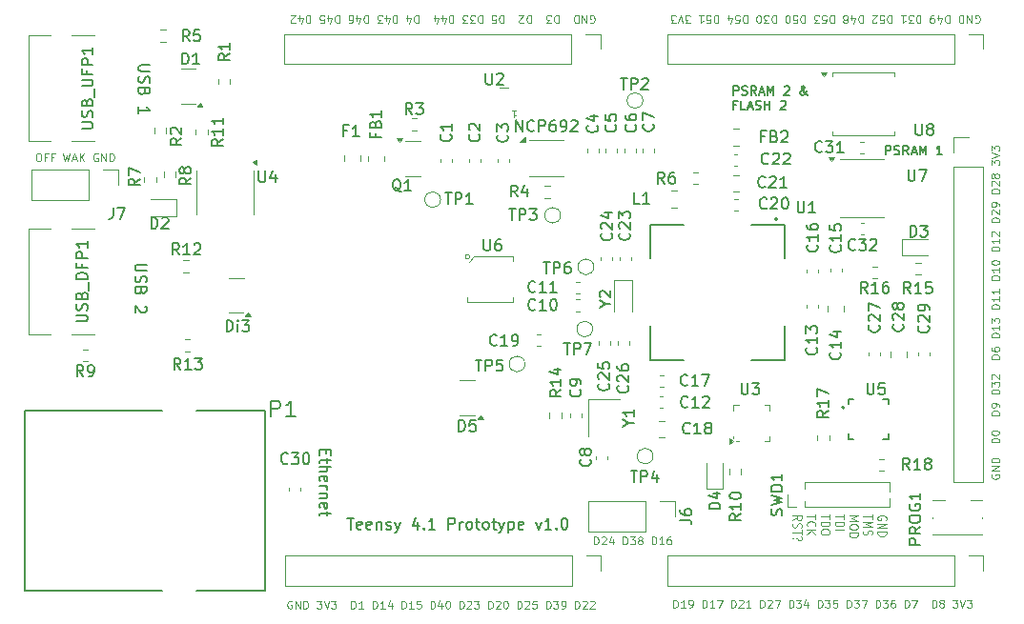
<source format=gbr>
%TF.GenerationSoftware,KiCad,Pcbnew,9.0.0*%
%TF.CreationDate,2025-04-18T01:08:42+10:00*%
%TF.ProjectId,Teensy_4.1_attempt_1,5465656e-7379-45f3-942e-315f61747465,rev?*%
%TF.SameCoordinates,Original*%
%TF.FileFunction,Legend,Top*%
%TF.FilePolarity,Positive*%
%FSLAX46Y46*%
G04 Gerber Fmt 4.6, Leading zero omitted, Abs format (unit mm)*
G04 Created by KiCad (PCBNEW 9.0.0) date 2025-04-18 01:08:42*
%MOMM*%
%LPD*%
G01*
G04 APERTURE LIST*
%ADD10C,0.100000*%
%ADD11C,0.150000*%
%ADD12C,0.120000*%
%ADD13C,0.127000*%
%ADD14C,0.200000*%
G04 APERTURE END LIST*
D10*
X171264482Y-96509122D02*
X171301625Y-96442455D01*
X171301625Y-96442455D02*
X171301625Y-96342455D01*
X171301625Y-96342455D02*
X171264482Y-96242455D01*
X171264482Y-96242455D02*
X171190196Y-96175789D01*
X171190196Y-96175789D02*
X171115910Y-96142455D01*
X171115910Y-96142455D02*
X170967339Y-96109122D01*
X170967339Y-96109122D02*
X170855910Y-96109122D01*
X170855910Y-96109122D02*
X170707339Y-96142455D01*
X170707339Y-96142455D02*
X170633053Y-96175789D01*
X170633053Y-96175789D02*
X170558768Y-96242455D01*
X170558768Y-96242455D02*
X170521625Y-96342455D01*
X170521625Y-96342455D02*
X170521625Y-96409122D01*
X170521625Y-96409122D02*
X170558768Y-96509122D01*
X170558768Y-96509122D02*
X170595910Y-96542455D01*
X170595910Y-96542455D02*
X170855910Y-96542455D01*
X170855910Y-96542455D02*
X170855910Y-96409122D01*
X170521625Y-96842455D02*
X171301625Y-96842455D01*
X171301625Y-96842455D02*
X170521625Y-97242455D01*
X170521625Y-97242455D02*
X171301625Y-97242455D01*
X170521625Y-97575788D02*
X171301625Y-97575788D01*
X171301625Y-97575788D02*
X171301625Y-97742455D01*
X171301625Y-97742455D02*
X171264482Y-97842455D01*
X171264482Y-97842455D02*
X171190196Y-97909122D01*
X171190196Y-97909122D02*
X171115910Y-97942455D01*
X171115910Y-97942455D02*
X170967339Y-97975788D01*
X170967339Y-97975788D02*
X170855910Y-97975788D01*
X170855910Y-97975788D02*
X170707339Y-97942455D01*
X170707339Y-97942455D02*
X170633053Y-97909122D01*
X170633053Y-97909122D02*
X170558768Y-97842455D01*
X170558768Y-97842455D02*
X170521625Y-97742455D01*
X170521625Y-97742455D02*
X170521625Y-97575788D01*
X170045869Y-96042455D02*
X170045869Y-96442455D01*
X169265869Y-96242455D02*
X170045869Y-96242455D01*
X169265869Y-96675788D02*
X170045869Y-96675788D01*
X170045869Y-96675788D02*
X169488726Y-96909122D01*
X169488726Y-96909122D02*
X170045869Y-97142455D01*
X170045869Y-97142455D02*
X169265869Y-97142455D01*
X169303012Y-97442455D02*
X169265869Y-97542455D01*
X169265869Y-97542455D02*
X169265869Y-97709122D01*
X169265869Y-97709122D02*
X169303012Y-97775788D01*
X169303012Y-97775788D02*
X169340154Y-97809122D01*
X169340154Y-97809122D02*
X169414440Y-97842455D01*
X169414440Y-97842455D02*
X169488726Y-97842455D01*
X169488726Y-97842455D02*
X169563012Y-97809122D01*
X169563012Y-97809122D02*
X169600154Y-97775788D01*
X169600154Y-97775788D02*
X169637297Y-97709122D01*
X169637297Y-97709122D02*
X169674440Y-97575788D01*
X169674440Y-97575788D02*
X169711583Y-97509122D01*
X169711583Y-97509122D02*
X169748726Y-97475788D01*
X169748726Y-97475788D02*
X169823012Y-97442455D01*
X169823012Y-97442455D02*
X169897297Y-97442455D01*
X169897297Y-97442455D02*
X169971583Y-97475788D01*
X169971583Y-97475788D02*
X170008726Y-97509122D01*
X170008726Y-97509122D02*
X170045869Y-97575788D01*
X170045869Y-97575788D02*
X170045869Y-97742455D01*
X170045869Y-97742455D02*
X170008726Y-97842455D01*
X168010113Y-96142455D02*
X168790113Y-96142455D01*
X168790113Y-96142455D02*
X168232970Y-96375789D01*
X168232970Y-96375789D02*
X168790113Y-96609122D01*
X168790113Y-96609122D02*
X168010113Y-96609122D01*
X168790113Y-97075789D02*
X168790113Y-97209122D01*
X168790113Y-97209122D02*
X168752970Y-97275789D01*
X168752970Y-97275789D02*
X168678684Y-97342455D01*
X168678684Y-97342455D02*
X168530113Y-97375789D01*
X168530113Y-97375789D02*
X168270113Y-97375789D01*
X168270113Y-97375789D02*
X168121541Y-97342455D01*
X168121541Y-97342455D02*
X168047256Y-97275789D01*
X168047256Y-97275789D02*
X168010113Y-97209122D01*
X168010113Y-97209122D02*
X168010113Y-97075789D01*
X168010113Y-97075789D02*
X168047256Y-97009122D01*
X168047256Y-97009122D02*
X168121541Y-96942455D01*
X168121541Y-96942455D02*
X168270113Y-96909122D01*
X168270113Y-96909122D02*
X168530113Y-96909122D01*
X168530113Y-96909122D02*
X168678684Y-96942455D01*
X168678684Y-96942455D02*
X168752970Y-97009122D01*
X168752970Y-97009122D02*
X168790113Y-97075789D01*
X168010113Y-97675788D02*
X168790113Y-97675788D01*
X168790113Y-97675788D02*
X168790113Y-97842455D01*
X168790113Y-97842455D02*
X168752970Y-97942455D01*
X168752970Y-97942455D02*
X168678684Y-98009122D01*
X168678684Y-98009122D02*
X168604398Y-98042455D01*
X168604398Y-98042455D02*
X168455827Y-98075788D01*
X168455827Y-98075788D02*
X168344398Y-98075788D01*
X168344398Y-98075788D02*
X168195827Y-98042455D01*
X168195827Y-98042455D02*
X168121541Y-98009122D01*
X168121541Y-98009122D02*
X168047256Y-97942455D01*
X168047256Y-97942455D02*
X168010113Y-97842455D01*
X168010113Y-97842455D02*
X168010113Y-97675788D01*
X167534357Y-96042455D02*
X167534357Y-96442455D01*
X166754357Y-96242455D02*
X167534357Y-96242455D01*
X166754357Y-96675788D02*
X167534357Y-96675788D01*
X167534357Y-96675788D02*
X167534357Y-96842455D01*
X167534357Y-96842455D02*
X167497214Y-96942455D01*
X167497214Y-96942455D02*
X167422928Y-97009122D01*
X167422928Y-97009122D02*
X167348642Y-97042455D01*
X167348642Y-97042455D02*
X167200071Y-97075788D01*
X167200071Y-97075788D02*
X167088642Y-97075788D01*
X167088642Y-97075788D02*
X166940071Y-97042455D01*
X166940071Y-97042455D02*
X166865785Y-97009122D01*
X166865785Y-97009122D02*
X166791500Y-96942455D01*
X166791500Y-96942455D02*
X166754357Y-96842455D01*
X166754357Y-96842455D02*
X166754357Y-96675788D01*
X166754357Y-97375788D02*
X167534357Y-97375788D01*
X166278601Y-96042455D02*
X166278601Y-96442455D01*
X165498601Y-96242455D02*
X166278601Y-96242455D01*
X165498601Y-96675788D02*
X166278601Y-96675788D01*
X166278601Y-96675788D02*
X166278601Y-96842455D01*
X166278601Y-96842455D02*
X166241458Y-96942455D01*
X166241458Y-96942455D02*
X166167172Y-97009122D01*
X166167172Y-97009122D02*
X166092886Y-97042455D01*
X166092886Y-97042455D02*
X165944315Y-97075788D01*
X165944315Y-97075788D02*
X165832886Y-97075788D01*
X165832886Y-97075788D02*
X165684315Y-97042455D01*
X165684315Y-97042455D02*
X165610029Y-97009122D01*
X165610029Y-97009122D02*
X165535744Y-96942455D01*
X165535744Y-96942455D02*
X165498601Y-96842455D01*
X165498601Y-96842455D02*
X165498601Y-96675788D01*
X166278601Y-97509122D02*
X166278601Y-97642455D01*
X166278601Y-97642455D02*
X166241458Y-97709122D01*
X166241458Y-97709122D02*
X166167172Y-97775788D01*
X166167172Y-97775788D02*
X166018601Y-97809122D01*
X166018601Y-97809122D02*
X165758601Y-97809122D01*
X165758601Y-97809122D02*
X165610029Y-97775788D01*
X165610029Y-97775788D02*
X165535744Y-97709122D01*
X165535744Y-97709122D02*
X165498601Y-97642455D01*
X165498601Y-97642455D02*
X165498601Y-97509122D01*
X165498601Y-97509122D02*
X165535744Y-97442455D01*
X165535744Y-97442455D02*
X165610029Y-97375788D01*
X165610029Y-97375788D02*
X165758601Y-97342455D01*
X165758601Y-97342455D02*
X166018601Y-97342455D01*
X166018601Y-97342455D02*
X166167172Y-97375788D01*
X166167172Y-97375788D02*
X166241458Y-97442455D01*
X166241458Y-97442455D02*
X166278601Y-97509122D01*
X165022845Y-96042455D02*
X165022845Y-96442455D01*
X164242845Y-96242455D02*
X165022845Y-96242455D01*
X164317130Y-97075788D02*
X164279988Y-97042455D01*
X164279988Y-97042455D02*
X164242845Y-96942455D01*
X164242845Y-96942455D02*
X164242845Y-96875788D01*
X164242845Y-96875788D02*
X164279988Y-96775788D01*
X164279988Y-96775788D02*
X164354273Y-96709122D01*
X164354273Y-96709122D02*
X164428559Y-96675788D01*
X164428559Y-96675788D02*
X164577130Y-96642455D01*
X164577130Y-96642455D02*
X164688559Y-96642455D01*
X164688559Y-96642455D02*
X164837130Y-96675788D01*
X164837130Y-96675788D02*
X164911416Y-96709122D01*
X164911416Y-96709122D02*
X164985702Y-96775788D01*
X164985702Y-96775788D02*
X165022845Y-96875788D01*
X165022845Y-96875788D02*
X165022845Y-96942455D01*
X165022845Y-96942455D02*
X164985702Y-97042455D01*
X164985702Y-97042455D02*
X164948559Y-97075788D01*
X164242845Y-97375788D02*
X165022845Y-97375788D01*
X164242845Y-97775788D02*
X164688559Y-97475788D01*
X165022845Y-97775788D02*
X164577130Y-97375788D01*
X162987089Y-96542455D02*
X163358517Y-96309122D01*
X162987089Y-96142455D02*
X163767089Y-96142455D01*
X163767089Y-96142455D02*
X163767089Y-96409122D01*
X163767089Y-96409122D02*
X163729946Y-96475789D01*
X163729946Y-96475789D02*
X163692803Y-96509122D01*
X163692803Y-96509122D02*
X163618517Y-96542455D01*
X163618517Y-96542455D02*
X163507089Y-96542455D01*
X163507089Y-96542455D02*
X163432803Y-96509122D01*
X163432803Y-96509122D02*
X163395660Y-96475789D01*
X163395660Y-96475789D02*
X163358517Y-96409122D01*
X163358517Y-96409122D02*
X163358517Y-96142455D01*
X163024232Y-96809122D02*
X162987089Y-96909122D01*
X162987089Y-96909122D02*
X162987089Y-97075789D01*
X162987089Y-97075789D02*
X163024232Y-97142455D01*
X163024232Y-97142455D02*
X163061374Y-97175789D01*
X163061374Y-97175789D02*
X163135660Y-97209122D01*
X163135660Y-97209122D02*
X163209946Y-97209122D01*
X163209946Y-97209122D02*
X163284232Y-97175789D01*
X163284232Y-97175789D02*
X163321374Y-97142455D01*
X163321374Y-97142455D02*
X163358517Y-97075789D01*
X163358517Y-97075789D02*
X163395660Y-96942455D01*
X163395660Y-96942455D02*
X163432803Y-96875789D01*
X163432803Y-96875789D02*
X163469946Y-96842455D01*
X163469946Y-96842455D02*
X163544232Y-96809122D01*
X163544232Y-96809122D02*
X163618517Y-96809122D01*
X163618517Y-96809122D02*
X163692803Y-96842455D01*
X163692803Y-96842455D02*
X163729946Y-96875789D01*
X163729946Y-96875789D02*
X163767089Y-96942455D01*
X163767089Y-96942455D02*
X163767089Y-97109122D01*
X163767089Y-97109122D02*
X163729946Y-97209122D01*
X163767089Y-97409122D02*
X163767089Y-97809122D01*
X162987089Y-97609122D02*
X163767089Y-97609122D01*
X163061374Y-98142455D02*
X163024232Y-98175789D01*
X163024232Y-98175789D02*
X162987089Y-98142455D01*
X162987089Y-98142455D02*
X163024232Y-98109122D01*
X163024232Y-98109122D02*
X163061374Y-98142455D01*
X163061374Y-98142455D02*
X162987089Y-98142455D01*
X163729946Y-98009122D02*
X163767089Y-98075789D01*
X163767089Y-98075789D02*
X163767089Y-98242455D01*
X163767089Y-98242455D02*
X163729946Y-98309122D01*
X163729946Y-98309122D02*
X163655660Y-98342455D01*
X163655660Y-98342455D02*
X163581374Y-98342455D01*
X163581374Y-98342455D02*
X163507089Y-98309122D01*
X163507089Y-98309122D02*
X163469946Y-98275789D01*
X163469946Y-98275789D02*
X163432803Y-98209122D01*
X163432803Y-98209122D02*
X163395660Y-98175789D01*
X163395660Y-98175789D02*
X163321374Y-98142455D01*
X163321374Y-98142455D02*
X163284232Y-98142455D01*
X95945789Y-63938633D02*
X96079122Y-63938633D01*
X96079122Y-63938633D02*
X96145789Y-63971966D01*
X96145789Y-63971966D02*
X96212455Y-64038633D01*
X96212455Y-64038633D02*
X96245789Y-64171966D01*
X96245789Y-64171966D02*
X96245789Y-64405300D01*
X96245789Y-64405300D02*
X96212455Y-64538633D01*
X96212455Y-64538633D02*
X96145789Y-64605300D01*
X96145789Y-64605300D02*
X96079122Y-64638633D01*
X96079122Y-64638633D02*
X95945789Y-64638633D01*
X95945789Y-64638633D02*
X95879122Y-64605300D01*
X95879122Y-64605300D02*
X95812455Y-64538633D01*
X95812455Y-64538633D02*
X95779122Y-64405300D01*
X95779122Y-64405300D02*
X95779122Y-64171966D01*
X95779122Y-64171966D02*
X95812455Y-64038633D01*
X95812455Y-64038633D02*
X95879122Y-63971966D01*
X95879122Y-63971966D02*
X95945789Y-63938633D01*
X96779122Y-64271966D02*
X96545788Y-64271966D01*
X96545788Y-64638633D02*
X96545788Y-63938633D01*
X96545788Y-63938633D02*
X96879122Y-63938633D01*
X97379122Y-64271966D02*
X97145788Y-64271966D01*
X97145788Y-64638633D02*
X97145788Y-63938633D01*
X97145788Y-63938633D02*
X97479122Y-63938633D01*
X98212455Y-63938633D02*
X98379121Y-64638633D01*
X98379121Y-64638633D02*
X98512455Y-64138633D01*
X98512455Y-64138633D02*
X98645788Y-64638633D01*
X98645788Y-64638633D02*
X98812455Y-63938633D01*
X99045788Y-64438633D02*
X99379121Y-64438633D01*
X98979121Y-64638633D02*
X99212455Y-63938633D01*
X99212455Y-63938633D02*
X99445788Y-64638633D01*
X99679121Y-64638633D02*
X99679121Y-63938633D01*
X100079121Y-64638633D02*
X99779121Y-64238633D01*
X100079121Y-63938633D02*
X99679121Y-64338633D01*
X101279121Y-63971966D02*
X101212454Y-63938633D01*
X101212454Y-63938633D02*
X101112454Y-63938633D01*
X101112454Y-63938633D02*
X101012454Y-63971966D01*
X101012454Y-63971966D02*
X100945788Y-64038633D01*
X100945788Y-64038633D02*
X100912454Y-64105300D01*
X100912454Y-64105300D02*
X100879121Y-64238633D01*
X100879121Y-64238633D02*
X100879121Y-64338633D01*
X100879121Y-64338633D02*
X100912454Y-64471966D01*
X100912454Y-64471966D02*
X100945788Y-64538633D01*
X100945788Y-64538633D02*
X101012454Y-64605300D01*
X101012454Y-64605300D02*
X101112454Y-64638633D01*
X101112454Y-64638633D02*
X101179121Y-64638633D01*
X101179121Y-64638633D02*
X101279121Y-64605300D01*
X101279121Y-64605300D02*
X101312454Y-64571966D01*
X101312454Y-64571966D02*
X101312454Y-64338633D01*
X101312454Y-64338633D02*
X101179121Y-64338633D01*
X101612454Y-64638633D02*
X101612454Y-63938633D01*
X101612454Y-63938633D02*
X102012454Y-64638633D01*
X102012454Y-64638633D02*
X102012454Y-63938633D01*
X102345787Y-64638633D02*
X102345787Y-63938633D01*
X102345787Y-63938633D02*
X102512454Y-63938633D01*
X102512454Y-63938633D02*
X102612454Y-63971966D01*
X102612454Y-63971966D02*
X102679121Y-64038633D01*
X102679121Y-64038633D02*
X102712454Y-64105300D01*
X102712454Y-64105300D02*
X102745787Y-64238633D01*
X102745787Y-64238633D02*
X102745787Y-64338633D01*
X102745787Y-64338633D02*
X102712454Y-64471966D01*
X102712454Y-64471966D02*
X102679121Y-64538633D01*
X102679121Y-64538633D02*
X102612454Y-64605300D01*
X102612454Y-64605300D02*
X102512454Y-64638633D01*
X102512454Y-64638633D02*
X102345787Y-64638633D01*
X179210877Y-52328033D02*
X179277544Y-52361366D01*
X179277544Y-52361366D02*
X179377544Y-52361366D01*
X179377544Y-52361366D02*
X179477544Y-52328033D01*
X179477544Y-52328033D02*
X179544211Y-52261366D01*
X179544211Y-52261366D02*
X179577544Y-52194700D01*
X179577544Y-52194700D02*
X179610877Y-52061366D01*
X179610877Y-52061366D02*
X179610877Y-51961366D01*
X179610877Y-51961366D02*
X179577544Y-51828033D01*
X179577544Y-51828033D02*
X179544211Y-51761366D01*
X179544211Y-51761366D02*
X179477544Y-51694700D01*
X179477544Y-51694700D02*
X179377544Y-51661366D01*
X179377544Y-51661366D02*
X179310877Y-51661366D01*
X179310877Y-51661366D02*
X179210877Y-51694700D01*
X179210877Y-51694700D02*
X179177544Y-51728033D01*
X179177544Y-51728033D02*
X179177544Y-51961366D01*
X179177544Y-51961366D02*
X179310877Y-51961366D01*
X178877544Y-51661366D02*
X178877544Y-52361366D01*
X178877544Y-52361366D02*
X178477544Y-51661366D01*
X178477544Y-51661366D02*
X178477544Y-52361366D01*
X178144211Y-51661366D02*
X178144211Y-52361366D01*
X178144211Y-52361366D02*
X177977544Y-52361366D01*
X177977544Y-52361366D02*
X177877544Y-52328033D01*
X177877544Y-52328033D02*
X177810878Y-52261366D01*
X177810878Y-52261366D02*
X177777544Y-52194700D01*
X177777544Y-52194700D02*
X177744211Y-52061366D01*
X177744211Y-52061366D02*
X177744211Y-51961366D01*
X177744211Y-51961366D02*
X177777544Y-51828033D01*
X177777544Y-51828033D02*
X177810878Y-51761366D01*
X177810878Y-51761366D02*
X177877544Y-51694700D01*
X177877544Y-51694700D02*
X177977544Y-51661366D01*
X177977544Y-51661366D02*
X178144211Y-51661366D01*
X176910878Y-51661366D02*
X176910878Y-52361366D01*
X176910878Y-52361366D02*
X176744211Y-52361366D01*
X176744211Y-52361366D02*
X176644211Y-52328033D01*
X176644211Y-52328033D02*
X176577545Y-52261366D01*
X176577545Y-52261366D02*
X176544211Y-52194700D01*
X176544211Y-52194700D02*
X176510878Y-52061366D01*
X176510878Y-52061366D02*
X176510878Y-51961366D01*
X176510878Y-51961366D02*
X176544211Y-51828033D01*
X176544211Y-51828033D02*
X176577545Y-51761366D01*
X176577545Y-51761366D02*
X176644211Y-51694700D01*
X176644211Y-51694700D02*
X176744211Y-51661366D01*
X176744211Y-51661366D02*
X176910878Y-51661366D01*
X175910878Y-52128033D02*
X175910878Y-51661366D01*
X176077545Y-52394700D02*
X176244211Y-51894700D01*
X176244211Y-51894700D02*
X175810878Y-51894700D01*
X175510878Y-51661366D02*
X175377544Y-51661366D01*
X175377544Y-51661366D02*
X175310878Y-51694700D01*
X175310878Y-51694700D02*
X175277544Y-51728033D01*
X175277544Y-51728033D02*
X175210878Y-51828033D01*
X175210878Y-51828033D02*
X175177544Y-51961366D01*
X175177544Y-51961366D02*
X175177544Y-52228033D01*
X175177544Y-52228033D02*
X175210878Y-52294700D01*
X175210878Y-52294700D02*
X175244211Y-52328033D01*
X175244211Y-52328033D02*
X175310878Y-52361366D01*
X175310878Y-52361366D02*
X175444211Y-52361366D01*
X175444211Y-52361366D02*
X175510878Y-52328033D01*
X175510878Y-52328033D02*
X175544211Y-52294700D01*
X175544211Y-52294700D02*
X175577544Y-52228033D01*
X175577544Y-52228033D02*
X175577544Y-52061366D01*
X175577544Y-52061366D02*
X175544211Y-51994700D01*
X175544211Y-51994700D02*
X175510878Y-51961366D01*
X175510878Y-51961366D02*
X175444211Y-51928033D01*
X175444211Y-51928033D02*
X175310878Y-51928033D01*
X175310878Y-51928033D02*
X175244211Y-51961366D01*
X175244211Y-51961366D02*
X175210878Y-51994700D01*
X175210878Y-51994700D02*
X175177544Y-52061366D01*
X174344211Y-51661366D02*
X174344211Y-52361366D01*
X174344211Y-52361366D02*
X174177544Y-52361366D01*
X174177544Y-52361366D02*
X174077544Y-52328033D01*
X174077544Y-52328033D02*
X174010878Y-52261366D01*
X174010878Y-52261366D02*
X173977544Y-52194700D01*
X173977544Y-52194700D02*
X173944211Y-52061366D01*
X173944211Y-52061366D02*
X173944211Y-51961366D01*
X173944211Y-51961366D02*
X173977544Y-51828033D01*
X173977544Y-51828033D02*
X174010878Y-51761366D01*
X174010878Y-51761366D02*
X174077544Y-51694700D01*
X174077544Y-51694700D02*
X174177544Y-51661366D01*
X174177544Y-51661366D02*
X174344211Y-51661366D01*
X173710878Y-52361366D02*
X173277544Y-52361366D01*
X173277544Y-52361366D02*
X173510878Y-52094700D01*
X173510878Y-52094700D02*
X173410878Y-52094700D01*
X173410878Y-52094700D02*
X173344211Y-52061366D01*
X173344211Y-52061366D02*
X173310878Y-52028033D01*
X173310878Y-52028033D02*
X173277544Y-51961366D01*
X173277544Y-51961366D02*
X173277544Y-51794700D01*
X173277544Y-51794700D02*
X173310878Y-51728033D01*
X173310878Y-51728033D02*
X173344211Y-51694700D01*
X173344211Y-51694700D02*
X173410878Y-51661366D01*
X173410878Y-51661366D02*
X173610878Y-51661366D01*
X173610878Y-51661366D02*
X173677544Y-51694700D01*
X173677544Y-51694700D02*
X173710878Y-51728033D01*
X172610877Y-51661366D02*
X173010877Y-51661366D01*
X172810877Y-51661366D02*
X172810877Y-52361366D01*
X172810877Y-52361366D02*
X172877544Y-52261366D01*
X172877544Y-52261366D02*
X172944211Y-52194700D01*
X172944211Y-52194700D02*
X173010877Y-52161366D01*
X171777544Y-51661366D02*
X171777544Y-52361366D01*
X171777544Y-52361366D02*
X171610877Y-52361366D01*
X171610877Y-52361366D02*
X171510877Y-52328033D01*
X171510877Y-52328033D02*
X171444211Y-52261366D01*
X171444211Y-52261366D02*
X171410877Y-52194700D01*
X171410877Y-52194700D02*
X171377544Y-52061366D01*
X171377544Y-52061366D02*
X171377544Y-51961366D01*
X171377544Y-51961366D02*
X171410877Y-51828033D01*
X171410877Y-51828033D02*
X171444211Y-51761366D01*
X171444211Y-51761366D02*
X171510877Y-51694700D01*
X171510877Y-51694700D02*
X171610877Y-51661366D01*
X171610877Y-51661366D02*
X171777544Y-51661366D01*
X170744211Y-52361366D02*
X171077544Y-52361366D01*
X171077544Y-52361366D02*
X171110877Y-52028033D01*
X171110877Y-52028033D02*
X171077544Y-52061366D01*
X171077544Y-52061366D02*
X171010877Y-52094700D01*
X171010877Y-52094700D02*
X170844211Y-52094700D01*
X170844211Y-52094700D02*
X170777544Y-52061366D01*
X170777544Y-52061366D02*
X170744211Y-52028033D01*
X170744211Y-52028033D02*
X170710877Y-51961366D01*
X170710877Y-51961366D02*
X170710877Y-51794700D01*
X170710877Y-51794700D02*
X170744211Y-51728033D01*
X170744211Y-51728033D02*
X170777544Y-51694700D01*
X170777544Y-51694700D02*
X170844211Y-51661366D01*
X170844211Y-51661366D02*
X171010877Y-51661366D01*
X171010877Y-51661366D02*
X171077544Y-51694700D01*
X171077544Y-51694700D02*
X171110877Y-51728033D01*
X170444210Y-52294700D02*
X170410877Y-52328033D01*
X170410877Y-52328033D02*
X170344210Y-52361366D01*
X170344210Y-52361366D02*
X170177544Y-52361366D01*
X170177544Y-52361366D02*
X170110877Y-52328033D01*
X170110877Y-52328033D02*
X170077544Y-52294700D01*
X170077544Y-52294700D02*
X170044210Y-52228033D01*
X170044210Y-52228033D02*
X170044210Y-52161366D01*
X170044210Y-52161366D02*
X170077544Y-52061366D01*
X170077544Y-52061366D02*
X170477544Y-51661366D01*
X170477544Y-51661366D02*
X170044210Y-51661366D01*
X169210877Y-51661366D02*
X169210877Y-52361366D01*
X169210877Y-52361366D02*
X169044210Y-52361366D01*
X169044210Y-52361366D02*
X168944210Y-52328033D01*
X168944210Y-52328033D02*
X168877544Y-52261366D01*
X168877544Y-52261366D02*
X168844210Y-52194700D01*
X168844210Y-52194700D02*
X168810877Y-52061366D01*
X168810877Y-52061366D02*
X168810877Y-51961366D01*
X168810877Y-51961366D02*
X168844210Y-51828033D01*
X168844210Y-51828033D02*
X168877544Y-51761366D01*
X168877544Y-51761366D02*
X168944210Y-51694700D01*
X168944210Y-51694700D02*
X169044210Y-51661366D01*
X169044210Y-51661366D02*
X169210877Y-51661366D01*
X168210877Y-52128033D02*
X168210877Y-51661366D01*
X168377544Y-52394700D02*
X168544210Y-51894700D01*
X168544210Y-51894700D02*
X168110877Y-51894700D01*
X167744210Y-52061366D02*
X167810877Y-52094700D01*
X167810877Y-52094700D02*
X167844210Y-52128033D01*
X167844210Y-52128033D02*
X167877543Y-52194700D01*
X167877543Y-52194700D02*
X167877543Y-52228033D01*
X167877543Y-52228033D02*
X167844210Y-52294700D01*
X167844210Y-52294700D02*
X167810877Y-52328033D01*
X167810877Y-52328033D02*
X167744210Y-52361366D01*
X167744210Y-52361366D02*
X167610877Y-52361366D01*
X167610877Y-52361366D02*
X167544210Y-52328033D01*
X167544210Y-52328033D02*
X167510877Y-52294700D01*
X167510877Y-52294700D02*
X167477543Y-52228033D01*
X167477543Y-52228033D02*
X167477543Y-52194700D01*
X167477543Y-52194700D02*
X167510877Y-52128033D01*
X167510877Y-52128033D02*
X167544210Y-52094700D01*
X167544210Y-52094700D02*
X167610877Y-52061366D01*
X167610877Y-52061366D02*
X167744210Y-52061366D01*
X167744210Y-52061366D02*
X167810877Y-52028033D01*
X167810877Y-52028033D02*
X167844210Y-51994700D01*
X167844210Y-51994700D02*
X167877543Y-51928033D01*
X167877543Y-51928033D02*
X167877543Y-51794700D01*
X167877543Y-51794700D02*
X167844210Y-51728033D01*
X167844210Y-51728033D02*
X167810877Y-51694700D01*
X167810877Y-51694700D02*
X167744210Y-51661366D01*
X167744210Y-51661366D02*
X167610877Y-51661366D01*
X167610877Y-51661366D02*
X167544210Y-51694700D01*
X167544210Y-51694700D02*
X167510877Y-51728033D01*
X167510877Y-51728033D02*
X167477543Y-51794700D01*
X167477543Y-51794700D02*
X167477543Y-51928033D01*
X167477543Y-51928033D02*
X167510877Y-51994700D01*
X167510877Y-51994700D02*
X167544210Y-52028033D01*
X167544210Y-52028033D02*
X167610877Y-52061366D01*
X166644210Y-51661366D02*
X166644210Y-52361366D01*
X166644210Y-52361366D02*
X166477543Y-52361366D01*
X166477543Y-52361366D02*
X166377543Y-52328033D01*
X166377543Y-52328033D02*
X166310877Y-52261366D01*
X166310877Y-52261366D02*
X166277543Y-52194700D01*
X166277543Y-52194700D02*
X166244210Y-52061366D01*
X166244210Y-52061366D02*
X166244210Y-51961366D01*
X166244210Y-51961366D02*
X166277543Y-51828033D01*
X166277543Y-51828033D02*
X166310877Y-51761366D01*
X166310877Y-51761366D02*
X166377543Y-51694700D01*
X166377543Y-51694700D02*
X166477543Y-51661366D01*
X166477543Y-51661366D02*
X166644210Y-51661366D01*
X165610877Y-52361366D02*
X165944210Y-52361366D01*
X165944210Y-52361366D02*
X165977543Y-52028033D01*
X165977543Y-52028033D02*
X165944210Y-52061366D01*
X165944210Y-52061366D02*
X165877543Y-52094700D01*
X165877543Y-52094700D02*
X165710877Y-52094700D01*
X165710877Y-52094700D02*
X165644210Y-52061366D01*
X165644210Y-52061366D02*
X165610877Y-52028033D01*
X165610877Y-52028033D02*
X165577543Y-51961366D01*
X165577543Y-51961366D02*
X165577543Y-51794700D01*
X165577543Y-51794700D02*
X165610877Y-51728033D01*
X165610877Y-51728033D02*
X165644210Y-51694700D01*
X165644210Y-51694700D02*
X165710877Y-51661366D01*
X165710877Y-51661366D02*
X165877543Y-51661366D01*
X165877543Y-51661366D02*
X165944210Y-51694700D01*
X165944210Y-51694700D02*
X165977543Y-51728033D01*
X165344210Y-52361366D02*
X164910876Y-52361366D01*
X164910876Y-52361366D02*
X165144210Y-52094700D01*
X165144210Y-52094700D02*
X165044210Y-52094700D01*
X165044210Y-52094700D02*
X164977543Y-52061366D01*
X164977543Y-52061366D02*
X164944210Y-52028033D01*
X164944210Y-52028033D02*
X164910876Y-51961366D01*
X164910876Y-51961366D02*
X164910876Y-51794700D01*
X164910876Y-51794700D02*
X164944210Y-51728033D01*
X164944210Y-51728033D02*
X164977543Y-51694700D01*
X164977543Y-51694700D02*
X165044210Y-51661366D01*
X165044210Y-51661366D02*
X165244210Y-51661366D01*
X165244210Y-51661366D02*
X165310876Y-51694700D01*
X165310876Y-51694700D02*
X165344210Y-51728033D01*
X164077543Y-51661366D02*
X164077543Y-52361366D01*
X164077543Y-52361366D02*
X163910876Y-52361366D01*
X163910876Y-52361366D02*
X163810876Y-52328033D01*
X163810876Y-52328033D02*
X163744210Y-52261366D01*
X163744210Y-52261366D02*
X163710876Y-52194700D01*
X163710876Y-52194700D02*
X163677543Y-52061366D01*
X163677543Y-52061366D02*
X163677543Y-51961366D01*
X163677543Y-51961366D02*
X163710876Y-51828033D01*
X163710876Y-51828033D02*
X163744210Y-51761366D01*
X163744210Y-51761366D02*
X163810876Y-51694700D01*
X163810876Y-51694700D02*
X163910876Y-51661366D01*
X163910876Y-51661366D02*
X164077543Y-51661366D01*
X163044210Y-52361366D02*
X163377543Y-52361366D01*
X163377543Y-52361366D02*
X163410876Y-52028033D01*
X163410876Y-52028033D02*
X163377543Y-52061366D01*
X163377543Y-52061366D02*
X163310876Y-52094700D01*
X163310876Y-52094700D02*
X163144210Y-52094700D01*
X163144210Y-52094700D02*
X163077543Y-52061366D01*
X163077543Y-52061366D02*
X163044210Y-52028033D01*
X163044210Y-52028033D02*
X163010876Y-51961366D01*
X163010876Y-51961366D02*
X163010876Y-51794700D01*
X163010876Y-51794700D02*
X163044210Y-51728033D01*
X163044210Y-51728033D02*
X163077543Y-51694700D01*
X163077543Y-51694700D02*
X163144210Y-51661366D01*
X163144210Y-51661366D02*
X163310876Y-51661366D01*
X163310876Y-51661366D02*
X163377543Y-51694700D01*
X163377543Y-51694700D02*
X163410876Y-51728033D01*
X162577543Y-52361366D02*
X162510876Y-52361366D01*
X162510876Y-52361366D02*
X162444209Y-52328033D01*
X162444209Y-52328033D02*
X162410876Y-52294700D01*
X162410876Y-52294700D02*
X162377543Y-52228033D01*
X162377543Y-52228033D02*
X162344209Y-52094700D01*
X162344209Y-52094700D02*
X162344209Y-51928033D01*
X162344209Y-51928033D02*
X162377543Y-51794700D01*
X162377543Y-51794700D02*
X162410876Y-51728033D01*
X162410876Y-51728033D02*
X162444209Y-51694700D01*
X162444209Y-51694700D02*
X162510876Y-51661366D01*
X162510876Y-51661366D02*
X162577543Y-51661366D01*
X162577543Y-51661366D02*
X162644209Y-51694700D01*
X162644209Y-51694700D02*
X162677543Y-51728033D01*
X162677543Y-51728033D02*
X162710876Y-51794700D01*
X162710876Y-51794700D02*
X162744209Y-51928033D01*
X162744209Y-51928033D02*
X162744209Y-52094700D01*
X162744209Y-52094700D02*
X162710876Y-52228033D01*
X162710876Y-52228033D02*
X162677543Y-52294700D01*
X162677543Y-52294700D02*
X162644209Y-52328033D01*
X162644209Y-52328033D02*
X162577543Y-52361366D01*
X161510876Y-51661366D02*
X161510876Y-52361366D01*
X161510876Y-52361366D02*
X161344209Y-52361366D01*
X161344209Y-52361366D02*
X161244209Y-52328033D01*
X161244209Y-52328033D02*
X161177543Y-52261366D01*
X161177543Y-52261366D02*
X161144209Y-52194700D01*
X161144209Y-52194700D02*
X161110876Y-52061366D01*
X161110876Y-52061366D02*
X161110876Y-51961366D01*
X161110876Y-51961366D02*
X161144209Y-51828033D01*
X161144209Y-51828033D02*
X161177543Y-51761366D01*
X161177543Y-51761366D02*
X161244209Y-51694700D01*
X161244209Y-51694700D02*
X161344209Y-51661366D01*
X161344209Y-51661366D02*
X161510876Y-51661366D01*
X160877543Y-52361366D02*
X160444209Y-52361366D01*
X160444209Y-52361366D02*
X160677543Y-52094700D01*
X160677543Y-52094700D02*
X160577543Y-52094700D01*
X160577543Y-52094700D02*
X160510876Y-52061366D01*
X160510876Y-52061366D02*
X160477543Y-52028033D01*
X160477543Y-52028033D02*
X160444209Y-51961366D01*
X160444209Y-51961366D02*
X160444209Y-51794700D01*
X160444209Y-51794700D02*
X160477543Y-51728033D01*
X160477543Y-51728033D02*
X160510876Y-51694700D01*
X160510876Y-51694700D02*
X160577543Y-51661366D01*
X160577543Y-51661366D02*
X160777543Y-51661366D01*
X160777543Y-51661366D02*
X160844209Y-51694700D01*
X160844209Y-51694700D02*
X160877543Y-51728033D01*
X160010876Y-52361366D02*
X159944209Y-52361366D01*
X159944209Y-52361366D02*
X159877542Y-52328033D01*
X159877542Y-52328033D02*
X159844209Y-52294700D01*
X159844209Y-52294700D02*
X159810876Y-52228033D01*
X159810876Y-52228033D02*
X159777542Y-52094700D01*
X159777542Y-52094700D02*
X159777542Y-51928033D01*
X159777542Y-51928033D02*
X159810876Y-51794700D01*
X159810876Y-51794700D02*
X159844209Y-51728033D01*
X159844209Y-51728033D02*
X159877542Y-51694700D01*
X159877542Y-51694700D02*
X159944209Y-51661366D01*
X159944209Y-51661366D02*
X160010876Y-51661366D01*
X160010876Y-51661366D02*
X160077542Y-51694700D01*
X160077542Y-51694700D02*
X160110876Y-51728033D01*
X160110876Y-51728033D02*
X160144209Y-51794700D01*
X160144209Y-51794700D02*
X160177542Y-51928033D01*
X160177542Y-51928033D02*
X160177542Y-52094700D01*
X160177542Y-52094700D02*
X160144209Y-52228033D01*
X160144209Y-52228033D02*
X160110876Y-52294700D01*
X160110876Y-52294700D02*
X160077542Y-52328033D01*
X160077542Y-52328033D02*
X160010876Y-52361366D01*
X158944209Y-51661366D02*
X158944209Y-52361366D01*
X158944209Y-52361366D02*
X158777542Y-52361366D01*
X158777542Y-52361366D02*
X158677542Y-52328033D01*
X158677542Y-52328033D02*
X158610876Y-52261366D01*
X158610876Y-52261366D02*
X158577542Y-52194700D01*
X158577542Y-52194700D02*
X158544209Y-52061366D01*
X158544209Y-52061366D02*
X158544209Y-51961366D01*
X158544209Y-51961366D02*
X158577542Y-51828033D01*
X158577542Y-51828033D02*
X158610876Y-51761366D01*
X158610876Y-51761366D02*
X158677542Y-51694700D01*
X158677542Y-51694700D02*
X158777542Y-51661366D01*
X158777542Y-51661366D02*
X158944209Y-51661366D01*
X157910876Y-52361366D02*
X158244209Y-52361366D01*
X158244209Y-52361366D02*
X158277542Y-52028033D01*
X158277542Y-52028033D02*
X158244209Y-52061366D01*
X158244209Y-52061366D02*
X158177542Y-52094700D01*
X158177542Y-52094700D02*
X158010876Y-52094700D01*
X158010876Y-52094700D02*
X157944209Y-52061366D01*
X157944209Y-52061366D02*
X157910876Y-52028033D01*
X157910876Y-52028033D02*
X157877542Y-51961366D01*
X157877542Y-51961366D02*
X157877542Y-51794700D01*
X157877542Y-51794700D02*
X157910876Y-51728033D01*
X157910876Y-51728033D02*
X157944209Y-51694700D01*
X157944209Y-51694700D02*
X158010876Y-51661366D01*
X158010876Y-51661366D02*
X158177542Y-51661366D01*
X158177542Y-51661366D02*
X158244209Y-51694700D01*
X158244209Y-51694700D02*
X158277542Y-51728033D01*
X157277542Y-52128033D02*
X157277542Y-51661366D01*
X157444209Y-52394700D02*
X157610875Y-51894700D01*
X157610875Y-51894700D02*
X157177542Y-51894700D01*
X156377542Y-51661366D02*
X156377542Y-52361366D01*
X156377542Y-52361366D02*
X156210875Y-52361366D01*
X156210875Y-52361366D02*
X156110875Y-52328033D01*
X156110875Y-52328033D02*
X156044209Y-52261366D01*
X156044209Y-52261366D02*
X156010875Y-52194700D01*
X156010875Y-52194700D02*
X155977542Y-52061366D01*
X155977542Y-52061366D02*
X155977542Y-51961366D01*
X155977542Y-51961366D02*
X156010875Y-51828033D01*
X156010875Y-51828033D02*
X156044209Y-51761366D01*
X156044209Y-51761366D02*
X156110875Y-51694700D01*
X156110875Y-51694700D02*
X156210875Y-51661366D01*
X156210875Y-51661366D02*
X156377542Y-51661366D01*
X155344209Y-52361366D02*
X155677542Y-52361366D01*
X155677542Y-52361366D02*
X155710875Y-52028033D01*
X155710875Y-52028033D02*
X155677542Y-52061366D01*
X155677542Y-52061366D02*
X155610875Y-52094700D01*
X155610875Y-52094700D02*
X155444209Y-52094700D01*
X155444209Y-52094700D02*
X155377542Y-52061366D01*
X155377542Y-52061366D02*
X155344209Y-52028033D01*
X155344209Y-52028033D02*
X155310875Y-51961366D01*
X155310875Y-51961366D02*
X155310875Y-51794700D01*
X155310875Y-51794700D02*
X155344209Y-51728033D01*
X155344209Y-51728033D02*
X155377542Y-51694700D01*
X155377542Y-51694700D02*
X155444209Y-51661366D01*
X155444209Y-51661366D02*
X155610875Y-51661366D01*
X155610875Y-51661366D02*
X155677542Y-51694700D01*
X155677542Y-51694700D02*
X155710875Y-51728033D01*
X154644208Y-51661366D02*
X155044208Y-51661366D01*
X154844208Y-51661366D02*
X154844208Y-52361366D01*
X154844208Y-52361366D02*
X154910875Y-52261366D01*
X154910875Y-52261366D02*
X154977542Y-52194700D01*
X154977542Y-52194700D02*
X155044208Y-52161366D01*
X153877542Y-52361366D02*
X153444208Y-52361366D01*
X153444208Y-52361366D02*
X153677542Y-52094700D01*
X153677542Y-52094700D02*
X153577542Y-52094700D01*
X153577542Y-52094700D02*
X153510875Y-52061366D01*
X153510875Y-52061366D02*
X153477542Y-52028033D01*
X153477542Y-52028033D02*
X153444208Y-51961366D01*
X153444208Y-51961366D02*
X153444208Y-51794700D01*
X153444208Y-51794700D02*
X153477542Y-51728033D01*
X153477542Y-51728033D02*
X153510875Y-51694700D01*
X153510875Y-51694700D02*
X153577542Y-51661366D01*
X153577542Y-51661366D02*
X153777542Y-51661366D01*
X153777542Y-51661366D02*
X153844208Y-51694700D01*
X153844208Y-51694700D02*
X153877542Y-51728033D01*
X153244208Y-52361366D02*
X153010875Y-51661366D01*
X153010875Y-51661366D02*
X152777541Y-52361366D01*
X152610875Y-52361366D02*
X152177541Y-52361366D01*
X152177541Y-52361366D02*
X152410875Y-52094700D01*
X152410875Y-52094700D02*
X152310875Y-52094700D01*
X152310875Y-52094700D02*
X152244208Y-52061366D01*
X152244208Y-52061366D02*
X152210875Y-52028033D01*
X152210875Y-52028033D02*
X152177541Y-51961366D01*
X152177541Y-51961366D02*
X152177541Y-51794700D01*
X152177541Y-51794700D02*
X152210875Y-51728033D01*
X152210875Y-51728033D02*
X152244208Y-51694700D01*
X152244208Y-51694700D02*
X152310875Y-51661366D01*
X152310875Y-51661366D02*
X152510875Y-51661366D01*
X152510875Y-51661366D02*
X152577541Y-51694700D01*
X152577541Y-51694700D02*
X152610875Y-51728033D01*
X180661966Y-92470877D02*
X180628633Y-92537544D01*
X180628633Y-92537544D02*
X180628633Y-92637544D01*
X180628633Y-92637544D02*
X180661966Y-92737544D01*
X180661966Y-92737544D02*
X180728633Y-92804211D01*
X180728633Y-92804211D02*
X180795300Y-92837544D01*
X180795300Y-92837544D02*
X180928633Y-92870877D01*
X180928633Y-92870877D02*
X181028633Y-92870877D01*
X181028633Y-92870877D02*
X181161966Y-92837544D01*
X181161966Y-92837544D02*
X181228633Y-92804211D01*
X181228633Y-92804211D02*
X181295300Y-92737544D01*
X181295300Y-92737544D02*
X181328633Y-92637544D01*
X181328633Y-92637544D02*
X181328633Y-92570877D01*
X181328633Y-92570877D02*
X181295300Y-92470877D01*
X181295300Y-92470877D02*
X181261966Y-92437544D01*
X181261966Y-92437544D02*
X181028633Y-92437544D01*
X181028633Y-92437544D02*
X181028633Y-92570877D01*
X181328633Y-92137544D02*
X180628633Y-92137544D01*
X180628633Y-92137544D02*
X181328633Y-91737544D01*
X181328633Y-91737544D02*
X180628633Y-91737544D01*
X181328633Y-91404211D02*
X180628633Y-91404211D01*
X180628633Y-91404211D02*
X180628633Y-91237544D01*
X180628633Y-91237544D02*
X180661966Y-91137544D01*
X180661966Y-91137544D02*
X180728633Y-91070878D01*
X180728633Y-91070878D02*
X180795300Y-91037544D01*
X180795300Y-91037544D02*
X180928633Y-91004211D01*
X180928633Y-91004211D02*
X181028633Y-91004211D01*
X181028633Y-91004211D02*
X181161966Y-91037544D01*
X181161966Y-91037544D02*
X181228633Y-91070878D01*
X181228633Y-91070878D02*
X181295300Y-91137544D01*
X181295300Y-91137544D02*
X181328633Y-91237544D01*
X181328633Y-91237544D02*
X181328633Y-91404211D01*
X181328633Y-89637545D02*
X180628633Y-89637545D01*
X180628633Y-89637545D02*
X180628633Y-89470878D01*
X180628633Y-89470878D02*
X180661966Y-89370878D01*
X180661966Y-89370878D02*
X180728633Y-89304212D01*
X180728633Y-89304212D02*
X180795300Y-89270878D01*
X180795300Y-89270878D02*
X180928633Y-89237545D01*
X180928633Y-89237545D02*
X181028633Y-89237545D01*
X181028633Y-89237545D02*
X181161966Y-89270878D01*
X181161966Y-89270878D02*
X181228633Y-89304212D01*
X181228633Y-89304212D02*
X181295300Y-89370878D01*
X181295300Y-89370878D02*
X181328633Y-89470878D01*
X181328633Y-89470878D02*
X181328633Y-89637545D01*
X180628633Y-88804212D02*
X180628633Y-88737545D01*
X180628633Y-88737545D02*
X180661966Y-88670878D01*
X180661966Y-88670878D02*
X180695300Y-88637545D01*
X180695300Y-88637545D02*
X180761966Y-88604212D01*
X180761966Y-88604212D02*
X180895300Y-88570878D01*
X180895300Y-88570878D02*
X181061966Y-88570878D01*
X181061966Y-88570878D02*
X181195300Y-88604212D01*
X181195300Y-88604212D02*
X181261966Y-88637545D01*
X181261966Y-88637545D02*
X181295300Y-88670878D01*
X181295300Y-88670878D02*
X181328633Y-88737545D01*
X181328633Y-88737545D02*
X181328633Y-88804212D01*
X181328633Y-88804212D02*
X181295300Y-88870878D01*
X181295300Y-88870878D02*
X181261966Y-88904212D01*
X181261966Y-88904212D02*
X181195300Y-88937545D01*
X181195300Y-88937545D02*
X181061966Y-88970878D01*
X181061966Y-88970878D02*
X180895300Y-88970878D01*
X180895300Y-88970878D02*
X180761966Y-88937545D01*
X180761966Y-88937545D02*
X180695300Y-88904212D01*
X180695300Y-88904212D02*
X180661966Y-88870878D01*
X180661966Y-88870878D02*
X180628633Y-88804212D01*
X181328633Y-87204212D02*
X180628633Y-87204212D01*
X180628633Y-87204212D02*
X180628633Y-87037545D01*
X180628633Y-87037545D02*
X180661966Y-86937545D01*
X180661966Y-86937545D02*
X180728633Y-86870879D01*
X180728633Y-86870879D02*
X180795300Y-86837545D01*
X180795300Y-86837545D02*
X180928633Y-86804212D01*
X180928633Y-86804212D02*
X181028633Y-86804212D01*
X181028633Y-86804212D02*
X181161966Y-86837545D01*
X181161966Y-86837545D02*
X181228633Y-86870879D01*
X181228633Y-86870879D02*
X181295300Y-86937545D01*
X181295300Y-86937545D02*
X181328633Y-87037545D01*
X181328633Y-87037545D02*
X181328633Y-87204212D01*
X181328633Y-86470879D02*
X181328633Y-86337545D01*
X181328633Y-86337545D02*
X181295300Y-86270879D01*
X181295300Y-86270879D02*
X181261966Y-86237545D01*
X181261966Y-86237545D02*
X181161966Y-86170879D01*
X181161966Y-86170879D02*
X181028633Y-86137545D01*
X181028633Y-86137545D02*
X180761966Y-86137545D01*
X180761966Y-86137545D02*
X180695300Y-86170879D01*
X180695300Y-86170879D02*
X180661966Y-86204212D01*
X180661966Y-86204212D02*
X180628633Y-86270879D01*
X180628633Y-86270879D02*
X180628633Y-86404212D01*
X180628633Y-86404212D02*
X180661966Y-86470879D01*
X180661966Y-86470879D02*
X180695300Y-86504212D01*
X180695300Y-86504212D02*
X180761966Y-86537545D01*
X180761966Y-86537545D02*
X180928633Y-86537545D01*
X180928633Y-86537545D02*
X180995300Y-86504212D01*
X180995300Y-86504212D02*
X181028633Y-86470879D01*
X181028633Y-86470879D02*
X181061966Y-86404212D01*
X181061966Y-86404212D02*
X181061966Y-86270879D01*
X181061966Y-86270879D02*
X181028633Y-86204212D01*
X181028633Y-86204212D02*
X180995300Y-86170879D01*
X180995300Y-86170879D02*
X180928633Y-86137545D01*
X181328633Y-85304212D02*
X180628633Y-85304212D01*
X180628633Y-85304212D02*
X180628633Y-85137545D01*
X180628633Y-85137545D02*
X180661966Y-85037545D01*
X180661966Y-85037545D02*
X180728633Y-84970879D01*
X180728633Y-84970879D02*
X180795300Y-84937545D01*
X180795300Y-84937545D02*
X180928633Y-84904212D01*
X180928633Y-84904212D02*
X181028633Y-84904212D01*
X181028633Y-84904212D02*
X181161966Y-84937545D01*
X181161966Y-84937545D02*
X181228633Y-84970879D01*
X181228633Y-84970879D02*
X181295300Y-85037545D01*
X181295300Y-85037545D02*
X181328633Y-85137545D01*
X181328633Y-85137545D02*
X181328633Y-85304212D01*
X180628633Y-84670879D02*
X180628633Y-84237545D01*
X180628633Y-84237545D02*
X180895300Y-84470879D01*
X180895300Y-84470879D02*
X180895300Y-84370879D01*
X180895300Y-84370879D02*
X180928633Y-84304212D01*
X180928633Y-84304212D02*
X180961966Y-84270879D01*
X180961966Y-84270879D02*
X181028633Y-84237545D01*
X181028633Y-84237545D02*
X181195300Y-84237545D01*
X181195300Y-84237545D02*
X181261966Y-84270879D01*
X181261966Y-84270879D02*
X181295300Y-84304212D01*
X181295300Y-84304212D02*
X181328633Y-84370879D01*
X181328633Y-84370879D02*
X181328633Y-84570879D01*
X181328633Y-84570879D02*
X181295300Y-84637545D01*
X181295300Y-84637545D02*
X181261966Y-84670879D01*
X180695300Y-83970878D02*
X180661966Y-83937545D01*
X180661966Y-83937545D02*
X180628633Y-83870878D01*
X180628633Y-83870878D02*
X180628633Y-83704212D01*
X180628633Y-83704212D02*
X180661966Y-83637545D01*
X180661966Y-83637545D02*
X180695300Y-83604212D01*
X180695300Y-83604212D02*
X180761966Y-83570878D01*
X180761966Y-83570878D02*
X180828633Y-83570878D01*
X180828633Y-83570878D02*
X180928633Y-83604212D01*
X180928633Y-83604212D02*
X181328633Y-84004212D01*
X181328633Y-84004212D02*
X181328633Y-83570878D01*
X181328633Y-82204212D02*
X180628633Y-82204212D01*
X180628633Y-82204212D02*
X180628633Y-82037545D01*
X180628633Y-82037545D02*
X180661966Y-81937545D01*
X180661966Y-81937545D02*
X180728633Y-81870879D01*
X180728633Y-81870879D02*
X180795300Y-81837545D01*
X180795300Y-81837545D02*
X180928633Y-81804212D01*
X180928633Y-81804212D02*
X181028633Y-81804212D01*
X181028633Y-81804212D02*
X181161966Y-81837545D01*
X181161966Y-81837545D02*
X181228633Y-81870879D01*
X181228633Y-81870879D02*
X181295300Y-81937545D01*
X181295300Y-81937545D02*
X181328633Y-82037545D01*
X181328633Y-82037545D02*
X181328633Y-82204212D01*
X180628633Y-81204212D02*
X180628633Y-81337545D01*
X180628633Y-81337545D02*
X180661966Y-81404212D01*
X180661966Y-81404212D02*
X180695300Y-81437545D01*
X180695300Y-81437545D02*
X180795300Y-81504212D01*
X180795300Y-81504212D02*
X180928633Y-81537545D01*
X180928633Y-81537545D02*
X181195300Y-81537545D01*
X181195300Y-81537545D02*
X181261966Y-81504212D01*
X181261966Y-81504212D02*
X181295300Y-81470879D01*
X181295300Y-81470879D02*
X181328633Y-81404212D01*
X181328633Y-81404212D02*
X181328633Y-81270879D01*
X181328633Y-81270879D02*
X181295300Y-81204212D01*
X181295300Y-81204212D02*
X181261966Y-81170879D01*
X181261966Y-81170879D02*
X181195300Y-81137545D01*
X181195300Y-81137545D02*
X181028633Y-81137545D01*
X181028633Y-81137545D02*
X180961966Y-81170879D01*
X180961966Y-81170879D02*
X180928633Y-81204212D01*
X180928633Y-81204212D02*
X180895300Y-81270879D01*
X180895300Y-81270879D02*
X180895300Y-81404212D01*
X180895300Y-81404212D02*
X180928633Y-81470879D01*
X180928633Y-81470879D02*
X180961966Y-81504212D01*
X180961966Y-81504212D02*
X181028633Y-81537545D01*
X181328633Y-80304212D02*
X180628633Y-80304212D01*
X180628633Y-80304212D02*
X180628633Y-80137545D01*
X180628633Y-80137545D02*
X180661966Y-80037545D01*
X180661966Y-80037545D02*
X180728633Y-79970879D01*
X180728633Y-79970879D02*
X180795300Y-79937545D01*
X180795300Y-79937545D02*
X180928633Y-79904212D01*
X180928633Y-79904212D02*
X181028633Y-79904212D01*
X181028633Y-79904212D02*
X181161966Y-79937545D01*
X181161966Y-79937545D02*
X181228633Y-79970879D01*
X181228633Y-79970879D02*
X181295300Y-80037545D01*
X181295300Y-80037545D02*
X181328633Y-80137545D01*
X181328633Y-80137545D02*
X181328633Y-80304212D01*
X181328633Y-79237545D02*
X181328633Y-79637545D01*
X181328633Y-79437545D02*
X180628633Y-79437545D01*
X180628633Y-79437545D02*
X180728633Y-79504212D01*
X180728633Y-79504212D02*
X180795300Y-79570879D01*
X180795300Y-79570879D02*
X180828633Y-79637545D01*
X180628633Y-79004212D02*
X180628633Y-78570878D01*
X180628633Y-78570878D02*
X180895300Y-78804212D01*
X180895300Y-78804212D02*
X180895300Y-78704212D01*
X180895300Y-78704212D02*
X180928633Y-78637545D01*
X180928633Y-78637545D02*
X180961966Y-78604212D01*
X180961966Y-78604212D02*
X181028633Y-78570878D01*
X181028633Y-78570878D02*
X181195300Y-78570878D01*
X181195300Y-78570878D02*
X181261966Y-78604212D01*
X181261966Y-78604212D02*
X181295300Y-78637545D01*
X181295300Y-78637545D02*
X181328633Y-78704212D01*
X181328633Y-78704212D02*
X181328633Y-78904212D01*
X181328633Y-78904212D02*
X181295300Y-78970878D01*
X181295300Y-78970878D02*
X181261966Y-79004212D01*
X181328633Y-77737545D02*
X180628633Y-77737545D01*
X180628633Y-77737545D02*
X180628633Y-77570878D01*
X180628633Y-77570878D02*
X180661966Y-77470878D01*
X180661966Y-77470878D02*
X180728633Y-77404212D01*
X180728633Y-77404212D02*
X180795300Y-77370878D01*
X180795300Y-77370878D02*
X180928633Y-77337545D01*
X180928633Y-77337545D02*
X181028633Y-77337545D01*
X181028633Y-77337545D02*
X181161966Y-77370878D01*
X181161966Y-77370878D02*
X181228633Y-77404212D01*
X181228633Y-77404212D02*
X181295300Y-77470878D01*
X181295300Y-77470878D02*
X181328633Y-77570878D01*
X181328633Y-77570878D02*
X181328633Y-77737545D01*
X181328633Y-76670878D02*
X181328633Y-77070878D01*
X181328633Y-76870878D02*
X180628633Y-76870878D01*
X180628633Y-76870878D02*
X180728633Y-76937545D01*
X180728633Y-76937545D02*
X180795300Y-77004212D01*
X180795300Y-77004212D02*
X180828633Y-77070878D01*
X181328633Y-76004211D02*
X181328633Y-76404211D01*
X181328633Y-76204211D02*
X180628633Y-76204211D01*
X180628633Y-76204211D02*
X180728633Y-76270878D01*
X180728633Y-76270878D02*
X180795300Y-76337545D01*
X180795300Y-76337545D02*
X180828633Y-76404211D01*
X181328633Y-75170878D02*
X180628633Y-75170878D01*
X180628633Y-75170878D02*
X180628633Y-75004211D01*
X180628633Y-75004211D02*
X180661966Y-74904211D01*
X180661966Y-74904211D02*
X180728633Y-74837545D01*
X180728633Y-74837545D02*
X180795300Y-74804211D01*
X180795300Y-74804211D02*
X180928633Y-74770878D01*
X180928633Y-74770878D02*
X181028633Y-74770878D01*
X181028633Y-74770878D02*
X181161966Y-74804211D01*
X181161966Y-74804211D02*
X181228633Y-74837545D01*
X181228633Y-74837545D02*
X181295300Y-74904211D01*
X181295300Y-74904211D02*
X181328633Y-75004211D01*
X181328633Y-75004211D02*
X181328633Y-75170878D01*
X181328633Y-74104211D02*
X181328633Y-74504211D01*
X181328633Y-74304211D02*
X180628633Y-74304211D01*
X180628633Y-74304211D02*
X180728633Y-74370878D01*
X180728633Y-74370878D02*
X180795300Y-74437545D01*
X180795300Y-74437545D02*
X180828633Y-74504211D01*
X180628633Y-73670878D02*
X180628633Y-73604211D01*
X180628633Y-73604211D02*
X180661966Y-73537544D01*
X180661966Y-73537544D02*
X180695300Y-73504211D01*
X180695300Y-73504211D02*
X180761966Y-73470878D01*
X180761966Y-73470878D02*
X180895300Y-73437544D01*
X180895300Y-73437544D02*
X181061966Y-73437544D01*
X181061966Y-73437544D02*
X181195300Y-73470878D01*
X181195300Y-73470878D02*
X181261966Y-73504211D01*
X181261966Y-73504211D02*
X181295300Y-73537544D01*
X181295300Y-73537544D02*
X181328633Y-73604211D01*
X181328633Y-73604211D02*
X181328633Y-73670878D01*
X181328633Y-73670878D02*
X181295300Y-73737544D01*
X181295300Y-73737544D02*
X181261966Y-73770878D01*
X181261966Y-73770878D02*
X181195300Y-73804211D01*
X181195300Y-73804211D02*
X181061966Y-73837544D01*
X181061966Y-73837544D02*
X180895300Y-73837544D01*
X180895300Y-73837544D02*
X180761966Y-73804211D01*
X180761966Y-73804211D02*
X180695300Y-73770878D01*
X180695300Y-73770878D02*
X180661966Y-73737544D01*
X180661966Y-73737544D02*
X180628633Y-73670878D01*
X181328633Y-72604211D02*
X180628633Y-72604211D01*
X180628633Y-72604211D02*
X180628633Y-72437544D01*
X180628633Y-72437544D02*
X180661966Y-72337544D01*
X180661966Y-72337544D02*
X180728633Y-72270878D01*
X180728633Y-72270878D02*
X180795300Y-72237544D01*
X180795300Y-72237544D02*
X180928633Y-72204211D01*
X180928633Y-72204211D02*
X181028633Y-72204211D01*
X181028633Y-72204211D02*
X181161966Y-72237544D01*
X181161966Y-72237544D02*
X181228633Y-72270878D01*
X181228633Y-72270878D02*
X181295300Y-72337544D01*
X181295300Y-72337544D02*
X181328633Y-72437544D01*
X181328633Y-72437544D02*
X181328633Y-72604211D01*
X181328633Y-71537544D02*
X181328633Y-71937544D01*
X181328633Y-71737544D02*
X180628633Y-71737544D01*
X180628633Y-71737544D02*
X180728633Y-71804211D01*
X180728633Y-71804211D02*
X180795300Y-71870878D01*
X180795300Y-71870878D02*
X180828633Y-71937544D01*
X180695300Y-71270877D02*
X180661966Y-71237544D01*
X180661966Y-71237544D02*
X180628633Y-71170877D01*
X180628633Y-71170877D02*
X180628633Y-71004211D01*
X180628633Y-71004211D02*
X180661966Y-70937544D01*
X180661966Y-70937544D02*
X180695300Y-70904211D01*
X180695300Y-70904211D02*
X180761966Y-70870877D01*
X180761966Y-70870877D02*
X180828633Y-70870877D01*
X180828633Y-70870877D02*
X180928633Y-70904211D01*
X180928633Y-70904211D02*
X181328633Y-71304211D01*
X181328633Y-71304211D02*
X181328633Y-70870877D01*
X181328633Y-70037544D02*
X180628633Y-70037544D01*
X180628633Y-70037544D02*
X180628633Y-69870877D01*
X180628633Y-69870877D02*
X180661966Y-69770877D01*
X180661966Y-69770877D02*
X180728633Y-69704211D01*
X180728633Y-69704211D02*
X180795300Y-69670877D01*
X180795300Y-69670877D02*
X180928633Y-69637544D01*
X180928633Y-69637544D02*
X181028633Y-69637544D01*
X181028633Y-69637544D02*
X181161966Y-69670877D01*
X181161966Y-69670877D02*
X181228633Y-69704211D01*
X181228633Y-69704211D02*
X181295300Y-69770877D01*
X181295300Y-69770877D02*
X181328633Y-69870877D01*
X181328633Y-69870877D02*
X181328633Y-70037544D01*
X180695300Y-69370877D02*
X180661966Y-69337544D01*
X180661966Y-69337544D02*
X180628633Y-69270877D01*
X180628633Y-69270877D02*
X180628633Y-69104211D01*
X180628633Y-69104211D02*
X180661966Y-69037544D01*
X180661966Y-69037544D02*
X180695300Y-69004211D01*
X180695300Y-69004211D02*
X180761966Y-68970877D01*
X180761966Y-68970877D02*
X180828633Y-68970877D01*
X180828633Y-68970877D02*
X180928633Y-69004211D01*
X180928633Y-69004211D02*
X181328633Y-69404211D01*
X181328633Y-69404211D02*
X181328633Y-68970877D01*
X181328633Y-68637544D02*
X181328633Y-68504210D01*
X181328633Y-68504210D02*
X181295300Y-68437544D01*
X181295300Y-68437544D02*
X181261966Y-68404210D01*
X181261966Y-68404210D02*
X181161966Y-68337544D01*
X181161966Y-68337544D02*
X181028633Y-68304210D01*
X181028633Y-68304210D02*
X180761966Y-68304210D01*
X180761966Y-68304210D02*
X180695300Y-68337544D01*
X180695300Y-68337544D02*
X180661966Y-68370877D01*
X180661966Y-68370877D02*
X180628633Y-68437544D01*
X180628633Y-68437544D02*
X180628633Y-68570877D01*
X180628633Y-68570877D02*
X180661966Y-68637544D01*
X180661966Y-68637544D02*
X180695300Y-68670877D01*
X180695300Y-68670877D02*
X180761966Y-68704210D01*
X180761966Y-68704210D02*
X180928633Y-68704210D01*
X180928633Y-68704210D02*
X180995300Y-68670877D01*
X180995300Y-68670877D02*
X181028633Y-68637544D01*
X181028633Y-68637544D02*
X181061966Y-68570877D01*
X181061966Y-68570877D02*
X181061966Y-68437544D01*
X181061966Y-68437544D02*
X181028633Y-68370877D01*
X181028633Y-68370877D02*
X180995300Y-68337544D01*
X180995300Y-68337544D02*
X180928633Y-68304210D01*
X181328633Y-67470877D02*
X180628633Y-67470877D01*
X180628633Y-67470877D02*
X180628633Y-67304210D01*
X180628633Y-67304210D02*
X180661966Y-67204210D01*
X180661966Y-67204210D02*
X180728633Y-67137544D01*
X180728633Y-67137544D02*
X180795300Y-67104210D01*
X180795300Y-67104210D02*
X180928633Y-67070877D01*
X180928633Y-67070877D02*
X181028633Y-67070877D01*
X181028633Y-67070877D02*
X181161966Y-67104210D01*
X181161966Y-67104210D02*
X181228633Y-67137544D01*
X181228633Y-67137544D02*
X181295300Y-67204210D01*
X181295300Y-67204210D02*
X181328633Y-67304210D01*
X181328633Y-67304210D02*
X181328633Y-67470877D01*
X180695300Y-66804210D02*
X180661966Y-66770877D01*
X180661966Y-66770877D02*
X180628633Y-66704210D01*
X180628633Y-66704210D02*
X180628633Y-66537544D01*
X180628633Y-66537544D02*
X180661966Y-66470877D01*
X180661966Y-66470877D02*
X180695300Y-66437544D01*
X180695300Y-66437544D02*
X180761966Y-66404210D01*
X180761966Y-66404210D02*
X180828633Y-66404210D01*
X180828633Y-66404210D02*
X180928633Y-66437544D01*
X180928633Y-66437544D02*
X181328633Y-66837544D01*
X181328633Y-66837544D02*
X181328633Y-66404210D01*
X180928633Y-66004210D02*
X180895300Y-66070877D01*
X180895300Y-66070877D02*
X180861966Y-66104210D01*
X180861966Y-66104210D02*
X180795300Y-66137543D01*
X180795300Y-66137543D02*
X180761966Y-66137543D01*
X180761966Y-66137543D02*
X180695300Y-66104210D01*
X180695300Y-66104210D02*
X180661966Y-66070877D01*
X180661966Y-66070877D02*
X180628633Y-66004210D01*
X180628633Y-66004210D02*
X180628633Y-65870877D01*
X180628633Y-65870877D02*
X180661966Y-65804210D01*
X180661966Y-65804210D02*
X180695300Y-65770877D01*
X180695300Y-65770877D02*
X180761966Y-65737543D01*
X180761966Y-65737543D02*
X180795300Y-65737543D01*
X180795300Y-65737543D02*
X180861966Y-65770877D01*
X180861966Y-65770877D02*
X180895300Y-65804210D01*
X180895300Y-65804210D02*
X180928633Y-65870877D01*
X180928633Y-65870877D02*
X180928633Y-66004210D01*
X180928633Y-66004210D02*
X180961966Y-66070877D01*
X180961966Y-66070877D02*
X180995300Y-66104210D01*
X180995300Y-66104210D02*
X181061966Y-66137543D01*
X181061966Y-66137543D02*
X181195300Y-66137543D01*
X181195300Y-66137543D02*
X181261966Y-66104210D01*
X181261966Y-66104210D02*
X181295300Y-66070877D01*
X181295300Y-66070877D02*
X181328633Y-66004210D01*
X181328633Y-66004210D02*
X181328633Y-65870877D01*
X181328633Y-65870877D02*
X181295300Y-65804210D01*
X181295300Y-65804210D02*
X181261966Y-65770877D01*
X181261966Y-65770877D02*
X181195300Y-65737543D01*
X181195300Y-65737543D02*
X181061966Y-65737543D01*
X181061966Y-65737543D02*
X180995300Y-65770877D01*
X180995300Y-65770877D02*
X180961966Y-65804210D01*
X180961966Y-65804210D02*
X180928633Y-65870877D01*
X180628633Y-64970877D02*
X180628633Y-64537543D01*
X180628633Y-64537543D02*
X180895300Y-64770877D01*
X180895300Y-64770877D02*
X180895300Y-64670877D01*
X180895300Y-64670877D02*
X180928633Y-64604210D01*
X180928633Y-64604210D02*
X180961966Y-64570877D01*
X180961966Y-64570877D02*
X181028633Y-64537543D01*
X181028633Y-64537543D02*
X181195300Y-64537543D01*
X181195300Y-64537543D02*
X181261966Y-64570877D01*
X181261966Y-64570877D02*
X181295300Y-64604210D01*
X181295300Y-64604210D02*
X181328633Y-64670877D01*
X181328633Y-64670877D02*
X181328633Y-64870877D01*
X181328633Y-64870877D02*
X181295300Y-64937543D01*
X181295300Y-64937543D02*
X181261966Y-64970877D01*
X180628633Y-64337543D02*
X181328633Y-64104210D01*
X181328633Y-64104210D02*
X180628633Y-63870876D01*
X180628633Y-63704210D02*
X180628633Y-63270876D01*
X180628633Y-63270876D02*
X180895300Y-63504210D01*
X180895300Y-63504210D02*
X180895300Y-63404210D01*
X180895300Y-63404210D02*
X180928633Y-63337543D01*
X180928633Y-63337543D02*
X180961966Y-63304210D01*
X180961966Y-63304210D02*
X181028633Y-63270876D01*
X181028633Y-63270876D02*
X181195300Y-63270876D01*
X181195300Y-63270876D02*
X181261966Y-63304210D01*
X181261966Y-63304210D02*
X181295300Y-63337543D01*
X181295300Y-63337543D02*
X181328633Y-63404210D01*
X181328633Y-63404210D02*
X181328633Y-63604210D01*
X181328633Y-63604210D02*
X181295300Y-63670876D01*
X181295300Y-63670876D02*
X181261966Y-63704210D01*
D11*
X105910180Y-56096779D02*
X105100657Y-56096779D01*
X105100657Y-56096779D02*
X105005419Y-56144398D01*
X105005419Y-56144398D02*
X104957800Y-56192017D01*
X104957800Y-56192017D02*
X104910180Y-56287255D01*
X104910180Y-56287255D02*
X104910180Y-56477731D01*
X104910180Y-56477731D02*
X104957800Y-56572969D01*
X104957800Y-56572969D02*
X105005419Y-56620588D01*
X105005419Y-56620588D02*
X105100657Y-56668207D01*
X105100657Y-56668207D02*
X105910180Y-56668207D01*
X104957800Y-57096779D02*
X104910180Y-57239636D01*
X104910180Y-57239636D02*
X104910180Y-57477731D01*
X104910180Y-57477731D02*
X104957800Y-57572969D01*
X104957800Y-57572969D02*
X105005419Y-57620588D01*
X105005419Y-57620588D02*
X105100657Y-57668207D01*
X105100657Y-57668207D02*
X105195895Y-57668207D01*
X105195895Y-57668207D02*
X105291133Y-57620588D01*
X105291133Y-57620588D02*
X105338752Y-57572969D01*
X105338752Y-57572969D02*
X105386371Y-57477731D01*
X105386371Y-57477731D02*
X105433990Y-57287255D01*
X105433990Y-57287255D02*
X105481609Y-57192017D01*
X105481609Y-57192017D02*
X105529228Y-57144398D01*
X105529228Y-57144398D02*
X105624466Y-57096779D01*
X105624466Y-57096779D02*
X105719704Y-57096779D01*
X105719704Y-57096779D02*
X105814942Y-57144398D01*
X105814942Y-57144398D02*
X105862561Y-57192017D01*
X105862561Y-57192017D02*
X105910180Y-57287255D01*
X105910180Y-57287255D02*
X105910180Y-57525350D01*
X105910180Y-57525350D02*
X105862561Y-57668207D01*
X105433990Y-58430112D02*
X105386371Y-58572969D01*
X105386371Y-58572969D02*
X105338752Y-58620588D01*
X105338752Y-58620588D02*
X105243514Y-58668207D01*
X105243514Y-58668207D02*
X105100657Y-58668207D01*
X105100657Y-58668207D02*
X105005419Y-58620588D01*
X105005419Y-58620588D02*
X104957800Y-58572969D01*
X104957800Y-58572969D02*
X104910180Y-58477731D01*
X104910180Y-58477731D02*
X104910180Y-58096779D01*
X104910180Y-58096779D02*
X105910180Y-58096779D01*
X105910180Y-58096779D02*
X105910180Y-58430112D01*
X105910180Y-58430112D02*
X105862561Y-58525350D01*
X105862561Y-58525350D02*
X105814942Y-58572969D01*
X105814942Y-58572969D02*
X105719704Y-58620588D01*
X105719704Y-58620588D02*
X105624466Y-58620588D01*
X105624466Y-58620588D02*
X105529228Y-58572969D01*
X105529228Y-58572969D02*
X105481609Y-58525350D01*
X105481609Y-58525350D02*
X105433990Y-58430112D01*
X105433990Y-58430112D02*
X105433990Y-58096779D01*
X104910180Y-60382493D02*
X104910180Y-59811065D01*
X104910180Y-60096779D02*
X105910180Y-60096779D01*
X105910180Y-60096779D02*
X105767323Y-60001541D01*
X105767323Y-60001541D02*
X105672085Y-59906303D01*
X105672085Y-59906303D02*
X105624466Y-59811065D01*
X121528990Y-90292856D02*
X121528990Y-90626189D01*
X121005180Y-90769046D02*
X121005180Y-90292856D01*
X121005180Y-90292856D02*
X122005180Y-90292856D01*
X122005180Y-90292856D02*
X122005180Y-90769046D01*
X121671847Y-91054761D02*
X121671847Y-91435713D01*
X122005180Y-91197618D02*
X121148038Y-91197618D01*
X121148038Y-91197618D02*
X121052800Y-91245237D01*
X121052800Y-91245237D02*
X121005180Y-91340475D01*
X121005180Y-91340475D02*
X121005180Y-91435713D01*
X121005180Y-91769047D02*
X122005180Y-91769047D01*
X121005180Y-92197618D02*
X121528990Y-92197618D01*
X121528990Y-92197618D02*
X121624228Y-92149999D01*
X121624228Y-92149999D02*
X121671847Y-92054761D01*
X121671847Y-92054761D02*
X121671847Y-91911904D01*
X121671847Y-91911904D02*
X121624228Y-91816666D01*
X121624228Y-91816666D02*
X121576609Y-91769047D01*
X121052800Y-93054761D02*
X121005180Y-92959523D01*
X121005180Y-92959523D02*
X121005180Y-92769047D01*
X121005180Y-92769047D02*
X121052800Y-92673809D01*
X121052800Y-92673809D02*
X121148038Y-92626190D01*
X121148038Y-92626190D02*
X121528990Y-92626190D01*
X121528990Y-92626190D02*
X121624228Y-92673809D01*
X121624228Y-92673809D02*
X121671847Y-92769047D01*
X121671847Y-92769047D02*
X121671847Y-92959523D01*
X121671847Y-92959523D02*
X121624228Y-93054761D01*
X121624228Y-93054761D02*
X121528990Y-93102380D01*
X121528990Y-93102380D02*
X121433752Y-93102380D01*
X121433752Y-93102380D02*
X121338514Y-92626190D01*
X121005180Y-93530952D02*
X121671847Y-93530952D01*
X121481371Y-93530952D02*
X121576609Y-93578571D01*
X121576609Y-93578571D02*
X121624228Y-93626190D01*
X121624228Y-93626190D02*
X121671847Y-93721428D01*
X121671847Y-93721428D02*
X121671847Y-93816666D01*
X121671847Y-94150000D02*
X121005180Y-94150000D01*
X121576609Y-94150000D02*
X121624228Y-94197619D01*
X121624228Y-94197619D02*
X121671847Y-94292857D01*
X121671847Y-94292857D02*
X121671847Y-94435714D01*
X121671847Y-94435714D02*
X121624228Y-94530952D01*
X121624228Y-94530952D02*
X121528990Y-94578571D01*
X121528990Y-94578571D02*
X121005180Y-94578571D01*
X121052800Y-95435714D02*
X121005180Y-95340476D01*
X121005180Y-95340476D02*
X121005180Y-95150000D01*
X121005180Y-95150000D02*
X121052800Y-95054762D01*
X121052800Y-95054762D02*
X121148038Y-95007143D01*
X121148038Y-95007143D02*
X121528990Y-95007143D01*
X121528990Y-95007143D02*
X121624228Y-95054762D01*
X121624228Y-95054762D02*
X121671847Y-95150000D01*
X121671847Y-95150000D02*
X121671847Y-95340476D01*
X121671847Y-95340476D02*
X121624228Y-95435714D01*
X121624228Y-95435714D02*
X121528990Y-95483333D01*
X121528990Y-95483333D02*
X121433752Y-95483333D01*
X121433752Y-95483333D02*
X121338514Y-95007143D01*
X121671847Y-95769048D02*
X121671847Y-96150000D01*
X122005180Y-95911905D02*
X121148038Y-95911905D01*
X121148038Y-95911905D02*
X121052800Y-95959524D01*
X121052800Y-95959524D02*
X121005180Y-96054762D01*
X121005180Y-96054762D02*
X121005180Y-96150000D01*
X171259160Y-64064295D02*
X171259160Y-63264295D01*
X171259160Y-63264295D02*
X171563922Y-63264295D01*
X171563922Y-63264295D02*
X171640112Y-63302390D01*
X171640112Y-63302390D02*
X171678207Y-63340485D01*
X171678207Y-63340485D02*
X171716303Y-63416676D01*
X171716303Y-63416676D02*
X171716303Y-63530961D01*
X171716303Y-63530961D02*
X171678207Y-63607152D01*
X171678207Y-63607152D02*
X171640112Y-63645247D01*
X171640112Y-63645247D02*
X171563922Y-63683342D01*
X171563922Y-63683342D02*
X171259160Y-63683342D01*
X172021064Y-64026200D02*
X172135350Y-64064295D01*
X172135350Y-64064295D02*
X172325826Y-64064295D01*
X172325826Y-64064295D02*
X172402017Y-64026200D01*
X172402017Y-64026200D02*
X172440112Y-63988104D01*
X172440112Y-63988104D02*
X172478207Y-63911914D01*
X172478207Y-63911914D02*
X172478207Y-63835723D01*
X172478207Y-63835723D02*
X172440112Y-63759533D01*
X172440112Y-63759533D02*
X172402017Y-63721438D01*
X172402017Y-63721438D02*
X172325826Y-63683342D01*
X172325826Y-63683342D02*
X172173445Y-63645247D01*
X172173445Y-63645247D02*
X172097255Y-63607152D01*
X172097255Y-63607152D02*
X172059160Y-63569057D01*
X172059160Y-63569057D02*
X172021064Y-63492866D01*
X172021064Y-63492866D02*
X172021064Y-63416676D01*
X172021064Y-63416676D02*
X172059160Y-63340485D01*
X172059160Y-63340485D02*
X172097255Y-63302390D01*
X172097255Y-63302390D02*
X172173445Y-63264295D01*
X172173445Y-63264295D02*
X172363922Y-63264295D01*
X172363922Y-63264295D02*
X172478207Y-63302390D01*
X173278208Y-64064295D02*
X173011541Y-63683342D01*
X172821065Y-64064295D02*
X172821065Y-63264295D01*
X172821065Y-63264295D02*
X173125827Y-63264295D01*
X173125827Y-63264295D02*
X173202017Y-63302390D01*
X173202017Y-63302390D02*
X173240112Y-63340485D01*
X173240112Y-63340485D02*
X173278208Y-63416676D01*
X173278208Y-63416676D02*
X173278208Y-63530961D01*
X173278208Y-63530961D02*
X173240112Y-63607152D01*
X173240112Y-63607152D02*
X173202017Y-63645247D01*
X173202017Y-63645247D02*
X173125827Y-63683342D01*
X173125827Y-63683342D02*
X172821065Y-63683342D01*
X173582969Y-63835723D02*
X173963922Y-63835723D01*
X173506779Y-64064295D02*
X173773446Y-63264295D01*
X173773446Y-63264295D02*
X174040112Y-64064295D01*
X174306779Y-64064295D02*
X174306779Y-63264295D01*
X174306779Y-63264295D02*
X174573445Y-63835723D01*
X174573445Y-63835723D02*
X174840112Y-63264295D01*
X174840112Y-63264295D02*
X174840112Y-64064295D01*
X176249636Y-64064295D02*
X175792493Y-64064295D01*
X176021065Y-64064295D02*
X176021065Y-63264295D01*
X176021065Y-63264295D02*
X175944874Y-63378580D01*
X175944874Y-63378580D02*
X175868684Y-63454771D01*
X175868684Y-63454771D02*
X175792493Y-63492866D01*
X123433922Y-96349819D02*
X124005350Y-96349819D01*
X123719636Y-97349819D02*
X123719636Y-96349819D01*
X124719636Y-97302200D02*
X124624398Y-97349819D01*
X124624398Y-97349819D02*
X124433922Y-97349819D01*
X124433922Y-97349819D02*
X124338684Y-97302200D01*
X124338684Y-97302200D02*
X124291065Y-97206961D01*
X124291065Y-97206961D02*
X124291065Y-96826009D01*
X124291065Y-96826009D02*
X124338684Y-96730771D01*
X124338684Y-96730771D02*
X124433922Y-96683152D01*
X124433922Y-96683152D02*
X124624398Y-96683152D01*
X124624398Y-96683152D02*
X124719636Y-96730771D01*
X124719636Y-96730771D02*
X124767255Y-96826009D01*
X124767255Y-96826009D02*
X124767255Y-96921247D01*
X124767255Y-96921247D02*
X124291065Y-97016485D01*
X125576779Y-97302200D02*
X125481541Y-97349819D01*
X125481541Y-97349819D02*
X125291065Y-97349819D01*
X125291065Y-97349819D02*
X125195827Y-97302200D01*
X125195827Y-97302200D02*
X125148208Y-97206961D01*
X125148208Y-97206961D02*
X125148208Y-96826009D01*
X125148208Y-96826009D02*
X125195827Y-96730771D01*
X125195827Y-96730771D02*
X125291065Y-96683152D01*
X125291065Y-96683152D02*
X125481541Y-96683152D01*
X125481541Y-96683152D02*
X125576779Y-96730771D01*
X125576779Y-96730771D02*
X125624398Y-96826009D01*
X125624398Y-96826009D02*
X125624398Y-96921247D01*
X125624398Y-96921247D02*
X125148208Y-97016485D01*
X126052970Y-96683152D02*
X126052970Y-97349819D01*
X126052970Y-96778390D02*
X126100589Y-96730771D01*
X126100589Y-96730771D02*
X126195827Y-96683152D01*
X126195827Y-96683152D02*
X126338684Y-96683152D01*
X126338684Y-96683152D02*
X126433922Y-96730771D01*
X126433922Y-96730771D02*
X126481541Y-96826009D01*
X126481541Y-96826009D02*
X126481541Y-97349819D01*
X126910113Y-97302200D02*
X127005351Y-97349819D01*
X127005351Y-97349819D02*
X127195827Y-97349819D01*
X127195827Y-97349819D02*
X127291065Y-97302200D01*
X127291065Y-97302200D02*
X127338684Y-97206961D01*
X127338684Y-97206961D02*
X127338684Y-97159342D01*
X127338684Y-97159342D02*
X127291065Y-97064104D01*
X127291065Y-97064104D02*
X127195827Y-97016485D01*
X127195827Y-97016485D02*
X127052970Y-97016485D01*
X127052970Y-97016485D02*
X126957732Y-96968866D01*
X126957732Y-96968866D02*
X126910113Y-96873628D01*
X126910113Y-96873628D02*
X126910113Y-96826009D01*
X126910113Y-96826009D02*
X126957732Y-96730771D01*
X126957732Y-96730771D02*
X127052970Y-96683152D01*
X127052970Y-96683152D02*
X127195827Y-96683152D01*
X127195827Y-96683152D02*
X127291065Y-96730771D01*
X127672018Y-96683152D02*
X127910113Y-97349819D01*
X128148208Y-96683152D02*
X127910113Y-97349819D01*
X127910113Y-97349819D02*
X127814875Y-97587914D01*
X127814875Y-97587914D02*
X127767256Y-97635533D01*
X127767256Y-97635533D02*
X127672018Y-97683152D01*
X129719637Y-96683152D02*
X129719637Y-97349819D01*
X129481542Y-96302200D02*
X129243447Y-97016485D01*
X129243447Y-97016485D02*
X129862494Y-97016485D01*
X130243447Y-97254580D02*
X130291066Y-97302200D01*
X130291066Y-97302200D02*
X130243447Y-97349819D01*
X130243447Y-97349819D02*
X130195828Y-97302200D01*
X130195828Y-97302200D02*
X130243447Y-97254580D01*
X130243447Y-97254580D02*
X130243447Y-97349819D01*
X131243446Y-97349819D02*
X130672018Y-97349819D01*
X130957732Y-97349819D02*
X130957732Y-96349819D01*
X130957732Y-96349819D02*
X130862494Y-96492676D01*
X130862494Y-96492676D02*
X130767256Y-96587914D01*
X130767256Y-96587914D02*
X130672018Y-96635533D01*
X132433923Y-97349819D02*
X132433923Y-96349819D01*
X132433923Y-96349819D02*
X132814875Y-96349819D01*
X132814875Y-96349819D02*
X132910113Y-96397438D01*
X132910113Y-96397438D02*
X132957732Y-96445057D01*
X132957732Y-96445057D02*
X133005351Y-96540295D01*
X133005351Y-96540295D02*
X133005351Y-96683152D01*
X133005351Y-96683152D02*
X132957732Y-96778390D01*
X132957732Y-96778390D02*
X132910113Y-96826009D01*
X132910113Y-96826009D02*
X132814875Y-96873628D01*
X132814875Y-96873628D02*
X132433923Y-96873628D01*
X133433923Y-97349819D02*
X133433923Y-96683152D01*
X133433923Y-96873628D02*
X133481542Y-96778390D01*
X133481542Y-96778390D02*
X133529161Y-96730771D01*
X133529161Y-96730771D02*
X133624399Y-96683152D01*
X133624399Y-96683152D02*
X133719637Y-96683152D01*
X134195828Y-97349819D02*
X134100590Y-97302200D01*
X134100590Y-97302200D02*
X134052971Y-97254580D01*
X134052971Y-97254580D02*
X134005352Y-97159342D01*
X134005352Y-97159342D02*
X134005352Y-96873628D01*
X134005352Y-96873628D02*
X134052971Y-96778390D01*
X134052971Y-96778390D02*
X134100590Y-96730771D01*
X134100590Y-96730771D02*
X134195828Y-96683152D01*
X134195828Y-96683152D02*
X134338685Y-96683152D01*
X134338685Y-96683152D02*
X134433923Y-96730771D01*
X134433923Y-96730771D02*
X134481542Y-96778390D01*
X134481542Y-96778390D02*
X134529161Y-96873628D01*
X134529161Y-96873628D02*
X134529161Y-97159342D01*
X134529161Y-97159342D02*
X134481542Y-97254580D01*
X134481542Y-97254580D02*
X134433923Y-97302200D01*
X134433923Y-97302200D02*
X134338685Y-97349819D01*
X134338685Y-97349819D02*
X134195828Y-97349819D01*
X134814876Y-96683152D02*
X135195828Y-96683152D01*
X134957733Y-96349819D02*
X134957733Y-97206961D01*
X134957733Y-97206961D02*
X135005352Y-97302200D01*
X135005352Y-97302200D02*
X135100590Y-97349819D01*
X135100590Y-97349819D02*
X135195828Y-97349819D01*
X135672019Y-97349819D02*
X135576781Y-97302200D01*
X135576781Y-97302200D02*
X135529162Y-97254580D01*
X135529162Y-97254580D02*
X135481543Y-97159342D01*
X135481543Y-97159342D02*
X135481543Y-96873628D01*
X135481543Y-96873628D02*
X135529162Y-96778390D01*
X135529162Y-96778390D02*
X135576781Y-96730771D01*
X135576781Y-96730771D02*
X135672019Y-96683152D01*
X135672019Y-96683152D02*
X135814876Y-96683152D01*
X135814876Y-96683152D02*
X135910114Y-96730771D01*
X135910114Y-96730771D02*
X135957733Y-96778390D01*
X135957733Y-96778390D02*
X136005352Y-96873628D01*
X136005352Y-96873628D02*
X136005352Y-97159342D01*
X136005352Y-97159342D02*
X135957733Y-97254580D01*
X135957733Y-97254580D02*
X135910114Y-97302200D01*
X135910114Y-97302200D02*
X135814876Y-97349819D01*
X135814876Y-97349819D02*
X135672019Y-97349819D01*
X136291067Y-96683152D02*
X136672019Y-96683152D01*
X136433924Y-96349819D02*
X136433924Y-97206961D01*
X136433924Y-97206961D02*
X136481543Y-97302200D01*
X136481543Y-97302200D02*
X136576781Y-97349819D01*
X136576781Y-97349819D02*
X136672019Y-97349819D01*
X136910115Y-96683152D02*
X137148210Y-97349819D01*
X137386305Y-96683152D02*
X137148210Y-97349819D01*
X137148210Y-97349819D02*
X137052972Y-97587914D01*
X137052972Y-97587914D02*
X137005353Y-97635533D01*
X137005353Y-97635533D02*
X136910115Y-97683152D01*
X137767258Y-96683152D02*
X137767258Y-97683152D01*
X137767258Y-96730771D02*
X137862496Y-96683152D01*
X137862496Y-96683152D02*
X138052972Y-96683152D01*
X138052972Y-96683152D02*
X138148210Y-96730771D01*
X138148210Y-96730771D02*
X138195829Y-96778390D01*
X138195829Y-96778390D02*
X138243448Y-96873628D01*
X138243448Y-96873628D02*
X138243448Y-97159342D01*
X138243448Y-97159342D02*
X138195829Y-97254580D01*
X138195829Y-97254580D02*
X138148210Y-97302200D01*
X138148210Y-97302200D02*
X138052972Y-97349819D01*
X138052972Y-97349819D02*
X137862496Y-97349819D01*
X137862496Y-97349819D02*
X137767258Y-97302200D01*
X139052972Y-97302200D02*
X138957734Y-97349819D01*
X138957734Y-97349819D02*
X138767258Y-97349819D01*
X138767258Y-97349819D02*
X138672020Y-97302200D01*
X138672020Y-97302200D02*
X138624401Y-97206961D01*
X138624401Y-97206961D02*
X138624401Y-96826009D01*
X138624401Y-96826009D02*
X138672020Y-96730771D01*
X138672020Y-96730771D02*
X138767258Y-96683152D01*
X138767258Y-96683152D02*
X138957734Y-96683152D01*
X138957734Y-96683152D02*
X139052972Y-96730771D01*
X139052972Y-96730771D02*
X139100591Y-96826009D01*
X139100591Y-96826009D02*
X139100591Y-96921247D01*
X139100591Y-96921247D02*
X138624401Y-97016485D01*
X140195830Y-96683152D02*
X140433925Y-97349819D01*
X140433925Y-97349819D02*
X140672020Y-96683152D01*
X141576782Y-97349819D02*
X141005354Y-97349819D01*
X141291068Y-97349819D02*
X141291068Y-96349819D01*
X141291068Y-96349819D02*
X141195830Y-96492676D01*
X141195830Y-96492676D02*
X141100592Y-96587914D01*
X141100592Y-96587914D02*
X141005354Y-96635533D01*
X142005354Y-97254580D02*
X142052973Y-97302200D01*
X142052973Y-97302200D02*
X142005354Y-97349819D01*
X142005354Y-97349819D02*
X141957735Y-97302200D01*
X141957735Y-97302200D02*
X142005354Y-97254580D01*
X142005354Y-97254580D02*
X142005354Y-97349819D01*
X142672020Y-96349819D02*
X142767258Y-96349819D01*
X142767258Y-96349819D02*
X142862496Y-96397438D01*
X142862496Y-96397438D02*
X142910115Y-96445057D01*
X142910115Y-96445057D02*
X142957734Y-96540295D01*
X142957734Y-96540295D02*
X143005353Y-96730771D01*
X143005353Y-96730771D02*
X143005353Y-96968866D01*
X143005353Y-96968866D02*
X142957734Y-97159342D01*
X142957734Y-97159342D02*
X142910115Y-97254580D01*
X142910115Y-97254580D02*
X142862496Y-97302200D01*
X142862496Y-97302200D02*
X142767258Y-97349819D01*
X142767258Y-97349819D02*
X142672020Y-97349819D01*
X142672020Y-97349819D02*
X142576782Y-97302200D01*
X142576782Y-97302200D02*
X142529163Y-97254580D01*
X142529163Y-97254580D02*
X142481544Y-97159342D01*
X142481544Y-97159342D02*
X142433925Y-96968866D01*
X142433925Y-96968866D02*
X142433925Y-96730771D01*
X142433925Y-96730771D02*
X142481544Y-96540295D01*
X142481544Y-96540295D02*
X142529163Y-96445057D01*
X142529163Y-96445057D02*
X142576782Y-96397438D01*
X142576782Y-96397438D02*
X142672020Y-96349819D01*
D10*
X118499122Y-103731966D02*
X118432455Y-103698633D01*
X118432455Y-103698633D02*
X118332455Y-103698633D01*
X118332455Y-103698633D02*
X118232455Y-103731966D01*
X118232455Y-103731966D02*
X118165789Y-103798633D01*
X118165789Y-103798633D02*
X118132455Y-103865300D01*
X118132455Y-103865300D02*
X118099122Y-103998633D01*
X118099122Y-103998633D02*
X118099122Y-104098633D01*
X118099122Y-104098633D02*
X118132455Y-104231966D01*
X118132455Y-104231966D02*
X118165789Y-104298633D01*
X118165789Y-104298633D02*
X118232455Y-104365300D01*
X118232455Y-104365300D02*
X118332455Y-104398633D01*
X118332455Y-104398633D02*
X118399122Y-104398633D01*
X118399122Y-104398633D02*
X118499122Y-104365300D01*
X118499122Y-104365300D02*
X118532455Y-104331966D01*
X118532455Y-104331966D02*
X118532455Y-104098633D01*
X118532455Y-104098633D02*
X118399122Y-104098633D01*
X118832455Y-104398633D02*
X118832455Y-103698633D01*
X118832455Y-103698633D02*
X119232455Y-104398633D01*
X119232455Y-104398633D02*
X119232455Y-103698633D01*
X119565788Y-104398633D02*
X119565788Y-103698633D01*
X119565788Y-103698633D02*
X119732455Y-103698633D01*
X119732455Y-103698633D02*
X119832455Y-103731966D01*
X119832455Y-103731966D02*
X119899122Y-103798633D01*
X119899122Y-103798633D02*
X119932455Y-103865300D01*
X119932455Y-103865300D02*
X119965788Y-103998633D01*
X119965788Y-103998633D02*
X119965788Y-104098633D01*
X119965788Y-104098633D02*
X119932455Y-104231966D01*
X119932455Y-104231966D02*
X119899122Y-104298633D01*
X119899122Y-104298633D02*
X119832455Y-104365300D01*
X119832455Y-104365300D02*
X119732455Y-104398633D01*
X119732455Y-104398633D02*
X119565788Y-104398633D01*
X120732455Y-103698633D02*
X121165788Y-103698633D01*
X121165788Y-103698633D02*
X120932455Y-103965300D01*
X120932455Y-103965300D02*
X121032455Y-103965300D01*
X121032455Y-103965300D02*
X121099121Y-103998633D01*
X121099121Y-103998633D02*
X121132455Y-104031966D01*
X121132455Y-104031966D02*
X121165788Y-104098633D01*
X121165788Y-104098633D02*
X121165788Y-104265300D01*
X121165788Y-104265300D02*
X121132455Y-104331966D01*
X121132455Y-104331966D02*
X121099121Y-104365300D01*
X121099121Y-104365300D02*
X121032455Y-104398633D01*
X121032455Y-104398633D02*
X120832455Y-104398633D01*
X120832455Y-104398633D02*
X120765788Y-104365300D01*
X120765788Y-104365300D02*
X120732455Y-104331966D01*
X121365788Y-103698633D02*
X121599122Y-104398633D01*
X121599122Y-104398633D02*
X121832455Y-103698633D01*
X121999122Y-103698633D02*
X122432455Y-103698633D01*
X122432455Y-103698633D02*
X122199122Y-103965300D01*
X122199122Y-103965300D02*
X122299122Y-103965300D01*
X122299122Y-103965300D02*
X122365788Y-103998633D01*
X122365788Y-103998633D02*
X122399122Y-104031966D01*
X122399122Y-104031966D02*
X122432455Y-104098633D01*
X122432455Y-104098633D02*
X122432455Y-104265300D01*
X122432455Y-104265300D02*
X122399122Y-104331966D01*
X122399122Y-104331966D02*
X122365788Y-104365300D01*
X122365788Y-104365300D02*
X122299122Y-104398633D01*
X122299122Y-104398633D02*
X122099122Y-104398633D01*
X122099122Y-104398633D02*
X122032455Y-104365300D01*
X122032455Y-104365300D02*
X121999122Y-104331966D01*
X123799121Y-104398633D02*
X123799121Y-103698633D01*
X123799121Y-103698633D02*
X123965788Y-103698633D01*
X123965788Y-103698633D02*
X124065788Y-103731966D01*
X124065788Y-103731966D02*
X124132455Y-103798633D01*
X124132455Y-103798633D02*
X124165788Y-103865300D01*
X124165788Y-103865300D02*
X124199121Y-103998633D01*
X124199121Y-103998633D02*
X124199121Y-104098633D01*
X124199121Y-104098633D02*
X124165788Y-104231966D01*
X124165788Y-104231966D02*
X124132455Y-104298633D01*
X124132455Y-104298633D02*
X124065788Y-104365300D01*
X124065788Y-104365300D02*
X123965788Y-104398633D01*
X123965788Y-104398633D02*
X123799121Y-104398633D01*
X124865788Y-104398633D02*
X124465788Y-104398633D01*
X124665788Y-104398633D02*
X124665788Y-103698633D01*
X124665788Y-103698633D02*
X124599121Y-103798633D01*
X124599121Y-103798633D02*
X124532455Y-103865300D01*
X124532455Y-103865300D02*
X124465788Y-103898633D01*
X125699121Y-104398633D02*
X125699121Y-103698633D01*
X125699121Y-103698633D02*
X125865788Y-103698633D01*
X125865788Y-103698633D02*
X125965788Y-103731966D01*
X125965788Y-103731966D02*
X126032455Y-103798633D01*
X126032455Y-103798633D02*
X126065788Y-103865300D01*
X126065788Y-103865300D02*
X126099121Y-103998633D01*
X126099121Y-103998633D02*
X126099121Y-104098633D01*
X126099121Y-104098633D02*
X126065788Y-104231966D01*
X126065788Y-104231966D02*
X126032455Y-104298633D01*
X126032455Y-104298633D02*
X125965788Y-104365300D01*
X125965788Y-104365300D02*
X125865788Y-104398633D01*
X125865788Y-104398633D02*
X125699121Y-104398633D01*
X126765788Y-104398633D02*
X126365788Y-104398633D01*
X126565788Y-104398633D02*
X126565788Y-103698633D01*
X126565788Y-103698633D02*
X126499121Y-103798633D01*
X126499121Y-103798633D02*
X126432455Y-103865300D01*
X126432455Y-103865300D02*
X126365788Y-103898633D01*
X127365788Y-103931966D02*
X127365788Y-104398633D01*
X127199122Y-103665300D02*
X127032455Y-104165300D01*
X127032455Y-104165300D02*
X127465788Y-104165300D01*
X128265788Y-104398633D02*
X128265788Y-103698633D01*
X128265788Y-103698633D02*
X128432455Y-103698633D01*
X128432455Y-103698633D02*
X128532455Y-103731966D01*
X128532455Y-103731966D02*
X128599122Y-103798633D01*
X128599122Y-103798633D02*
X128632455Y-103865300D01*
X128632455Y-103865300D02*
X128665788Y-103998633D01*
X128665788Y-103998633D02*
X128665788Y-104098633D01*
X128665788Y-104098633D02*
X128632455Y-104231966D01*
X128632455Y-104231966D02*
X128599122Y-104298633D01*
X128599122Y-104298633D02*
X128532455Y-104365300D01*
X128532455Y-104365300D02*
X128432455Y-104398633D01*
X128432455Y-104398633D02*
X128265788Y-104398633D01*
X129332455Y-104398633D02*
X128932455Y-104398633D01*
X129132455Y-104398633D02*
X129132455Y-103698633D01*
X129132455Y-103698633D02*
X129065788Y-103798633D01*
X129065788Y-103798633D02*
X128999122Y-103865300D01*
X128999122Y-103865300D02*
X128932455Y-103898633D01*
X129965789Y-103698633D02*
X129632455Y-103698633D01*
X129632455Y-103698633D02*
X129599122Y-104031966D01*
X129599122Y-104031966D02*
X129632455Y-103998633D01*
X129632455Y-103998633D02*
X129699122Y-103965300D01*
X129699122Y-103965300D02*
X129865789Y-103965300D01*
X129865789Y-103965300D02*
X129932455Y-103998633D01*
X129932455Y-103998633D02*
X129965789Y-104031966D01*
X129965789Y-104031966D02*
X129999122Y-104098633D01*
X129999122Y-104098633D02*
X129999122Y-104265300D01*
X129999122Y-104265300D02*
X129965789Y-104331966D01*
X129965789Y-104331966D02*
X129932455Y-104365300D01*
X129932455Y-104365300D02*
X129865789Y-104398633D01*
X129865789Y-104398633D02*
X129699122Y-104398633D01*
X129699122Y-104398633D02*
X129632455Y-104365300D01*
X129632455Y-104365300D02*
X129599122Y-104331966D01*
X130832455Y-104398633D02*
X130832455Y-103698633D01*
X130832455Y-103698633D02*
X130999122Y-103698633D01*
X130999122Y-103698633D02*
X131099122Y-103731966D01*
X131099122Y-103731966D02*
X131165789Y-103798633D01*
X131165789Y-103798633D02*
X131199122Y-103865300D01*
X131199122Y-103865300D02*
X131232455Y-103998633D01*
X131232455Y-103998633D02*
X131232455Y-104098633D01*
X131232455Y-104098633D02*
X131199122Y-104231966D01*
X131199122Y-104231966D02*
X131165789Y-104298633D01*
X131165789Y-104298633D02*
X131099122Y-104365300D01*
X131099122Y-104365300D02*
X130999122Y-104398633D01*
X130999122Y-104398633D02*
X130832455Y-104398633D01*
X131832455Y-103931966D02*
X131832455Y-104398633D01*
X131665789Y-103665300D02*
X131499122Y-104165300D01*
X131499122Y-104165300D02*
X131932455Y-104165300D01*
X132332456Y-103698633D02*
X132399122Y-103698633D01*
X132399122Y-103698633D02*
X132465789Y-103731966D01*
X132465789Y-103731966D02*
X132499122Y-103765300D01*
X132499122Y-103765300D02*
X132532456Y-103831966D01*
X132532456Y-103831966D02*
X132565789Y-103965300D01*
X132565789Y-103965300D02*
X132565789Y-104131966D01*
X132565789Y-104131966D02*
X132532456Y-104265300D01*
X132532456Y-104265300D02*
X132499122Y-104331966D01*
X132499122Y-104331966D02*
X132465789Y-104365300D01*
X132465789Y-104365300D02*
X132399122Y-104398633D01*
X132399122Y-104398633D02*
X132332456Y-104398633D01*
X132332456Y-104398633D02*
X132265789Y-104365300D01*
X132265789Y-104365300D02*
X132232456Y-104331966D01*
X132232456Y-104331966D02*
X132199122Y-104265300D01*
X132199122Y-104265300D02*
X132165789Y-104131966D01*
X132165789Y-104131966D02*
X132165789Y-103965300D01*
X132165789Y-103965300D02*
X132199122Y-103831966D01*
X132199122Y-103831966D02*
X132232456Y-103765300D01*
X132232456Y-103765300D02*
X132265789Y-103731966D01*
X132265789Y-103731966D02*
X132332456Y-103698633D01*
X133399122Y-104398633D02*
X133399122Y-103698633D01*
X133399122Y-103698633D02*
X133565789Y-103698633D01*
X133565789Y-103698633D02*
X133665789Y-103731966D01*
X133665789Y-103731966D02*
X133732456Y-103798633D01*
X133732456Y-103798633D02*
X133765789Y-103865300D01*
X133765789Y-103865300D02*
X133799122Y-103998633D01*
X133799122Y-103998633D02*
X133799122Y-104098633D01*
X133799122Y-104098633D02*
X133765789Y-104231966D01*
X133765789Y-104231966D02*
X133732456Y-104298633D01*
X133732456Y-104298633D02*
X133665789Y-104365300D01*
X133665789Y-104365300D02*
X133565789Y-104398633D01*
X133565789Y-104398633D02*
X133399122Y-104398633D01*
X134065789Y-103765300D02*
X134099122Y-103731966D01*
X134099122Y-103731966D02*
X134165789Y-103698633D01*
X134165789Y-103698633D02*
X134332456Y-103698633D01*
X134332456Y-103698633D02*
X134399122Y-103731966D01*
X134399122Y-103731966D02*
X134432456Y-103765300D01*
X134432456Y-103765300D02*
X134465789Y-103831966D01*
X134465789Y-103831966D02*
X134465789Y-103898633D01*
X134465789Y-103898633D02*
X134432456Y-103998633D01*
X134432456Y-103998633D02*
X134032456Y-104398633D01*
X134032456Y-104398633D02*
X134465789Y-104398633D01*
X134699123Y-103698633D02*
X135132456Y-103698633D01*
X135132456Y-103698633D02*
X134899123Y-103965300D01*
X134899123Y-103965300D02*
X134999123Y-103965300D01*
X134999123Y-103965300D02*
X135065789Y-103998633D01*
X135065789Y-103998633D02*
X135099123Y-104031966D01*
X135099123Y-104031966D02*
X135132456Y-104098633D01*
X135132456Y-104098633D02*
X135132456Y-104265300D01*
X135132456Y-104265300D02*
X135099123Y-104331966D01*
X135099123Y-104331966D02*
X135065789Y-104365300D01*
X135065789Y-104365300D02*
X134999123Y-104398633D01*
X134999123Y-104398633D02*
X134799123Y-104398633D01*
X134799123Y-104398633D02*
X134732456Y-104365300D01*
X134732456Y-104365300D02*
X134699123Y-104331966D01*
X135965789Y-104398633D02*
X135965789Y-103698633D01*
X135965789Y-103698633D02*
X136132456Y-103698633D01*
X136132456Y-103698633D02*
X136232456Y-103731966D01*
X136232456Y-103731966D02*
X136299123Y-103798633D01*
X136299123Y-103798633D02*
X136332456Y-103865300D01*
X136332456Y-103865300D02*
X136365789Y-103998633D01*
X136365789Y-103998633D02*
X136365789Y-104098633D01*
X136365789Y-104098633D02*
X136332456Y-104231966D01*
X136332456Y-104231966D02*
X136299123Y-104298633D01*
X136299123Y-104298633D02*
X136232456Y-104365300D01*
X136232456Y-104365300D02*
X136132456Y-104398633D01*
X136132456Y-104398633D02*
X135965789Y-104398633D01*
X136632456Y-103765300D02*
X136665789Y-103731966D01*
X136665789Y-103731966D02*
X136732456Y-103698633D01*
X136732456Y-103698633D02*
X136899123Y-103698633D01*
X136899123Y-103698633D02*
X136965789Y-103731966D01*
X136965789Y-103731966D02*
X136999123Y-103765300D01*
X136999123Y-103765300D02*
X137032456Y-103831966D01*
X137032456Y-103831966D02*
X137032456Y-103898633D01*
X137032456Y-103898633D02*
X136999123Y-103998633D01*
X136999123Y-103998633D02*
X136599123Y-104398633D01*
X136599123Y-104398633D02*
X137032456Y-104398633D01*
X137465790Y-103698633D02*
X137532456Y-103698633D01*
X137532456Y-103698633D02*
X137599123Y-103731966D01*
X137599123Y-103731966D02*
X137632456Y-103765300D01*
X137632456Y-103765300D02*
X137665790Y-103831966D01*
X137665790Y-103831966D02*
X137699123Y-103965300D01*
X137699123Y-103965300D02*
X137699123Y-104131966D01*
X137699123Y-104131966D02*
X137665790Y-104265300D01*
X137665790Y-104265300D02*
X137632456Y-104331966D01*
X137632456Y-104331966D02*
X137599123Y-104365300D01*
X137599123Y-104365300D02*
X137532456Y-104398633D01*
X137532456Y-104398633D02*
X137465790Y-104398633D01*
X137465790Y-104398633D02*
X137399123Y-104365300D01*
X137399123Y-104365300D02*
X137365790Y-104331966D01*
X137365790Y-104331966D02*
X137332456Y-104265300D01*
X137332456Y-104265300D02*
X137299123Y-104131966D01*
X137299123Y-104131966D02*
X137299123Y-103965300D01*
X137299123Y-103965300D02*
X137332456Y-103831966D01*
X137332456Y-103831966D02*
X137365790Y-103765300D01*
X137365790Y-103765300D02*
X137399123Y-103731966D01*
X137399123Y-103731966D02*
X137465790Y-103698633D01*
X138532456Y-104398633D02*
X138532456Y-103698633D01*
X138532456Y-103698633D02*
X138699123Y-103698633D01*
X138699123Y-103698633D02*
X138799123Y-103731966D01*
X138799123Y-103731966D02*
X138865790Y-103798633D01*
X138865790Y-103798633D02*
X138899123Y-103865300D01*
X138899123Y-103865300D02*
X138932456Y-103998633D01*
X138932456Y-103998633D02*
X138932456Y-104098633D01*
X138932456Y-104098633D02*
X138899123Y-104231966D01*
X138899123Y-104231966D02*
X138865790Y-104298633D01*
X138865790Y-104298633D02*
X138799123Y-104365300D01*
X138799123Y-104365300D02*
X138699123Y-104398633D01*
X138699123Y-104398633D02*
X138532456Y-104398633D01*
X139199123Y-103765300D02*
X139232456Y-103731966D01*
X139232456Y-103731966D02*
X139299123Y-103698633D01*
X139299123Y-103698633D02*
X139465790Y-103698633D01*
X139465790Y-103698633D02*
X139532456Y-103731966D01*
X139532456Y-103731966D02*
X139565790Y-103765300D01*
X139565790Y-103765300D02*
X139599123Y-103831966D01*
X139599123Y-103831966D02*
X139599123Y-103898633D01*
X139599123Y-103898633D02*
X139565790Y-103998633D01*
X139565790Y-103998633D02*
X139165790Y-104398633D01*
X139165790Y-104398633D02*
X139599123Y-104398633D01*
X140232457Y-103698633D02*
X139899123Y-103698633D01*
X139899123Y-103698633D02*
X139865790Y-104031966D01*
X139865790Y-104031966D02*
X139899123Y-103998633D01*
X139899123Y-103998633D02*
X139965790Y-103965300D01*
X139965790Y-103965300D02*
X140132457Y-103965300D01*
X140132457Y-103965300D02*
X140199123Y-103998633D01*
X140199123Y-103998633D02*
X140232457Y-104031966D01*
X140232457Y-104031966D02*
X140265790Y-104098633D01*
X140265790Y-104098633D02*
X140265790Y-104265300D01*
X140265790Y-104265300D02*
X140232457Y-104331966D01*
X140232457Y-104331966D02*
X140199123Y-104365300D01*
X140199123Y-104365300D02*
X140132457Y-104398633D01*
X140132457Y-104398633D02*
X139965790Y-104398633D01*
X139965790Y-104398633D02*
X139899123Y-104365300D01*
X139899123Y-104365300D02*
X139865790Y-104331966D01*
X141099123Y-104398633D02*
X141099123Y-103698633D01*
X141099123Y-103698633D02*
X141265790Y-103698633D01*
X141265790Y-103698633D02*
X141365790Y-103731966D01*
X141365790Y-103731966D02*
X141432457Y-103798633D01*
X141432457Y-103798633D02*
X141465790Y-103865300D01*
X141465790Y-103865300D02*
X141499123Y-103998633D01*
X141499123Y-103998633D02*
X141499123Y-104098633D01*
X141499123Y-104098633D02*
X141465790Y-104231966D01*
X141465790Y-104231966D02*
X141432457Y-104298633D01*
X141432457Y-104298633D02*
X141365790Y-104365300D01*
X141365790Y-104365300D02*
X141265790Y-104398633D01*
X141265790Y-104398633D02*
X141099123Y-104398633D01*
X141732457Y-103698633D02*
X142165790Y-103698633D01*
X142165790Y-103698633D02*
X141932457Y-103965300D01*
X141932457Y-103965300D02*
X142032457Y-103965300D01*
X142032457Y-103965300D02*
X142099123Y-103998633D01*
X142099123Y-103998633D02*
X142132457Y-104031966D01*
X142132457Y-104031966D02*
X142165790Y-104098633D01*
X142165790Y-104098633D02*
X142165790Y-104265300D01*
X142165790Y-104265300D02*
X142132457Y-104331966D01*
X142132457Y-104331966D02*
X142099123Y-104365300D01*
X142099123Y-104365300D02*
X142032457Y-104398633D01*
X142032457Y-104398633D02*
X141832457Y-104398633D01*
X141832457Y-104398633D02*
X141765790Y-104365300D01*
X141765790Y-104365300D02*
X141732457Y-104331966D01*
X142499124Y-104398633D02*
X142632457Y-104398633D01*
X142632457Y-104398633D02*
X142699124Y-104365300D01*
X142699124Y-104365300D02*
X142732457Y-104331966D01*
X142732457Y-104331966D02*
X142799124Y-104231966D01*
X142799124Y-104231966D02*
X142832457Y-104098633D01*
X142832457Y-104098633D02*
X142832457Y-103831966D01*
X142832457Y-103831966D02*
X142799124Y-103765300D01*
X142799124Y-103765300D02*
X142765790Y-103731966D01*
X142765790Y-103731966D02*
X142699124Y-103698633D01*
X142699124Y-103698633D02*
X142565790Y-103698633D01*
X142565790Y-103698633D02*
X142499124Y-103731966D01*
X142499124Y-103731966D02*
X142465790Y-103765300D01*
X142465790Y-103765300D02*
X142432457Y-103831966D01*
X142432457Y-103831966D02*
X142432457Y-103998633D01*
X142432457Y-103998633D02*
X142465790Y-104065300D01*
X142465790Y-104065300D02*
X142499124Y-104098633D01*
X142499124Y-104098633D02*
X142565790Y-104131966D01*
X142565790Y-104131966D02*
X142699124Y-104131966D01*
X142699124Y-104131966D02*
X142765790Y-104098633D01*
X142765790Y-104098633D02*
X142799124Y-104065300D01*
X142799124Y-104065300D02*
X142832457Y-103998633D01*
X143665790Y-104398633D02*
X143665790Y-103698633D01*
X143665790Y-103698633D02*
X143832457Y-103698633D01*
X143832457Y-103698633D02*
X143932457Y-103731966D01*
X143932457Y-103731966D02*
X143999124Y-103798633D01*
X143999124Y-103798633D02*
X144032457Y-103865300D01*
X144032457Y-103865300D02*
X144065790Y-103998633D01*
X144065790Y-103998633D02*
X144065790Y-104098633D01*
X144065790Y-104098633D02*
X144032457Y-104231966D01*
X144032457Y-104231966D02*
X143999124Y-104298633D01*
X143999124Y-104298633D02*
X143932457Y-104365300D01*
X143932457Y-104365300D02*
X143832457Y-104398633D01*
X143832457Y-104398633D02*
X143665790Y-104398633D01*
X144332457Y-103765300D02*
X144365790Y-103731966D01*
X144365790Y-103731966D02*
X144432457Y-103698633D01*
X144432457Y-103698633D02*
X144599124Y-103698633D01*
X144599124Y-103698633D02*
X144665790Y-103731966D01*
X144665790Y-103731966D02*
X144699124Y-103765300D01*
X144699124Y-103765300D02*
X144732457Y-103831966D01*
X144732457Y-103831966D02*
X144732457Y-103898633D01*
X144732457Y-103898633D02*
X144699124Y-103998633D01*
X144699124Y-103998633D02*
X144299124Y-104398633D01*
X144299124Y-104398633D02*
X144732457Y-104398633D01*
X144999124Y-103765300D02*
X145032457Y-103731966D01*
X145032457Y-103731966D02*
X145099124Y-103698633D01*
X145099124Y-103698633D02*
X145265791Y-103698633D01*
X145265791Y-103698633D02*
X145332457Y-103731966D01*
X145332457Y-103731966D02*
X145365791Y-103765300D01*
X145365791Y-103765300D02*
X145399124Y-103831966D01*
X145399124Y-103831966D02*
X145399124Y-103898633D01*
X145399124Y-103898633D02*
X145365791Y-103998633D01*
X145365791Y-103998633D02*
X144965791Y-104398633D01*
X144965791Y-104398633D02*
X145399124Y-104398633D01*
X145352455Y-98698633D02*
X145352455Y-97998633D01*
X145352455Y-97998633D02*
X145519122Y-97998633D01*
X145519122Y-97998633D02*
X145619122Y-98031966D01*
X145619122Y-98031966D02*
X145685789Y-98098633D01*
X145685789Y-98098633D02*
X145719122Y-98165300D01*
X145719122Y-98165300D02*
X145752455Y-98298633D01*
X145752455Y-98298633D02*
X145752455Y-98398633D01*
X145752455Y-98398633D02*
X145719122Y-98531966D01*
X145719122Y-98531966D02*
X145685789Y-98598633D01*
X145685789Y-98598633D02*
X145619122Y-98665300D01*
X145619122Y-98665300D02*
X145519122Y-98698633D01*
X145519122Y-98698633D02*
X145352455Y-98698633D01*
X146019122Y-98065300D02*
X146052455Y-98031966D01*
X146052455Y-98031966D02*
X146119122Y-97998633D01*
X146119122Y-97998633D02*
X146285789Y-97998633D01*
X146285789Y-97998633D02*
X146352455Y-98031966D01*
X146352455Y-98031966D02*
X146385789Y-98065300D01*
X146385789Y-98065300D02*
X146419122Y-98131966D01*
X146419122Y-98131966D02*
X146419122Y-98198633D01*
X146419122Y-98198633D02*
X146385789Y-98298633D01*
X146385789Y-98298633D02*
X145985789Y-98698633D01*
X145985789Y-98698633D02*
X146419122Y-98698633D01*
X147019122Y-98231966D02*
X147019122Y-98698633D01*
X146852456Y-97965300D02*
X146685789Y-98465300D01*
X146685789Y-98465300D02*
X147119122Y-98465300D01*
X147919122Y-98698633D02*
X147919122Y-97998633D01*
X147919122Y-97998633D02*
X148085789Y-97998633D01*
X148085789Y-97998633D02*
X148185789Y-98031966D01*
X148185789Y-98031966D02*
X148252456Y-98098633D01*
X148252456Y-98098633D02*
X148285789Y-98165300D01*
X148285789Y-98165300D02*
X148319122Y-98298633D01*
X148319122Y-98298633D02*
X148319122Y-98398633D01*
X148319122Y-98398633D02*
X148285789Y-98531966D01*
X148285789Y-98531966D02*
X148252456Y-98598633D01*
X148252456Y-98598633D02*
X148185789Y-98665300D01*
X148185789Y-98665300D02*
X148085789Y-98698633D01*
X148085789Y-98698633D02*
X147919122Y-98698633D01*
X148552456Y-97998633D02*
X148985789Y-97998633D01*
X148985789Y-97998633D02*
X148752456Y-98265300D01*
X148752456Y-98265300D02*
X148852456Y-98265300D01*
X148852456Y-98265300D02*
X148919122Y-98298633D01*
X148919122Y-98298633D02*
X148952456Y-98331966D01*
X148952456Y-98331966D02*
X148985789Y-98398633D01*
X148985789Y-98398633D02*
X148985789Y-98565300D01*
X148985789Y-98565300D02*
X148952456Y-98631966D01*
X148952456Y-98631966D02*
X148919122Y-98665300D01*
X148919122Y-98665300D02*
X148852456Y-98698633D01*
X148852456Y-98698633D02*
X148652456Y-98698633D01*
X148652456Y-98698633D02*
X148585789Y-98665300D01*
X148585789Y-98665300D02*
X148552456Y-98631966D01*
X149385789Y-98298633D02*
X149319123Y-98265300D01*
X149319123Y-98265300D02*
X149285789Y-98231966D01*
X149285789Y-98231966D02*
X149252456Y-98165300D01*
X149252456Y-98165300D02*
X149252456Y-98131966D01*
X149252456Y-98131966D02*
X149285789Y-98065300D01*
X149285789Y-98065300D02*
X149319123Y-98031966D01*
X149319123Y-98031966D02*
X149385789Y-97998633D01*
X149385789Y-97998633D02*
X149519123Y-97998633D01*
X149519123Y-97998633D02*
X149585789Y-98031966D01*
X149585789Y-98031966D02*
X149619123Y-98065300D01*
X149619123Y-98065300D02*
X149652456Y-98131966D01*
X149652456Y-98131966D02*
X149652456Y-98165300D01*
X149652456Y-98165300D02*
X149619123Y-98231966D01*
X149619123Y-98231966D02*
X149585789Y-98265300D01*
X149585789Y-98265300D02*
X149519123Y-98298633D01*
X149519123Y-98298633D02*
X149385789Y-98298633D01*
X149385789Y-98298633D02*
X149319123Y-98331966D01*
X149319123Y-98331966D02*
X149285789Y-98365300D01*
X149285789Y-98365300D02*
X149252456Y-98431966D01*
X149252456Y-98431966D02*
X149252456Y-98565300D01*
X149252456Y-98565300D02*
X149285789Y-98631966D01*
X149285789Y-98631966D02*
X149319123Y-98665300D01*
X149319123Y-98665300D02*
X149385789Y-98698633D01*
X149385789Y-98698633D02*
X149519123Y-98698633D01*
X149519123Y-98698633D02*
X149585789Y-98665300D01*
X149585789Y-98665300D02*
X149619123Y-98631966D01*
X149619123Y-98631966D02*
X149652456Y-98565300D01*
X149652456Y-98565300D02*
X149652456Y-98431966D01*
X149652456Y-98431966D02*
X149619123Y-98365300D01*
X149619123Y-98365300D02*
X149585789Y-98331966D01*
X149585789Y-98331966D02*
X149519123Y-98298633D01*
X150485789Y-98698633D02*
X150485789Y-97998633D01*
X150485789Y-97998633D02*
X150652456Y-97998633D01*
X150652456Y-97998633D02*
X150752456Y-98031966D01*
X150752456Y-98031966D02*
X150819123Y-98098633D01*
X150819123Y-98098633D02*
X150852456Y-98165300D01*
X150852456Y-98165300D02*
X150885789Y-98298633D01*
X150885789Y-98298633D02*
X150885789Y-98398633D01*
X150885789Y-98398633D02*
X150852456Y-98531966D01*
X150852456Y-98531966D02*
X150819123Y-98598633D01*
X150819123Y-98598633D02*
X150752456Y-98665300D01*
X150752456Y-98665300D02*
X150652456Y-98698633D01*
X150652456Y-98698633D02*
X150485789Y-98698633D01*
X151552456Y-98698633D02*
X151152456Y-98698633D01*
X151352456Y-98698633D02*
X151352456Y-97998633D01*
X151352456Y-97998633D02*
X151285789Y-98098633D01*
X151285789Y-98098633D02*
X151219123Y-98165300D01*
X151219123Y-98165300D02*
X151152456Y-98198633D01*
X152152456Y-97998633D02*
X152019123Y-97998633D01*
X152019123Y-97998633D02*
X151952456Y-98031966D01*
X151952456Y-98031966D02*
X151919123Y-98065300D01*
X151919123Y-98065300D02*
X151852456Y-98165300D01*
X151852456Y-98165300D02*
X151819123Y-98298633D01*
X151819123Y-98298633D02*
X151819123Y-98565300D01*
X151819123Y-98565300D02*
X151852456Y-98631966D01*
X151852456Y-98631966D02*
X151885790Y-98665300D01*
X151885790Y-98665300D02*
X151952456Y-98698633D01*
X151952456Y-98698633D02*
X152085790Y-98698633D01*
X152085790Y-98698633D02*
X152152456Y-98665300D01*
X152152456Y-98665300D02*
X152185790Y-98631966D01*
X152185790Y-98631966D02*
X152219123Y-98565300D01*
X152219123Y-98565300D02*
X152219123Y-98398633D01*
X152219123Y-98398633D02*
X152185790Y-98331966D01*
X152185790Y-98331966D02*
X152152456Y-98298633D01*
X152152456Y-98298633D02*
X152085790Y-98265300D01*
X152085790Y-98265300D02*
X151952456Y-98265300D01*
X151952456Y-98265300D02*
X151885790Y-98298633D01*
X151885790Y-98298633D02*
X151852456Y-98331966D01*
X151852456Y-98331966D02*
X151819123Y-98398633D01*
D11*
X105600180Y-73826779D02*
X104790657Y-73826779D01*
X104790657Y-73826779D02*
X104695419Y-73874398D01*
X104695419Y-73874398D02*
X104647800Y-73922017D01*
X104647800Y-73922017D02*
X104600180Y-74017255D01*
X104600180Y-74017255D02*
X104600180Y-74207731D01*
X104600180Y-74207731D02*
X104647800Y-74302969D01*
X104647800Y-74302969D02*
X104695419Y-74350588D01*
X104695419Y-74350588D02*
X104790657Y-74398207D01*
X104790657Y-74398207D02*
X105600180Y-74398207D01*
X104647800Y-74826779D02*
X104600180Y-74969636D01*
X104600180Y-74969636D02*
X104600180Y-75207731D01*
X104600180Y-75207731D02*
X104647800Y-75302969D01*
X104647800Y-75302969D02*
X104695419Y-75350588D01*
X104695419Y-75350588D02*
X104790657Y-75398207D01*
X104790657Y-75398207D02*
X104885895Y-75398207D01*
X104885895Y-75398207D02*
X104981133Y-75350588D01*
X104981133Y-75350588D02*
X105028752Y-75302969D01*
X105028752Y-75302969D02*
X105076371Y-75207731D01*
X105076371Y-75207731D02*
X105123990Y-75017255D01*
X105123990Y-75017255D02*
X105171609Y-74922017D01*
X105171609Y-74922017D02*
X105219228Y-74874398D01*
X105219228Y-74874398D02*
X105314466Y-74826779D01*
X105314466Y-74826779D02*
X105409704Y-74826779D01*
X105409704Y-74826779D02*
X105504942Y-74874398D01*
X105504942Y-74874398D02*
X105552561Y-74922017D01*
X105552561Y-74922017D02*
X105600180Y-75017255D01*
X105600180Y-75017255D02*
X105600180Y-75255350D01*
X105600180Y-75255350D02*
X105552561Y-75398207D01*
X105123990Y-76160112D02*
X105076371Y-76302969D01*
X105076371Y-76302969D02*
X105028752Y-76350588D01*
X105028752Y-76350588D02*
X104933514Y-76398207D01*
X104933514Y-76398207D02*
X104790657Y-76398207D01*
X104790657Y-76398207D02*
X104695419Y-76350588D01*
X104695419Y-76350588D02*
X104647800Y-76302969D01*
X104647800Y-76302969D02*
X104600180Y-76207731D01*
X104600180Y-76207731D02*
X104600180Y-75826779D01*
X104600180Y-75826779D02*
X105600180Y-75826779D01*
X105600180Y-75826779D02*
X105600180Y-76160112D01*
X105600180Y-76160112D02*
X105552561Y-76255350D01*
X105552561Y-76255350D02*
X105504942Y-76302969D01*
X105504942Y-76302969D02*
X105409704Y-76350588D01*
X105409704Y-76350588D02*
X105314466Y-76350588D01*
X105314466Y-76350588D02*
X105219228Y-76302969D01*
X105219228Y-76302969D02*
X105171609Y-76255350D01*
X105171609Y-76255350D02*
X105123990Y-76160112D01*
X105123990Y-76160112D02*
X105123990Y-75826779D01*
X105504942Y-77541065D02*
X105552561Y-77588684D01*
X105552561Y-77588684D02*
X105600180Y-77683922D01*
X105600180Y-77683922D02*
X105600180Y-77922017D01*
X105600180Y-77922017D02*
X105552561Y-78017255D01*
X105552561Y-78017255D02*
X105504942Y-78064874D01*
X105504942Y-78064874D02*
X105409704Y-78112493D01*
X105409704Y-78112493D02*
X105314466Y-78112493D01*
X105314466Y-78112493D02*
X105171609Y-78064874D01*
X105171609Y-78064874D02*
X104600180Y-77493446D01*
X104600180Y-77493446D02*
X104600180Y-78112493D01*
X157719160Y-58766340D02*
X157719160Y-57966340D01*
X157719160Y-57966340D02*
X158023922Y-57966340D01*
X158023922Y-57966340D02*
X158100112Y-58004435D01*
X158100112Y-58004435D02*
X158138207Y-58042530D01*
X158138207Y-58042530D02*
X158176303Y-58118721D01*
X158176303Y-58118721D02*
X158176303Y-58233006D01*
X158176303Y-58233006D02*
X158138207Y-58309197D01*
X158138207Y-58309197D02*
X158100112Y-58347292D01*
X158100112Y-58347292D02*
X158023922Y-58385387D01*
X158023922Y-58385387D02*
X157719160Y-58385387D01*
X158481064Y-58728245D02*
X158595350Y-58766340D01*
X158595350Y-58766340D02*
X158785826Y-58766340D01*
X158785826Y-58766340D02*
X158862017Y-58728245D01*
X158862017Y-58728245D02*
X158900112Y-58690149D01*
X158900112Y-58690149D02*
X158938207Y-58613959D01*
X158938207Y-58613959D02*
X158938207Y-58537768D01*
X158938207Y-58537768D02*
X158900112Y-58461578D01*
X158900112Y-58461578D02*
X158862017Y-58423483D01*
X158862017Y-58423483D02*
X158785826Y-58385387D01*
X158785826Y-58385387D02*
X158633445Y-58347292D01*
X158633445Y-58347292D02*
X158557255Y-58309197D01*
X158557255Y-58309197D02*
X158519160Y-58271102D01*
X158519160Y-58271102D02*
X158481064Y-58194911D01*
X158481064Y-58194911D02*
X158481064Y-58118721D01*
X158481064Y-58118721D02*
X158519160Y-58042530D01*
X158519160Y-58042530D02*
X158557255Y-58004435D01*
X158557255Y-58004435D02*
X158633445Y-57966340D01*
X158633445Y-57966340D02*
X158823922Y-57966340D01*
X158823922Y-57966340D02*
X158938207Y-58004435D01*
X159738208Y-58766340D02*
X159471541Y-58385387D01*
X159281065Y-58766340D02*
X159281065Y-57966340D01*
X159281065Y-57966340D02*
X159585827Y-57966340D01*
X159585827Y-57966340D02*
X159662017Y-58004435D01*
X159662017Y-58004435D02*
X159700112Y-58042530D01*
X159700112Y-58042530D02*
X159738208Y-58118721D01*
X159738208Y-58118721D02*
X159738208Y-58233006D01*
X159738208Y-58233006D02*
X159700112Y-58309197D01*
X159700112Y-58309197D02*
X159662017Y-58347292D01*
X159662017Y-58347292D02*
X159585827Y-58385387D01*
X159585827Y-58385387D02*
X159281065Y-58385387D01*
X160042969Y-58537768D02*
X160423922Y-58537768D01*
X159966779Y-58766340D02*
X160233446Y-57966340D01*
X160233446Y-57966340D02*
X160500112Y-58766340D01*
X160766779Y-58766340D02*
X160766779Y-57966340D01*
X160766779Y-57966340D02*
X161033445Y-58537768D01*
X161033445Y-58537768D02*
X161300112Y-57966340D01*
X161300112Y-57966340D02*
X161300112Y-58766340D01*
X162252493Y-58042530D02*
X162290589Y-58004435D01*
X162290589Y-58004435D02*
X162366779Y-57966340D01*
X162366779Y-57966340D02*
X162557255Y-57966340D01*
X162557255Y-57966340D02*
X162633446Y-58004435D01*
X162633446Y-58004435D02*
X162671541Y-58042530D01*
X162671541Y-58042530D02*
X162709636Y-58118721D01*
X162709636Y-58118721D02*
X162709636Y-58194911D01*
X162709636Y-58194911D02*
X162671541Y-58309197D01*
X162671541Y-58309197D02*
X162214398Y-58766340D01*
X162214398Y-58766340D02*
X162709636Y-58766340D01*
X164309637Y-58766340D02*
X164271542Y-58766340D01*
X164271542Y-58766340D02*
X164195351Y-58728245D01*
X164195351Y-58728245D02*
X164081065Y-58613959D01*
X164081065Y-58613959D02*
X163890589Y-58385387D01*
X163890589Y-58385387D02*
X163814399Y-58271102D01*
X163814399Y-58271102D02*
X163776303Y-58156816D01*
X163776303Y-58156816D02*
X163776303Y-58080625D01*
X163776303Y-58080625D02*
X163814399Y-58004435D01*
X163814399Y-58004435D02*
X163890589Y-57966340D01*
X163890589Y-57966340D02*
X163928684Y-57966340D01*
X163928684Y-57966340D02*
X164004875Y-58004435D01*
X164004875Y-58004435D02*
X164042970Y-58080625D01*
X164042970Y-58080625D02*
X164042970Y-58118721D01*
X164042970Y-58118721D02*
X164004875Y-58194911D01*
X164004875Y-58194911D02*
X163966780Y-58233006D01*
X163966780Y-58233006D02*
X163738208Y-58385387D01*
X163738208Y-58385387D02*
X163700113Y-58423483D01*
X163700113Y-58423483D02*
X163662018Y-58499673D01*
X163662018Y-58499673D02*
X163662018Y-58613959D01*
X163662018Y-58613959D02*
X163700113Y-58690149D01*
X163700113Y-58690149D02*
X163738208Y-58728245D01*
X163738208Y-58728245D02*
X163814399Y-58766340D01*
X163814399Y-58766340D02*
X163928684Y-58766340D01*
X163928684Y-58766340D02*
X164004875Y-58728245D01*
X164004875Y-58728245D02*
X164042970Y-58690149D01*
X164042970Y-58690149D02*
X164157256Y-58537768D01*
X164157256Y-58537768D02*
X164195351Y-58423483D01*
X164195351Y-58423483D02*
X164195351Y-58347292D01*
X157985826Y-59635247D02*
X157719160Y-59635247D01*
X157719160Y-60054295D02*
X157719160Y-59254295D01*
X157719160Y-59254295D02*
X158100112Y-59254295D01*
X158785826Y-60054295D02*
X158404874Y-60054295D01*
X158404874Y-60054295D02*
X158404874Y-59254295D01*
X159014397Y-59825723D02*
X159395350Y-59825723D01*
X158938207Y-60054295D02*
X159204874Y-59254295D01*
X159204874Y-59254295D02*
X159471540Y-60054295D01*
X159700111Y-60016200D02*
X159814397Y-60054295D01*
X159814397Y-60054295D02*
X160004873Y-60054295D01*
X160004873Y-60054295D02*
X160081064Y-60016200D01*
X160081064Y-60016200D02*
X160119159Y-59978104D01*
X160119159Y-59978104D02*
X160157254Y-59901914D01*
X160157254Y-59901914D02*
X160157254Y-59825723D01*
X160157254Y-59825723D02*
X160119159Y-59749533D01*
X160119159Y-59749533D02*
X160081064Y-59711438D01*
X160081064Y-59711438D02*
X160004873Y-59673342D01*
X160004873Y-59673342D02*
X159852492Y-59635247D01*
X159852492Y-59635247D02*
X159776302Y-59597152D01*
X159776302Y-59597152D02*
X159738207Y-59559057D01*
X159738207Y-59559057D02*
X159700111Y-59482866D01*
X159700111Y-59482866D02*
X159700111Y-59406676D01*
X159700111Y-59406676D02*
X159738207Y-59330485D01*
X159738207Y-59330485D02*
X159776302Y-59292390D01*
X159776302Y-59292390D02*
X159852492Y-59254295D01*
X159852492Y-59254295D02*
X160042969Y-59254295D01*
X160042969Y-59254295D02*
X160157254Y-59292390D01*
X160500112Y-60054295D02*
X160500112Y-59254295D01*
X160500112Y-59635247D02*
X160957255Y-59635247D01*
X160957255Y-60054295D02*
X160957255Y-59254295D01*
X161909635Y-59330485D02*
X161947731Y-59292390D01*
X161947731Y-59292390D02*
X162023921Y-59254295D01*
X162023921Y-59254295D02*
X162214397Y-59254295D01*
X162214397Y-59254295D02*
X162290588Y-59292390D01*
X162290588Y-59292390D02*
X162328683Y-59330485D01*
X162328683Y-59330485D02*
X162366778Y-59406676D01*
X162366778Y-59406676D02*
X162366778Y-59482866D01*
X162366778Y-59482866D02*
X162328683Y-59597152D01*
X162328683Y-59597152D02*
X161871540Y-60054295D01*
X161871540Y-60054295D02*
X162366778Y-60054295D01*
D10*
X145020877Y-52338033D02*
X145087544Y-52371366D01*
X145087544Y-52371366D02*
X145187544Y-52371366D01*
X145187544Y-52371366D02*
X145287544Y-52338033D01*
X145287544Y-52338033D02*
X145354211Y-52271366D01*
X145354211Y-52271366D02*
X145387544Y-52204700D01*
X145387544Y-52204700D02*
X145420877Y-52071366D01*
X145420877Y-52071366D02*
X145420877Y-51971366D01*
X145420877Y-51971366D02*
X145387544Y-51838033D01*
X145387544Y-51838033D02*
X145354211Y-51771366D01*
X145354211Y-51771366D02*
X145287544Y-51704700D01*
X145287544Y-51704700D02*
X145187544Y-51671366D01*
X145187544Y-51671366D02*
X145120877Y-51671366D01*
X145120877Y-51671366D02*
X145020877Y-51704700D01*
X145020877Y-51704700D02*
X144987544Y-51738033D01*
X144987544Y-51738033D02*
X144987544Y-51971366D01*
X144987544Y-51971366D02*
X145120877Y-51971366D01*
X144687544Y-51671366D02*
X144687544Y-52371366D01*
X144687544Y-52371366D02*
X144287544Y-51671366D01*
X144287544Y-51671366D02*
X144287544Y-52371366D01*
X143954211Y-51671366D02*
X143954211Y-52371366D01*
X143954211Y-52371366D02*
X143787544Y-52371366D01*
X143787544Y-52371366D02*
X143687544Y-52338033D01*
X143687544Y-52338033D02*
X143620878Y-52271366D01*
X143620878Y-52271366D02*
X143587544Y-52204700D01*
X143587544Y-52204700D02*
X143554211Y-52071366D01*
X143554211Y-52071366D02*
X143554211Y-51971366D01*
X143554211Y-51971366D02*
X143587544Y-51838033D01*
X143587544Y-51838033D02*
X143620878Y-51771366D01*
X143620878Y-51771366D02*
X143687544Y-51704700D01*
X143687544Y-51704700D02*
X143787544Y-51671366D01*
X143787544Y-51671366D02*
X143954211Y-51671366D01*
X142187545Y-51671366D02*
X142187545Y-52371366D01*
X142187545Y-52371366D02*
X142020878Y-52371366D01*
X142020878Y-52371366D02*
X141920878Y-52338033D01*
X141920878Y-52338033D02*
X141854212Y-52271366D01*
X141854212Y-52271366D02*
X141820878Y-52204700D01*
X141820878Y-52204700D02*
X141787545Y-52071366D01*
X141787545Y-52071366D02*
X141787545Y-51971366D01*
X141787545Y-51971366D02*
X141820878Y-51838033D01*
X141820878Y-51838033D02*
X141854212Y-51771366D01*
X141854212Y-51771366D02*
X141920878Y-51704700D01*
X141920878Y-51704700D02*
X142020878Y-51671366D01*
X142020878Y-51671366D02*
X142187545Y-51671366D01*
X141554212Y-52371366D02*
X141120878Y-52371366D01*
X141120878Y-52371366D02*
X141354212Y-52104700D01*
X141354212Y-52104700D02*
X141254212Y-52104700D01*
X141254212Y-52104700D02*
X141187545Y-52071366D01*
X141187545Y-52071366D02*
X141154212Y-52038033D01*
X141154212Y-52038033D02*
X141120878Y-51971366D01*
X141120878Y-51971366D02*
X141120878Y-51804700D01*
X141120878Y-51804700D02*
X141154212Y-51738033D01*
X141154212Y-51738033D02*
X141187545Y-51704700D01*
X141187545Y-51704700D02*
X141254212Y-51671366D01*
X141254212Y-51671366D02*
X141454212Y-51671366D01*
X141454212Y-51671366D02*
X141520878Y-51704700D01*
X141520878Y-51704700D02*
X141554212Y-51738033D01*
X139754212Y-51671366D02*
X139754212Y-52371366D01*
X139754212Y-52371366D02*
X139587545Y-52371366D01*
X139587545Y-52371366D02*
X139487545Y-52338033D01*
X139487545Y-52338033D02*
X139420879Y-52271366D01*
X139420879Y-52271366D02*
X139387545Y-52204700D01*
X139387545Y-52204700D02*
X139354212Y-52071366D01*
X139354212Y-52071366D02*
X139354212Y-51971366D01*
X139354212Y-51971366D02*
X139387545Y-51838033D01*
X139387545Y-51838033D02*
X139420879Y-51771366D01*
X139420879Y-51771366D02*
X139487545Y-51704700D01*
X139487545Y-51704700D02*
X139587545Y-51671366D01*
X139587545Y-51671366D02*
X139754212Y-51671366D01*
X139087545Y-52304700D02*
X139054212Y-52338033D01*
X139054212Y-52338033D02*
X138987545Y-52371366D01*
X138987545Y-52371366D02*
X138820879Y-52371366D01*
X138820879Y-52371366D02*
X138754212Y-52338033D01*
X138754212Y-52338033D02*
X138720879Y-52304700D01*
X138720879Y-52304700D02*
X138687545Y-52238033D01*
X138687545Y-52238033D02*
X138687545Y-52171366D01*
X138687545Y-52171366D02*
X138720879Y-52071366D01*
X138720879Y-52071366D02*
X139120879Y-51671366D01*
X139120879Y-51671366D02*
X138687545Y-51671366D01*
X137320879Y-51671366D02*
X137320879Y-52371366D01*
X137320879Y-52371366D02*
X137154212Y-52371366D01*
X137154212Y-52371366D02*
X137054212Y-52338033D01*
X137054212Y-52338033D02*
X136987546Y-52271366D01*
X136987546Y-52271366D02*
X136954212Y-52204700D01*
X136954212Y-52204700D02*
X136920879Y-52071366D01*
X136920879Y-52071366D02*
X136920879Y-51971366D01*
X136920879Y-51971366D02*
X136954212Y-51838033D01*
X136954212Y-51838033D02*
X136987546Y-51771366D01*
X136987546Y-51771366D02*
X137054212Y-51704700D01*
X137054212Y-51704700D02*
X137154212Y-51671366D01*
X137154212Y-51671366D02*
X137320879Y-51671366D01*
X136287546Y-52371366D02*
X136620879Y-52371366D01*
X136620879Y-52371366D02*
X136654212Y-52038033D01*
X136654212Y-52038033D02*
X136620879Y-52071366D01*
X136620879Y-52071366D02*
X136554212Y-52104700D01*
X136554212Y-52104700D02*
X136387546Y-52104700D01*
X136387546Y-52104700D02*
X136320879Y-52071366D01*
X136320879Y-52071366D02*
X136287546Y-52038033D01*
X136287546Y-52038033D02*
X136254212Y-51971366D01*
X136254212Y-51971366D02*
X136254212Y-51804700D01*
X136254212Y-51804700D02*
X136287546Y-51738033D01*
X136287546Y-51738033D02*
X136320879Y-51704700D01*
X136320879Y-51704700D02*
X136387546Y-51671366D01*
X136387546Y-51671366D02*
X136554212Y-51671366D01*
X136554212Y-51671366D02*
X136620879Y-51704700D01*
X136620879Y-51704700D02*
X136654212Y-51738033D01*
X135420879Y-51671366D02*
X135420879Y-52371366D01*
X135420879Y-52371366D02*
X135254212Y-52371366D01*
X135254212Y-52371366D02*
X135154212Y-52338033D01*
X135154212Y-52338033D02*
X135087546Y-52271366D01*
X135087546Y-52271366D02*
X135054212Y-52204700D01*
X135054212Y-52204700D02*
X135020879Y-52071366D01*
X135020879Y-52071366D02*
X135020879Y-51971366D01*
X135020879Y-51971366D02*
X135054212Y-51838033D01*
X135054212Y-51838033D02*
X135087546Y-51771366D01*
X135087546Y-51771366D02*
X135154212Y-51704700D01*
X135154212Y-51704700D02*
X135254212Y-51671366D01*
X135254212Y-51671366D02*
X135420879Y-51671366D01*
X134787546Y-52371366D02*
X134354212Y-52371366D01*
X134354212Y-52371366D02*
X134587546Y-52104700D01*
X134587546Y-52104700D02*
X134487546Y-52104700D01*
X134487546Y-52104700D02*
X134420879Y-52071366D01*
X134420879Y-52071366D02*
X134387546Y-52038033D01*
X134387546Y-52038033D02*
X134354212Y-51971366D01*
X134354212Y-51971366D02*
X134354212Y-51804700D01*
X134354212Y-51804700D02*
X134387546Y-51738033D01*
X134387546Y-51738033D02*
X134420879Y-51704700D01*
X134420879Y-51704700D02*
X134487546Y-51671366D01*
X134487546Y-51671366D02*
X134687546Y-51671366D01*
X134687546Y-51671366D02*
X134754212Y-51704700D01*
X134754212Y-51704700D02*
X134787546Y-51738033D01*
X134120879Y-52371366D02*
X133687545Y-52371366D01*
X133687545Y-52371366D02*
X133920879Y-52104700D01*
X133920879Y-52104700D02*
X133820879Y-52104700D01*
X133820879Y-52104700D02*
X133754212Y-52071366D01*
X133754212Y-52071366D02*
X133720879Y-52038033D01*
X133720879Y-52038033D02*
X133687545Y-51971366D01*
X133687545Y-51971366D02*
X133687545Y-51804700D01*
X133687545Y-51804700D02*
X133720879Y-51738033D01*
X133720879Y-51738033D02*
X133754212Y-51704700D01*
X133754212Y-51704700D02*
X133820879Y-51671366D01*
X133820879Y-51671366D02*
X134020879Y-51671366D01*
X134020879Y-51671366D02*
X134087545Y-51704700D01*
X134087545Y-51704700D02*
X134120879Y-51738033D01*
X132854212Y-51671366D02*
X132854212Y-52371366D01*
X132854212Y-52371366D02*
X132687545Y-52371366D01*
X132687545Y-52371366D02*
X132587545Y-52338033D01*
X132587545Y-52338033D02*
X132520879Y-52271366D01*
X132520879Y-52271366D02*
X132487545Y-52204700D01*
X132487545Y-52204700D02*
X132454212Y-52071366D01*
X132454212Y-52071366D02*
X132454212Y-51971366D01*
X132454212Y-51971366D02*
X132487545Y-51838033D01*
X132487545Y-51838033D02*
X132520879Y-51771366D01*
X132520879Y-51771366D02*
X132587545Y-51704700D01*
X132587545Y-51704700D02*
X132687545Y-51671366D01*
X132687545Y-51671366D02*
X132854212Y-51671366D01*
X131854212Y-52138033D02*
X131854212Y-51671366D01*
X132020879Y-52404700D02*
X132187545Y-51904700D01*
X132187545Y-51904700D02*
X131754212Y-51904700D01*
X131187545Y-52138033D02*
X131187545Y-51671366D01*
X131354212Y-52404700D02*
X131520878Y-51904700D01*
X131520878Y-51904700D02*
X131087545Y-51904700D01*
X129754212Y-51671366D02*
X129754212Y-52371366D01*
X129754212Y-52371366D02*
X129587545Y-52371366D01*
X129587545Y-52371366D02*
X129487545Y-52338033D01*
X129487545Y-52338033D02*
X129420879Y-52271366D01*
X129420879Y-52271366D02*
X129387545Y-52204700D01*
X129387545Y-52204700D02*
X129354212Y-52071366D01*
X129354212Y-52071366D02*
X129354212Y-51971366D01*
X129354212Y-51971366D02*
X129387545Y-51838033D01*
X129387545Y-51838033D02*
X129420879Y-51771366D01*
X129420879Y-51771366D02*
X129487545Y-51704700D01*
X129487545Y-51704700D02*
X129587545Y-51671366D01*
X129587545Y-51671366D02*
X129754212Y-51671366D01*
X128754212Y-52138033D02*
X128754212Y-51671366D01*
X128920879Y-52404700D02*
X129087545Y-51904700D01*
X129087545Y-51904700D02*
X128654212Y-51904700D01*
X127854212Y-51671366D02*
X127854212Y-52371366D01*
X127854212Y-52371366D02*
X127687545Y-52371366D01*
X127687545Y-52371366D02*
X127587545Y-52338033D01*
X127587545Y-52338033D02*
X127520879Y-52271366D01*
X127520879Y-52271366D02*
X127487545Y-52204700D01*
X127487545Y-52204700D02*
X127454212Y-52071366D01*
X127454212Y-52071366D02*
X127454212Y-51971366D01*
X127454212Y-51971366D02*
X127487545Y-51838033D01*
X127487545Y-51838033D02*
X127520879Y-51771366D01*
X127520879Y-51771366D02*
X127587545Y-51704700D01*
X127587545Y-51704700D02*
X127687545Y-51671366D01*
X127687545Y-51671366D02*
X127854212Y-51671366D01*
X126854212Y-52138033D02*
X126854212Y-51671366D01*
X127020879Y-52404700D02*
X127187545Y-51904700D01*
X127187545Y-51904700D02*
X126754212Y-51904700D01*
X126554212Y-52371366D02*
X126120878Y-52371366D01*
X126120878Y-52371366D02*
X126354212Y-52104700D01*
X126354212Y-52104700D02*
X126254212Y-52104700D01*
X126254212Y-52104700D02*
X126187545Y-52071366D01*
X126187545Y-52071366D02*
X126154212Y-52038033D01*
X126154212Y-52038033D02*
X126120878Y-51971366D01*
X126120878Y-51971366D02*
X126120878Y-51804700D01*
X126120878Y-51804700D02*
X126154212Y-51738033D01*
X126154212Y-51738033D02*
X126187545Y-51704700D01*
X126187545Y-51704700D02*
X126254212Y-51671366D01*
X126254212Y-51671366D02*
X126454212Y-51671366D01*
X126454212Y-51671366D02*
X126520878Y-51704700D01*
X126520878Y-51704700D02*
X126554212Y-51738033D01*
X125287545Y-51671366D02*
X125287545Y-52371366D01*
X125287545Y-52371366D02*
X125120878Y-52371366D01*
X125120878Y-52371366D02*
X125020878Y-52338033D01*
X125020878Y-52338033D02*
X124954212Y-52271366D01*
X124954212Y-52271366D02*
X124920878Y-52204700D01*
X124920878Y-52204700D02*
X124887545Y-52071366D01*
X124887545Y-52071366D02*
X124887545Y-51971366D01*
X124887545Y-51971366D02*
X124920878Y-51838033D01*
X124920878Y-51838033D02*
X124954212Y-51771366D01*
X124954212Y-51771366D02*
X125020878Y-51704700D01*
X125020878Y-51704700D02*
X125120878Y-51671366D01*
X125120878Y-51671366D02*
X125287545Y-51671366D01*
X124287545Y-52138033D02*
X124287545Y-51671366D01*
X124454212Y-52404700D02*
X124620878Y-51904700D01*
X124620878Y-51904700D02*
X124187545Y-51904700D01*
X123620878Y-52371366D02*
X123754211Y-52371366D01*
X123754211Y-52371366D02*
X123820878Y-52338033D01*
X123820878Y-52338033D02*
X123854211Y-52304700D01*
X123854211Y-52304700D02*
X123920878Y-52204700D01*
X123920878Y-52204700D02*
X123954211Y-52071366D01*
X123954211Y-52071366D02*
X123954211Y-51804700D01*
X123954211Y-51804700D02*
X123920878Y-51738033D01*
X123920878Y-51738033D02*
X123887545Y-51704700D01*
X123887545Y-51704700D02*
X123820878Y-51671366D01*
X123820878Y-51671366D02*
X123687545Y-51671366D01*
X123687545Y-51671366D02*
X123620878Y-51704700D01*
X123620878Y-51704700D02*
X123587545Y-51738033D01*
X123587545Y-51738033D02*
X123554211Y-51804700D01*
X123554211Y-51804700D02*
X123554211Y-51971366D01*
X123554211Y-51971366D02*
X123587545Y-52038033D01*
X123587545Y-52038033D02*
X123620878Y-52071366D01*
X123620878Y-52071366D02*
X123687545Y-52104700D01*
X123687545Y-52104700D02*
X123820878Y-52104700D01*
X123820878Y-52104700D02*
X123887545Y-52071366D01*
X123887545Y-52071366D02*
X123920878Y-52038033D01*
X123920878Y-52038033D02*
X123954211Y-51971366D01*
X122720878Y-51671366D02*
X122720878Y-52371366D01*
X122720878Y-52371366D02*
X122554211Y-52371366D01*
X122554211Y-52371366D02*
X122454211Y-52338033D01*
X122454211Y-52338033D02*
X122387545Y-52271366D01*
X122387545Y-52271366D02*
X122354211Y-52204700D01*
X122354211Y-52204700D02*
X122320878Y-52071366D01*
X122320878Y-52071366D02*
X122320878Y-51971366D01*
X122320878Y-51971366D02*
X122354211Y-51838033D01*
X122354211Y-51838033D02*
X122387545Y-51771366D01*
X122387545Y-51771366D02*
X122454211Y-51704700D01*
X122454211Y-51704700D02*
X122554211Y-51671366D01*
X122554211Y-51671366D02*
X122720878Y-51671366D01*
X121720878Y-52138033D02*
X121720878Y-51671366D01*
X121887545Y-52404700D02*
X122054211Y-51904700D01*
X122054211Y-51904700D02*
X121620878Y-51904700D01*
X121020878Y-52371366D02*
X121354211Y-52371366D01*
X121354211Y-52371366D02*
X121387544Y-52038033D01*
X121387544Y-52038033D02*
X121354211Y-52071366D01*
X121354211Y-52071366D02*
X121287544Y-52104700D01*
X121287544Y-52104700D02*
X121120878Y-52104700D01*
X121120878Y-52104700D02*
X121054211Y-52071366D01*
X121054211Y-52071366D02*
X121020878Y-52038033D01*
X121020878Y-52038033D02*
X120987544Y-51971366D01*
X120987544Y-51971366D02*
X120987544Y-51804700D01*
X120987544Y-51804700D02*
X121020878Y-51738033D01*
X121020878Y-51738033D02*
X121054211Y-51704700D01*
X121054211Y-51704700D02*
X121120878Y-51671366D01*
X121120878Y-51671366D02*
X121287544Y-51671366D01*
X121287544Y-51671366D02*
X121354211Y-51704700D01*
X121354211Y-51704700D02*
X121387544Y-51738033D01*
X120154211Y-51671366D02*
X120154211Y-52371366D01*
X120154211Y-52371366D02*
X119987544Y-52371366D01*
X119987544Y-52371366D02*
X119887544Y-52338033D01*
X119887544Y-52338033D02*
X119820878Y-52271366D01*
X119820878Y-52271366D02*
X119787544Y-52204700D01*
X119787544Y-52204700D02*
X119754211Y-52071366D01*
X119754211Y-52071366D02*
X119754211Y-51971366D01*
X119754211Y-51971366D02*
X119787544Y-51838033D01*
X119787544Y-51838033D02*
X119820878Y-51771366D01*
X119820878Y-51771366D02*
X119887544Y-51704700D01*
X119887544Y-51704700D02*
X119987544Y-51671366D01*
X119987544Y-51671366D02*
X120154211Y-51671366D01*
X119154211Y-52138033D02*
X119154211Y-51671366D01*
X119320878Y-52404700D02*
X119487544Y-51904700D01*
X119487544Y-51904700D02*
X119054211Y-51904700D01*
X118820877Y-52304700D02*
X118787544Y-52338033D01*
X118787544Y-52338033D02*
X118720877Y-52371366D01*
X118720877Y-52371366D02*
X118554211Y-52371366D01*
X118554211Y-52371366D02*
X118487544Y-52338033D01*
X118487544Y-52338033D02*
X118454211Y-52304700D01*
X118454211Y-52304700D02*
X118420877Y-52238033D01*
X118420877Y-52238033D02*
X118420877Y-52171366D01*
X118420877Y-52171366D02*
X118454211Y-52071366D01*
X118454211Y-52071366D02*
X118854211Y-51671366D01*
X118854211Y-51671366D02*
X118420877Y-51671366D01*
X152402455Y-104318633D02*
X152402455Y-103618633D01*
X152402455Y-103618633D02*
X152569122Y-103618633D01*
X152569122Y-103618633D02*
X152669122Y-103651966D01*
X152669122Y-103651966D02*
X152735789Y-103718633D01*
X152735789Y-103718633D02*
X152769122Y-103785300D01*
X152769122Y-103785300D02*
X152802455Y-103918633D01*
X152802455Y-103918633D02*
X152802455Y-104018633D01*
X152802455Y-104018633D02*
X152769122Y-104151966D01*
X152769122Y-104151966D02*
X152735789Y-104218633D01*
X152735789Y-104218633D02*
X152669122Y-104285300D01*
X152669122Y-104285300D02*
X152569122Y-104318633D01*
X152569122Y-104318633D02*
X152402455Y-104318633D01*
X153469122Y-104318633D02*
X153069122Y-104318633D01*
X153269122Y-104318633D02*
X153269122Y-103618633D01*
X153269122Y-103618633D02*
X153202455Y-103718633D01*
X153202455Y-103718633D02*
X153135789Y-103785300D01*
X153135789Y-103785300D02*
X153069122Y-103818633D01*
X153802456Y-104318633D02*
X153935789Y-104318633D01*
X153935789Y-104318633D02*
X154002456Y-104285300D01*
X154002456Y-104285300D02*
X154035789Y-104251966D01*
X154035789Y-104251966D02*
X154102456Y-104151966D01*
X154102456Y-104151966D02*
X154135789Y-104018633D01*
X154135789Y-104018633D02*
X154135789Y-103751966D01*
X154135789Y-103751966D02*
X154102456Y-103685300D01*
X154102456Y-103685300D02*
X154069122Y-103651966D01*
X154069122Y-103651966D02*
X154002456Y-103618633D01*
X154002456Y-103618633D02*
X153869122Y-103618633D01*
X153869122Y-103618633D02*
X153802456Y-103651966D01*
X153802456Y-103651966D02*
X153769122Y-103685300D01*
X153769122Y-103685300D02*
X153735789Y-103751966D01*
X153735789Y-103751966D02*
X153735789Y-103918633D01*
X153735789Y-103918633D02*
X153769122Y-103985300D01*
X153769122Y-103985300D02*
X153802456Y-104018633D01*
X153802456Y-104018633D02*
X153869122Y-104051966D01*
X153869122Y-104051966D02*
X154002456Y-104051966D01*
X154002456Y-104051966D02*
X154069122Y-104018633D01*
X154069122Y-104018633D02*
X154102456Y-103985300D01*
X154102456Y-103985300D02*
X154135789Y-103918633D01*
X154969122Y-104318633D02*
X154969122Y-103618633D01*
X154969122Y-103618633D02*
X155135789Y-103618633D01*
X155135789Y-103618633D02*
X155235789Y-103651966D01*
X155235789Y-103651966D02*
X155302456Y-103718633D01*
X155302456Y-103718633D02*
X155335789Y-103785300D01*
X155335789Y-103785300D02*
X155369122Y-103918633D01*
X155369122Y-103918633D02*
X155369122Y-104018633D01*
X155369122Y-104018633D02*
X155335789Y-104151966D01*
X155335789Y-104151966D02*
X155302456Y-104218633D01*
X155302456Y-104218633D02*
X155235789Y-104285300D01*
X155235789Y-104285300D02*
X155135789Y-104318633D01*
X155135789Y-104318633D02*
X154969122Y-104318633D01*
X156035789Y-104318633D02*
X155635789Y-104318633D01*
X155835789Y-104318633D02*
X155835789Y-103618633D01*
X155835789Y-103618633D02*
X155769122Y-103718633D01*
X155769122Y-103718633D02*
X155702456Y-103785300D01*
X155702456Y-103785300D02*
X155635789Y-103818633D01*
X156269123Y-103618633D02*
X156735789Y-103618633D01*
X156735789Y-103618633D02*
X156435789Y-104318633D01*
X157535789Y-104318633D02*
X157535789Y-103618633D01*
X157535789Y-103618633D02*
X157702456Y-103618633D01*
X157702456Y-103618633D02*
X157802456Y-103651966D01*
X157802456Y-103651966D02*
X157869123Y-103718633D01*
X157869123Y-103718633D02*
X157902456Y-103785300D01*
X157902456Y-103785300D02*
X157935789Y-103918633D01*
X157935789Y-103918633D02*
X157935789Y-104018633D01*
X157935789Y-104018633D02*
X157902456Y-104151966D01*
X157902456Y-104151966D02*
X157869123Y-104218633D01*
X157869123Y-104218633D02*
X157802456Y-104285300D01*
X157802456Y-104285300D02*
X157702456Y-104318633D01*
X157702456Y-104318633D02*
X157535789Y-104318633D01*
X158202456Y-103685300D02*
X158235789Y-103651966D01*
X158235789Y-103651966D02*
X158302456Y-103618633D01*
X158302456Y-103618633D02*
X158469123Y-103618633D01*
X158469123Y-103618633D02*
X158535789Y-103651966D01*
X158535789Y-103651966D02*
X158569123Y-103685300D01*
X158569123Y-103685300D02*
X158602456Y-103751966D01*
X158602456Y-103751966D02*
X158602456Y-103818633D01*
X158602456Y-103818633D02*
X158569123Y-103918633D01*
X158569123Y-103918633D02*
X158169123Y-104318633D01*
X158169123Y-104318633D02*
X158602456Y-104318633D01*
X159269123Y-104318633D02*
X158869123Y-104318633D01*
X159069123Y-104318633D02*
X159069123Y-103618633D01*
X159069123Y-103618633D02*
X159002456Y-103718633D01*
X159002456Y-103718633D02*
X158935790Y-103785300D01*
X158935790Y-103785300D02*
X158869123Y-103818633D01*
X160102456Y-104318633D02*
X160102456Y-103618633D01*
X160102456Y-103618633D02*
X160269123Y-103618633D01*
X160269123Y-103618633D02*
X160369123Y-103651966D01*
X160369123Y-103651966D02*
X160435790Y-103718633D01*
X160435790Y-103718633D02*
X160469123Y-103785300D01*
X160469123Y-103785300D02*
X160502456Y-103918633D01*
X160502456Y-103918633D02*
X160502456Y-104018633D01*
X160502456Y-104018633D02*
X160469123Y-104151966D01*
X160469123Y-104151966D02*
X160435790Y-104218633D01*
X160435790Y-104218633D02*
X160369123Y-104285300D01*
X160369123Y-104285300D02*
X160269123Y-104318633D01*
X160269123Y-104318633D02*
X160102456Y-104318633D01*
X160769123Y-103685300D02*
X160802456Y-103651966D01*
X160802456Y-103651966D02*
X160869123Y-103618633D01*
X160869123Y-103618633D02*
X161035790Y-103618633D01*
X161035790Y-103618633D02*
X161102456Y-103651966D01*
X161102456Y-103651966D02*
X161135790Y-103685300D01*
X161135790Y-103685300D02*
X161169123Y-103751966D01*
X161169123Y-103751966D02*
X161169123Y-103818633D01*
X161169123Y-103818633D02*
X161135790Y-103918633D01*
X161135790Y-103918633D02*
X160735790Y-104318633D01*
X160735790Y-104318633D02*
X161169123Y-104318633D01*
X161402457Y-103618633D02*
X161869123Y-103618633D01*
X161869123Y-103618633D02*
X161569123Y-104318633D01*
X162669123Y-104318633D02*
X162669123Y-103618633D01*
X162669123Y-103618633D02*
X162835790Y-103618633D01*
X162835790Y-103618633D02*
X162935790Y-103651966D01*
X162935790Y-103651966D02*
X163002457Y-103718633D01*
X163002457Y-103718633D02*
X163035790Y-103785300D01*
X163035790Y-103785300D02*
X163069123Y-103918633D01*
X163069123Y-103918633D02*
X163069123Y-104018633D01*
X163069123Y-104018633D02*
X163035790Y-104151966D01*
X163035790Y-104151966D02*
X163002457Y-104218633D01*
X163002457Y-104218633D02*
X162935790Y-104285300D01*
X162935790Y-104285300D02*
X162835790Y-104318633D01*
X162835790Y-104318633D02*
X162669123Y-104318633D01*
X163302457Y-103618633D02*
X163735790Y-103618633D01*
X163735790Y-103618633D02*
X163502457Y-103885300D01*
X163502457Y-103885300D02*
X163602457Y-103885300D01*
X163602457Y-103885300D02*
X163669123Y-103918633D01*
X163669123Y-103918633D02*
X163702457Y-103951966D01*
X163702457Y-103951966D02*
X163735790Y-104018633D01*
X163735790Y-104018633D02*
X163735790Y-104185300D01*
X163735790Y-104185300D02*
X163702457Y-104251966D01*
X163702457Y-104251966D02*
X163669123Y-104285300D01*
X163669123Y-104285300D02*
X163602457Y-104318633D01*
X163602457Y-104318633D02*
X163402457Y-104318633D01*
X163402457Y-104318633D02*
X163335790Y-104285300D01*
X163335790Y-104285300D02*
X163302457Y-104251966D01*
X164335790Y-103851966D02*
X164335790Y-104318633D01*
X164169124Y-103585300D02*
X164002457Y-104085300D01*
X164002457Y-104085300D02*
X164435790Y-104085300D01*
X165235790Y-104318633D02*
X165235790Y-103618633D01*
X165235790Y-103618633D02*
X165402457Y-103618633D01*
X165402457Y-103618633D02*
X165502457Y-103651966D01*
X165502457Y-103651966D02*
X165569124Y-103718633D01*
X165569124Y-103718633D02*
X165602457Y-103785300D01*
X165602457Y-103785300D02*
X165635790Y-103918633D01*
X165635790Y-103918633D02*
X165635790Y-104018633D01*
X165635790Y-104018633D02*
X165602457Y-104151966D01*
X165602457Y-104151966D02*
X165569124Y-104218633D01*
X165569124Y-104218633D02*
X165502457Y-104285300D01*
X165502457Y-104285300D02*
X165402457Y-104318633D01*
X165402457Y-104318633D02*
X165235790Y-104318633D01*
X165869124Y-103618633D02*
X166302457Y-103618633D01*
X166302457Y-103618633D02*
X166069124Y-103885300D01*
X166069124Y-103885300D02*
X166169124Y-103885300D01*
X166169124Y-103885300D02*
X166235790Y-103918633D01*
X166235790Y-103918633D02*
X166269124Y-103951966D01*
X166269124Y-103951966D02*
X166302457Y-104018633D01*
X166302457Y-104018633D02*
X166302457Y-104185300D01*
X166302457Y-104185300D02*
X166269124Y-104251966D01*
X166269124Y-104251966D02*
X166235790Y-104285300D01*
X166235790Y-104285300D02*
X166169124Y-104318633D01*
X166169124Y-104318633D02*
X165969124Y-104318633D01*
X165969124Y-104318633D02*
X165902457Y-104285300D01*
X165902457Y-104285300D02*
X165869124Y-104251966D01*
X166935791Y-103618633D02*
X166602457Y-103618633D01*
X166602457Y-103618633D02*
X166569124Y-103951966D01*
X166569124Y-103951966D02*
X166602457Y-103918633D01*
X166602457Y-103918633D02*
X166669124Y-103885300D01*
X166669124Y-103885300D02*
X166835791Y-103885300D01*
X166835791Y-103885300D02*
X166902457Y-103918633D01*
X166902457Y-103918633D02*
X166935791Y-103951966D01*
X166935791Y-103951966D02*
X166969124Y-104018633D01*
X166969124Y-104018633D02*
X166969124Y-104185300D01*
X166969124Y-104185300D02*
X166935791Y-104251966D01*
X166935791Y-104251966D02*
X166902457Y-104285300D01*
X166902457Y-104285300D02*
X166835791Y-104318633D01*
X166835791Y-104318633D02*
X166669124Y-104318633D01*
X166669124Y-104318633D02*
X166602457Y-104285300D01*
X166602457Y-104285300D02*
X166569124Y-104251966D01*
X167802457Y-104318633D02*
X167802457Y-103618633D01*
X167802457Y-103618633D02*
X167969124Y-103618633D01*
X167969124Y-103618633D02*
X168069124Y-103651966D01*
X168069124Y-103651966D02*
X168135791Y-103718633D01*
X168135791Y-103718633D02*
X168169124Y-103785300D01*
X168169124Y-103785300D02*
X168202457Y-103918633D01*
X168202457Y-103918633D02*
X168202457Y-104018633D01*
X168202457Y-104018633D02*
X168169124Y-104151966D01*
X168169124Y-104151966D02*
X168135791Y-104218633D01*
X168135791Y-104218633D02*
X168069124Y-104285300D01*
X168069124Y-104285300D02*
X167969124Y-104318633D01*
X167969124Y-104318633D02*
X167802457Y-104318633D01*
X168435791Y-103618633D02*
X168869124Y-103618633D01*
X168869124Y-103618633D02*
X168635791Y-103885300D01*
X168635791Y-103885300D02*
X168735791Y-103885300D01*
X168735791Y-103885300D02*
X168802457Y-103918633D01*
X168802457Y-103918633D02*
X168835791Y-103951966D01*
X168835791Y-103951966D02*
X168869124Y-104018633D01*
X168869124Y-104018633D02*
X168869124Y-104185300D01*
X168869124Y-104185300D02*
X168835791Y-104251966D01*
X168835791Y-104251966D02*
X168802457Y-104285300D01*
X168802457Y-104285300D02*
X168735791Y-104318633D01*
X168735791Y-104318633D02*
X168535791Y-104318633D01*
X168535791Y-104318633D02*
X168469124Y-104285300D01*
X168469124Y-104285300D02*
X168435791Y-104251966D01*
X169102458Y-103618633D02*
X169569124Y-103618633D01*
X169569124Y-103618633D02*
X169269124Y-104318633D01*
X170369124Y-104318633D02*
X170369124Y-103618633D01*
X170369124Y-103618633D02*
X170535791Y-103618633D01*
X170535791Y-103618633D02*
X170635791Y-103651966D01*
X170635791Y-103651966D02*
X170702458Y-103718633D01*
X170702458Y-103718633D02*
X170735791Y-103785300D01*
X170735791Y-103785300D02*
X170769124Y-103918633D01*
X170769124Y-103918633D02*
X170769124Y-104018633D01*
X170769124Y-104018633D02*
X170735791Y-104151966D01*
X170735791Y-104151966D02*
X170702458Y-104218633D01*
X170702458Y-104218633D02*
X170635791Y-104285300D01*
X170635791Y-104285300D02*
X170535791Y-104318633D01*
X170535791Y-104318633D02*
X170369124Y-104318633D01*
X171002458Y-103618633D02*
X171435791Y-103618633D01*
X171435791Y-103618633D02*
X171202458Y-103885300D01*
X171202458Y-103885300D02*
X171302458Y-103885300D01*
X171302458Y-103885300D02*
X171369124Y-103918633D01*
X171369124Y-103918633D02*
X171402458Y-103951966D01*
X171402458Y-103951966D02*
X171435791Y-104018633D01*
X171435791Y-104018633D02*
X171435791Y-104185300D01*
X171435791Y-104185300D02*
X171402458Y-104251966D01*
X171402458Y-104251966D02*
X171369124Y-104285300D01*
X171369124Y-104285300D02*
X171302458Y-104318633D01*
X171302458Y-104318633D02*
X171102458Y-104318633D01*
X171102458Y-104318633D02*
X171035791Y-104285300D01*
X171035791Y-104285300D02*
X171002458Y-104251966D01*
X172035791Y-103618633D02*
X171902458Y-103618633D01*
X171902458Y-103618633D02*
X171835791Y-103651966D01*
X171835791Y-103651966D02*
X171802458Y-103685300D01*
X171802458Y-103685300D02*
X171735791Y-103785300D01*
X171735791Y-103785300D02*
X171702458Y-103918633D01*
X171702458Y-103918633D02*
X171702458Y-104185300D01*
X171702458Y-104185300D02*
X171735791Y-104251966D01*
X171735791Y-104251966D02*
X171769125Y-104285300D01*
X171769125Y-104285300D02*
X171835791Y-104318633D01*
X171835791Y-104318633D02*
X171969125Y-104318633D01*
X171969125Y-104318633D02*
X172035791Y-104285300D01*
X172035791Y-104285300D02*
X172069125Y-104251966D01*
X172069125Y-104251966D02*
X172102458Y-104185300D01*
X172102458Y-104185300D02*
X172102458Y-104018633D01*
X172102458Y-104018633D02*
X172069125Y-103951966D01*
X172069125Y-103951966D02*
X172035791Y-103918633D01*
X172035791Y-103918633D02*
X171969125Y-103885300D01*
X171969125Y-103885300D02*
X171835791Y-103885300D01*
X171835791Y-103885300D02*
X171769125Y-103918633D01*
X171769125Y-103918633D02*
X171735791Y-103951966D01*
X171735791Y-103951966D02*
X171702458Y-104018633D01*
X172935791Y-104318633D02*
X172935791Y-103618633D01*
X172935791Y-103618633D02*
X173102458Y-103618633D01*
X173102458Y-103618633D02*
X173202458Y-103651966D01*
X173202458Y-103651966D02*
X173269125Y-103718633D01*
X173269125Y-103718633D02*
X173302458Y-103785300D01*
X173302458Y-103785300D02*
X173335791Y-103918633D01*
X173335791Y-103918633D02*
X173335791Y-104018633D01*
X173335791Y-104018633D02*
X173302458Y-104151966D01*
X173302458Y-104151966D02*
X173269125Y-104218633D01*
X173269125Y-104218633D02*
X173202458Y-104285300D01*
X173202458Y-104285300D02*
X173102458Y-104318633D01*
X173102458Y-104318633D02*
X172935791Y-104318633D01*
X173569125Y-103618633D02*
X174035791Y-103618633D01*
X174035791Y-103618633D02*
X173735791Y-104318633D01*
X175369124Y-104318633D02*
X175369124Y-103618633D01*
X175369124Y-103618633D02*
X175535791Y-103618633D01*
X175535791Y-103618633D02*
X175635791Y-103651966D01*
X175635791Y-103651966D02*
X175702458Y-103718633D01*
X175702458Y-103718633D02*
X175735791Y-103785300D01*
X175735791Y-103785300D02*
X175769124Y-103918633D01*
X175769124Y-103918633D02*
X175769124Y-104018633D01*
X175769124Y-104018633D02*
X175735791Y-104151966D01*
X175735791Y-104151966D02*
X175702458Y-104218633D01*
X175702458Y-104218633D02*
X175635791Y-104285300D01*
X175635791Y-104285300D02*
X175535791Y-104318633D01*
X175535791Y-104318633D02*
X175369124Y-104318633D01*
X176169124Y-103918633D02*
X176102458Y-103885300D01*
X176102458Y-103885300D02*
X176069124Y-103851966D01*
X176069124Y-103851966D02*
X176035791Y-103785300D01*
X176035791Y-103785300D02*
X176035791Y-103751966D01*
X176035791Y-103751966D02*
X176069124Y-103685300D01*
X176069124Y-103685300D02*
X176102458Y-103651966D01*
X176102458Y-103651966D02*
X176169124Y-103618633D01*
X176169124Y-103618633D02*
X176302458Y-103618633D01*
X176302458Y-103618633D02*
X176369124Y-103651966D01*
X176369124Y-103651966D02*
X176402458Y-103685300D01*
X176402458Y-103685300D02*
X176435791Y-103751966D01*
X176435791Y-103751966D02*
X176435791Y-103785300D01*
X176435791Y-103785300D02*
X176402458Y-103851966D01*
X176402458Y-103851966D02*
X176369124Y-103885300D01*
X176369124Y-103885300D02*
X176302458Y-103918633D01*
X176302458Y-103918633D02*
X176169124Y-103918633D01*
X176169124Y-103918633D02*
X176102458Y-103951966D01*
X176102458Y-103951966D02*
X176069124Y-103985300D01*
X176069124Y-103985300D02*
X176035791Y-104051966D01*
X176035791Y-104051966D02*
X176035791Y-104185300D01*
X176035791Y-104185300D02*
X176069124Y-104251966D01*
X176069124Y-104251966D02*
X176102458Y-104285300D01*
X176102458Y-104285300D02*
X176169124Y-104318633D01*
X176169124Y-104318633D02*
X176302458Y-104318633D01*
X176302458Y-104318633D02*
X176369124Y-104285300D01*
X176369124Y-104285300D02*
X176402458Y-104251966D01*
X176402458Y-104251966D02*
X176435791Y-104185300D01*
X176435791Y-104185300D02*
X176435791Y-104051966D01*
X176435791Y-104051966D02*
X176402458Y-103985300D01*
X176402458Y-103985300D02*
X176369124Y-103951966D01*
X176369124Y-103951966D02*
X176302458Y-103918633D01*
X177202458Y-103618633D02*
X177635791Y-103618633D01*
X177635791Y-103618633D02*
X177402458Y-103885300D01*
X177402458Y-103885300D02*
X177502458Y-103885300D01*
X177502458Y-103885300D02*
X177569124Y-103918633D01*
X177569124Y-103918633D02*
X177602458Y-103951966D01*
X177602458Y-103951966D02*
X177635791Y-104018633D01*
X177635791Y-104018633D02*
X177635791Y-104185300D01*
X177635791Y-104185300D02*
X177602458Y-104251966D01*
X177602458Y-104251966D02*
X177569124Y-104285300D01*
X177569124Y-104285300D02*
X177502458Y-104318633D01*
X177502458Y-104318633D02*
X177302458Y-104318633D01*
X177302458Y-104318633D02*
X177235791Y-104285300D01*
X177235791Y-104285300D02*
X177202458Y-104251966D01*
X177835791Y-103618633D02*
X178069125Y-104318633D01*
X178069125Y-104318633D02*
X178302458Y-103618633D01*
X178469125Y-103618633D02*
X178902458Y-103618633D01*
X178902458Y-103618633D02*
X178669125Y-103885300D01*
X178669125Y-103885300D02*
X178769125Y-103885300D01*
X178769125Y-103885300D02*
X178835791Y-103918633D01*
X178835791Y-103918633D02*
X178869125Y-103951966D01*
X178869125Y-103951966D02*
X178902458Y-104018633D01*
X178902458Y-104018633D02*
X178902458Y-104185300D01*
X178902458Y-104185300D02*
X178869125Y-104251966D01*
X178869125Y-104251966D02*
X178835791Y-104285300D01*
X178835791Y-104285300D02*
X178769125Y-104318633D01*
X178769125Y-104318633D02*
X178569125Y-104318633D01*
X178569125Y-104318633D02*
X178502458Y-104285300D01*
X178502458Y-104285300D02*
X178469125Y-104251966D01*
D11*
X167189580Y-72112857D02*
X167237200Y-72160476D01*
X167237200Y-72160476D02*
X167284819Y-72303333D01*
X167284819Y-72303333D02*
X167284819Y-72398571D01*
X167284819Y-72398571D02*
X167237200Y-72541428D01*
X167237200Y-72541428D02*
X167141961Y-72636666D01*
X167141961Y-72636666D02*
X167046723Y-72684285D01*
X167046723Y-72684285D02*
X166856247Y-72731904D01*
X166856247Y-72731904D02*
X166713390Y-72731904D01*
X166713390Y-72731904D02*
X166522914Y-72684285D01*
X166522914Y-72684285D02*
X166427676Y-72636666D01*
X166427676Y-72636666D02*
X166332438Y-72541428D01*
X166332438Y-72541428D02*
X166284819Y-72398571D01*
X166284819Y-72398571D02*
X166284819Y-72303333D01*
X166284819Y-72303333D02*
X166332438Y-72160476D01*
X166332438Y-72160476D02*
X166380057Y-72112857D01*
X167284819Y-71160476D02*
X167284819Y-71731904D01*
X167284819Y-71446190D02*
X166284819Y-71446190D01*
X166284819Y-71446190D02*
X166427676Y-71541428D01*
X166427676Y-71541428D02*
X166522914Y-71636666D01*
X166522914Y-71636666D02*
X166570533Y-71731904D01*
X166284819Y-70255714D02*
X166284819Y-70731904D01*
X166284819Y-70731904D02*
X166761009Y-70779523D01*
X166761009Y-70779523D02*
X166713390Y-70731904D01*
X166713390Y-70731904D02*
X166665771Y-70636666D01*
X166665771Y-70636666D02*
X166665771Y-70398571D01*
X166665771Y-70398571D02*
X166713390Y-70303333D01*
X166713390Y-70303333D02*
X166761009Y-70255714D01*
X166761009Y-70255714D02*
X166856247Y-70208095D01*
X166856247Y-70208095D02*
X167094342Y-70208095D01*
X167094342Y-70208095D02*
X167189580Y-70255714D01*
X167189580Y-70255714D02*
X167237200Y-70303333D01*
X167237200Y-70303333D02*
X167284819Y-70398571D01*
X167284819Y-70398571D02*
X167284819Y-70636666D01*
X167284819Y-70636666D02*
X167237200Y-70731904D01*
X167237200Y-70731904D02*
X167189580Y-70779523D01*
X168537142Y-72459580D02*
X168489523Y-72507200D01*
X168489523Y-72507200D02*
X168346666Y-72554819D01*
X168346666Y-72554819D02*
X168251428Y-72554819D01*
X168251428Y-72554819D02*
X168108571Y-72507200D01*
X168108571Y-72507200D02*
X168013333Y-72411961D01*
X168013333Y-72411961D02*
X167965714Y-72316723D01*
X167965714Y-72316723D02*
X167918095Y-72126247D01*
X167918095Y-72126247D02*
X167918095Y-71983390D01*
X167918095Y-71983390D02*
X167965714Y-71792914D01*
X167965714Y-71792914D02*
X168013333Y-71697676D01*
X168013333Y-71697676D02*
X168108571Y-71602438D01*
X168108571Y-71602438D02*
X168251428Y-71554819D01*
X168251428Y-71554819D02*
X168346666Y-71554819D01*
X168346666Y-71554819D02*
X168489523Y-71602438D01*
X168489523Y-71602438D02*
X168537142Y-71650057D01*
X168870476Y-71554819D02*
X169489523Y-71554819D01*
X169489523Y-71554819D02*
X169156190Y-71935771D01*
X169156190Y-71935771D02*
X169299047Y-71935771D01*
X169299047Y-71935771D02*
X169394285Y-71983390D01*
X169394285Y-71983390D02*
X169441904Y-72031009D01*
X169441904Y-72031009D02*
X169489523Y-72126247D01*
X169489523Y-72126247D02*
X169489523Y-72364342D01*
X169489523Y-72364342D02*
X169441904Y-72459580D01*
X169441904Y-72459580D02*
X169394285Y-72507200D01*
X169394285Y-72507200D02*
X169299047Y-72554819D01*
X169299047Y-72554819D02*
X169013333Y-72554819D01*
X169013333Y-72554819D02*
X168918095Y-72507200D01*
X168918095Y-72507200D02*
X168870476Y-72459580D01*
X169870476Y-71650057D02*
X169918095Y-71602438D01*
X169918095Y-71602438D02*
X170013333Y-71554819D01*
X170013333Y-71554819D02*
X170251428Y-71554819D01*
X170251428Y-71554819D02*
X170346666Y-71602438D01*
X170346666Y-71602438D02*
X170394285Y-71650057D01*
X170394285Y-71650057D02*
X170441904Y-71745295D01*
X170441904Y-71745295D02*
X170441904Y-71840533D01*
X170441904Y-71840533D02*
X170394285Y-71983390D01*
X170394285Y-71983390D02*
X169822857Y-72554819D01*
X169822857Y-72554819D02*
X170441904Y-72554819D01*
X166134819Y-86812857D02*
X165658628Y-87146190D01*
X166134819Y-87384285D02*
X165134819Y-87384285D01*
X165134819Y-87384285D02*
X165134819Y-87003333D01*
X165134819Y-87003333D02*
X165182438Y-86908095D01*
X165182438Y-86908095D02*
X165230057Y-86860476D01*
X165230057Y-86860476D02*
X165325295Y-86812857D01*
X165325295Y-86812857D02*
X165468152Y-86812857D01*
X165468152Y-86812857D02*
X165563390Y-86860476D01*
X165563390Y-86860476D02*
X165611009Y-86908095D01*
X165611009Y-86908095D02*
X165658628Y-87003333D01*
X165658628Y-87003333D02*
X165658628Y-87384285D01*
X166134819Y-85860476D02*
X166134819Y-86431904D01*
X166134819Y-86146190D02*
X165134819Y-86146190D01*
X165134819Y-86146190D02*
X165277676Y-86241428D01*
X165277676Y-86241428D02*
X165372914Y-86336666D01*
X165372914Y-86336666D02*
X165420533Y-86431904D01*
X165134819Y-85527142D02*
X165134819Y-84860476D01*
X165134819Y-84860476D02*
X166134819Y-85289047D01*
X152999819Y-96533333D02*
X153714104Y-96533333D01*
X153714104Y-96533333D02*
X153856961Y-96580952D01*
X153856961Y-96580952D02*
X153952200Y-96676190D01*
X153952200Y-96676190D02*
X153999819Y-96819047D01*
X153999819Y-96819047D02*
X153999819Y-96914285D01*
X152999819Y-95628571D02*
X152999819Y-95819047D01*
X152999819Y-95819047D02*
X153047438Y-95914285D01*
X153047438Y-95914285D02*
X153095057Y-95961904D01*
X153095057Y-95961904D02*
X153237914Y-96057142D01*
X153237914Y-96057142D02*
X153428390Y-96104761D01*
X153428390Y-96104761D02*
X153809342Y-96104761D01*
X153809342Y-96104761D02*
X153904580Y-96057142D01*
X153904580Y-96057142D02*
X153952200Y-96009523D01*
X153952200Y-96009523D02*
X153999819Y-95914285D01*
X153999819Y-95914285D02*
X153999819Y-95723809D01*
X153999819Y-95723809D02*
X153952200Y-95628571D01*
X153952200Y-95628571D02*
X153904580Y-95580952D01*
X153904580Y-95580952D02*
X153809342Y-95533333D01*
X153809342Y-95533333D02*
X153571247Y-95533333D01*
X153571247Y-95533333D02*
X153476009Y-95580952D01*
X153476009Y-95580952D02*
X153428390Y-95628571D01*
X153428390Y-95628571D02*
X153380771Y-95723809D01*
X153380771Y-95723809D02*
X153380771Y-95914285D01*
X153380771Y-95914285D02*
X153428390Y-96009523D01*
X153428390Y-96009523D02*
X153476009Y-96057142D01*
X153476009Y-96057142D02*
X153571247Y-96104761D01*
X149393333Y-68394819D02*
X148917143Y-68394819D01*
X148917143Y-68394819D02*
X148917143Y-67394819D01*
X150250476Y-68394819D02*
X149679048Y-68394819D01*
X149964762Y-68394819D02*
X149964762Y-67394819D01*
X149964762Y-67394819D02*
X149869524Y-67537676D01*
X149869524Y-67537676D02*
X149774286Y-67632914D01*
X149774286Y-67632914D02*
X149679048Y-67680533D01*
X109423333Y-53974819D02*
X109090000Y-53498628D01*
X108851905Y-53974819D02*
X108851905Y-52974819D01*
X108851905Y-52974819D02*
X109232857Y-52974819D01*
X109232857Y-52974819D02*
X109328095Y-53022438D01*
X109328095Y-53022438D02*
X109375714Y-53070057D01*
X109375714Y-53070057D02*
X109423333Y-53165295D01*
X109423333Y-53165295D02*
X109423333Y-53308152D01*
X109423333Y-53308152D02*
X109375714Y-53403390D01*
X109375714Y-53403390D02*
X109328095Y-53451009D01*
X109328095Y-53451009D02*
X109232857Y-53498628D01*
X109232857Y-53498628D02*
X108851905Y-53498628D01*
X110328095Y-52974819D02*
X109851905Y-52974819D01*
X109851905Y-52974819D02*
X109804286Y-53451009D01*
X109804286Y-53451009D02*
X109851905Y-53403390D01*
X109851905Y-53403390D02*
X109947143Y-53355771D01*
X109947143Y-53355771D02*
X110185238Y-53355771D01*
X110185238Y-53355771D02*
X110280476Y-53403390D01*
X110280476Y-53403390D02*
X110328095Y-53451009D01*
X110328095Y-53451009D02*
X110375714Y-53546247D01*
X110375714Y-53546247D02*
X110375714Y-53784342D01*
X110375714Y-53784342D02*
X110328095Y-53879580D01*
X110328095Y-53879580D02*
X110280476Y-53927200D01*
X110280476Y-53927200D02*
X110185238Y-53974819D01*
X110185238Y-53974819D02*
X109947143Y-53974819D01*
X109947143Y-53974819D02*
X109851905Y-53927200D01*
X109851905Y-53927200D02*
X109804286Y-53879580D01*
X160506666Y-62431009D02*
X160173333Y-62431009D01*
X160173333Y-62954819D02*
X160173333Y-61954819D01*
X160173333Y-61954819D02*
X160649523Y-61954819D01*
X161363809Y-62431009D02*
X161506666Y-62478628D01*
X161506666Y-62478628D02*
X161554285Y-62526247D01*
X161554285Y-62526247D02*
X161601904Y-62621485D01*
X161601904Y-62621485D02*
X161601904Y-62764342D01*
X161601904Y-62764342D02*
X161554285Y-62859580D01*
X161554285Y-62859580D02*
X161506666Y-62907200D01*
X161506666Y-62907200D02*
X161411428Y-62954819D01*
X161411428Y-62954819D02*
X161030476Y-62954819D01*
X161030476Y-62954819D02*
X161030476Y-61954819D01*
X161030476Y-61954819D02*
X161363809Y-61954819D01*
X161363809Y-61954819D02*
X161459047Y-62002438D01*
X161459047Y-62002438D02*
X161506666Y-62050057D01*
X161506666Y-62050057D02*
X161554285Y-62145295D01*
X161554285Y-62145295D02*
X161554285Y-62240533D01*
X161554285Y-62240533D02*
X161506666Y-62335771D01*
X161506666Y-62335771D02*
X161459047Y-62383390D01*
X161459047Y-62383390D02*
X161363809Y-62431009D01*
X161363809Y-62431009D02*
X161030476Y-62431009D01*
X161982857Y-62050057D02*
X162030476Y-62002438D01*
X162030476Y-62002438D02*
X162125714Y-61954819D01*
X162125714Y-61954819D02*
X162363809Y-61954819D01*
X162363809Y-61954819D02*
X162459047Y-62002438D01*
X162459047Y-62002438D02*
X162506666Y-62050057D01*
X162506666Y-62050057D02*
X162554285Y-62145295D01*
X162554285Y-62145295D02*
X162554285Y-62240533D01*
X162554285Y-62240533D02*
X162506666Y-62383390D01*
X162506666Y-62383390D02*
X161935238Y-62954819D01*
X161935238Y-62954819D02*
X162554285Y-62954819D01*
X146869580Y-71042857D02*
X146917200Y-71090476D01*
X146917200Y-71090476D02*
X146964819Y-71233333D01*
X146964819Y-71233333D02*
X146964819Y-71328571D01*
X146964819Y-71328571D02*
X146917200Y-71471428D01*
X146917200Y-71471428D02*
X146821961Y-71566666D01*
X146821961Y-71566666D02*
X146726723Y-71614285D01*
X146726723Y-71614285D02*
X146536247Y-71661904D01*
X146536247Y-71661904D02*
X146393390Y-71661904D01*
X146393390Y-71661904D02*
X146202914Y-71614285D01*
X146202914Y-71614285D02*
X146107676Y-71566666D01*
X146107676Y-71566666D02*
X146012438Y-71471428D01*
X146012438Y-71471428D02*
X145964819Y-71328571D01*
X145964819Y-71328571D02*
X145964819Y-71233333D01*
X145964819Y-71233333D02*
X146012438Y-71090476D01*
X146012438Y-71090476D02*
X146060057Y-71042857D01*
X146060057Y-70661904D02*
X146012438Y-70614285D01*
X146012438Y-70614285D02*
X145964819Y-70519047D01*
X145964819Y-70519047D02*
X145964819Y-70280952D01*
X145964819Y-70280952D02*
X146012438Y-70185714D01*
X146012438Y-70185714D02*
X146060057Y-70138095D01*
X146060057Y-70138095D02*
X146155295Y-70090476D01*
X146155295Y-70090476D02*
X146250533Y-70090476D01*
X146250533Y-70090476D02*
X146393390Y-70138095D01*
X146393390Y-70138095D02*
X146964819Y-70709523D01*
X146964819Y-70709523D02*
X146964819Y-70090476D01*
X146298152Y-69233333D02*
X146964819Y-69233333D01*
X145917200Y-69471428D02*
X146631485Y-69709523D01*
X146631485Y-69709523D02*
X146631485Y-69090476D01*
X144104580Y-84946666D02*
X144152200Y-84994285D01*
X144152200Y-84994285D02*
X144199819Y-85137142D01*
X144199819Y-85137142D02*
X144199819Y-85232380D01*
X144199819Y-85232380D02*
X144152200Y-85375237D01*
X144152200Y-85375237D02*
X144056961Y-85470475D01*
X144056961Y-85470475D02*
X143961723Y-85518094D01*
X143961723Y-85518094D02*
X143771247Y-85565713D01*
X143771247Y-85565713D02*
X143628390Y-85565713D01*
X143628390Y-85565713D02*
X143437914Y-85518094D01*
X143437914Y-85518094D02*
X143342676Y-85470475D01*
X143342676Y-85470475D02*
X143247438Y-85375237D01*
X143247438Y-85375237D02*
X143199819Y-85232380D01*
X143199819Y-85232380D02*
X143199819Y-85137142D01*
X143199819Y-85137142D02*
X143247438Y-84994285D01*
X143247438Y-84994285D02*
X143295057Y-84946666D01*
X144199819Y-84470475D02*
X144199819Y-84279999D01*
X144199819Y-84279999D02*
X144152200Y-84184761D01*
X144152200Y-84184761D02*
X144104580Y-84137142D01*
X144104580Y-84137142D02*
X143961723Y-84041904D01*
X143961723Y-84041904D02*
X143771247Y-83994285D01*
X143771247Y-83994285D02*
X143390295Y-83994285D01*
X143390295Y-83994285D02*
X143295057Y-84041904D01*
X143295057Y-84041904D02*
X143247438Y-84089523D01*
X143247438Y-84089523D02*
X143199819Y-84184761D01*
X143199819Y-84184761D02*
X143199819Y-84375237D01*
X143199819Y-84375237D02*
X143247438Y-84470475D01*
X143247438Y-84470475D02*
X143295057Y-84518094D01*
X143295057Y-84518094D02*
X143390295Y-84565713D01*
X143390295Y-84565713D02*
X143628390Y-84565713D01*
X143628390Y-84565713D02*
X143723628Y-84518094D01*
X143723628Y-84518094D02*
X143771247Y-84470475D01*
X143771247Y-84470475D02*
X143818866Y-84375237D01*
X143818866Y-84375237D02*
X143818866Y-84184761D01*
X143818866Y-84184761D02*
X143771247Y-84089523D01*
X143771247Y-84089523D02*
X143723628Y-84041904D01*
X143723628Y-84041904D02*
X143628390Y-83994285D01*
X105004819Y-66206666D02*
X104528628Y-66539999D01*
X105004819Y-66778094D02*
X104004819Y-66778094D01*
X104004819Y-66778094D02*
X104004819Y-66397142D01*
X104004819Y-66397142D02*
X104052438Y-66301904D01*
X104052438Y-66301904D02*
X104100057Y-66254285D01*
X104100057Y-66254285D02*
X104195295Y-66206666D01*
X104195295Y-66206666D02*
X104338152Y-66206666D01*
X104338152Y-66206666D02*
X104433390Y-66254285D01*
X104433390Y-66254285D02*
X104481009Y-66301904D01*
X104481009Y-66301904D02*
X104528628Y-66397142D01*
X104528628Y-66397142D02*
X104528628Y-66778094D01*
X104004819Y-65873332D02*
X104004819Y-65206666D01*
X104004819Y-65206666D02*
X105004819Y-65635237D01*
X132599580Y-62266666D02*
X132647200Y-62314285D01*
X132647200Y-62314285D02*
X132694819Y-62457142D01*
X132694819Y-62457142D02*
X132694819Y-62552380D01*
X132694819Y-62552380D02*
X132647200Y-62695237D01*
X132647200Y-62695237D02*
X132551961Y-62790475D01*
X132551961Y-62790475D02*
X132456723Y-62838094D01*
X132456723Y-62838094D02*
X132266247Y-62885713D01*
X132266247Y-62885713D02*
X132123390Y-62885713D01*
X132123390Y-62885713D02*
X131932914Y-62838094D01*
X131932914Y-62838094D02*
X131837676Y-62790475D01*
X131837676Y-62790475D02*
X131742438Y-62695237D01*
X131742438Y-62695237D02*
X131694819Y-62552380D01*
X131694819Y-62552380D02*
X131694819Y-62457142D01*
X131694819Y-62457142D02*
X131742438Y-62314285D01*
X131742438Y-62314285D02*
X131790057Y-62266666D01*
X132694819Y-61314285D02*
X132694819Y-61885713D01*
X132694819Y-61599999D02*
X131694819Y-61599999D01*
X131694819Y-61599999D02*
X131837676Y-61695237D01*
X131837676Y-61695237D02*
X131932914Y-61790475D01*
X131932914Y-61790475D02*
X131980533Y-61885713D01*
X148423628Y-87896190D02*
X148899819Y-87896190D01*
X147899819Y-88229523D02*
X148423628Y-87896190D01*
X148423628Y-87896190D02*
X147899819Y-87562857D01*
X148899819Y-86705714D02*
X148899819Y-87277142D01*
X148899819Y-86991428D02*
X147899819Y-86991428D01*
X147899819Y-86991428D02*
X148042676Y-87086666D01*
X148042676Y-87086666D02*
X148137914Y-87181904D01*
X148137914Y-87181904D02*
X148185533Y-87277142D01*
X108714819Y-62596666D02*
X108238628Y-62929999D01*
X108714819Y-63168094D02*
X107714819Y-63168094D01*
X107714819Y-63168094D02*
X107714819Y-62787142D01*
X107714819Y-62787142D02*
X107762438Y-62691904D01*
X107762438Y-62691904D02*
X107810057Y-62644285D01*
X107810057Y-62644285D02*
X107905295Y-62596666D01*
X107905295Y-62596666D02*
X108048152Y-62596666D01*
X108048152Y-62596666D02*
X108143390Y-62644285D01*
X108143390Y-62644285D02*
X108191009Y-62691904D01*
X108191009Y-62691904D02*
X108238628Y-62787142D01*
X108238628Y-62787142D02*
X108238628Y-63168094D01*
X107810057Y-62215713D02*
X107762438Y-62168094D01*
X107762438Y-62168094D02*
X107714819Y-62072856D01*
X107714819Y-62072856D02*
X107714819Y-61834761D01*
X107714819Y-61834761D02*
X107762438Y-61739523D01*
X107762438Y-61739523D02*
X107810057Y-61691904D01*
X107810057Y-61691904D02*
X107905295Y-61644285D01*
X107905295Y-61644285D02*
X108000533Y-61644285D01*
X108000533Y-61644285D02*
X108143390Y-61691904D01*
X108143390Y-61691904D02*
X108714819Y-62263332D01*
X108714819Y-62263332D02*
X108714819Y-61644285D01*
X173248095Y-65384819D02*
X173248095Y-66194342D01*
X173248095Y-66194342D02*
X173295714Y-66289580D01*
X173295714Y-66289580D02*
X173343333Y-66337200D01*
X173343333Y-66337200D02*
X173438571Y-66384819D01*
X173438571Y-66384819D02*
X173629047Y-66384819D01*
X173629047Y-66384819D02*
X173724285Y-66337200D01*
X173724285Y-66337200D02*
X173771904Y-66289580D01*
X173771904Y-66289580D02*
X173819523Y-66194342D01*
X173819523Y-66194342D02*
X173819523Y-65384819D01*
X174200476Y-65384819D02*
X174867142Y-65384819D01*
X174867142Y-65384819D02*
X174438571Y-66384819D01*
X147239580Y-61411666D02*
X147287200Y-61459285D01*
X147287200Y-61459285D02*
X147334819Y-61602142D01*
X147334819Y-61602142D02*
X147334819Y-61697380D01*
X147334819Y-61697380D02*
X147287200Y-61840237D01*
X147287200Y-61840237D02*
X147191961Y-61935475D01*
X147191961Y-61935475D02*
X147096723Y-61983094D01*
X147096723Y-61983094D02*
X146906247Y-62030713D01*
X146906247Y-62030713D02*
X146763390Y-62030713D01*
X146763390Y-62030713D02*
X146572914Y-61983094D01*
X146572914Y-61983094D02*
X146477676Y-61935475D01*
X146477676Y-61935475D02*
X146382438Y-61840237D01*
X146382438Y-61840237D02*
X146334819Y-61697380D01*
X146334819Y-61697380D02*
X146334819Y-61602142D01*
X146334819Y-61602142D02*
X146382438Y-61459285D01*
X146382438Y-61459285D02*
X146430057Y-61411666D01*
X146334819Y-60506904D02*
X146334819Y-60983094D01*
X146334819Y-60983094D02*
X146811009Y-61030713D01*
X146811009Y-61030713D02*
X146763390Y-60983094D01*
X146763390Y-60983094D02*
X146715771Y-60887856D01*
X146715771Y-60887856D02*
X146715771Y-60649761D01*
X146715771Y-60649761D02*
X146763390Y-60554523D01*
X146763390Y-60554523D02*
X146811009Y-60506904D01*
X146811009Y-60506904D02*
X146906247Y-60459285D01*
X146906247Y-60459285D02*
X147144342Y-60459285D01*
X147144342Y-60459285D02*
X147239580Y-60506904D01*
X147239580Y-60506904D02*
X147287200Y-60554523D01*
X147287200Y-60554523D02*
X147334819Y-60649761D01*
X147334819Y-60649761D02*
X147334819Y-60887856D01*
X147334819Y-60887856D02*
X147287200Y-60983094D01*
X147287200Y-60983094D02*
X147239580Y-61030713D01*
X137798095Y-68864819D02*
X138369523Y-68864819D01*
X138083809Y-69864819D02*
X138083809Y-68864819D01*
X138702857Y-69864819D02*
X138702857Y-68864819D01*
X138702857Y-68864819D02*
X139083809Y-68864819D01*
X139083809Y-68864819D02*
X139179047Y-68912438D01*
X139179047Y-68912438D02*
X139226666Y-68960057D01*
X139226666Y-68960057D02*
X139274285Y-69055295D01*
X139274285Y-69055295D02*
X139274285Y-69198152D01*
X139274285Y-69198152D02*
X139226666Y-69293390D01*
X139226666Y-69293390D02*
X139179047Y-69341009D01*
X139179047Y-69341009D02*
X139083809Y-69388628D01*
X139083809Y-69388628D02*
X138702857Y-69388628D01*
X139607619Y-68864819D02*
X140226666Y-68864819D01*
X140226666Y-68864819D02*
X139893333Y-69245771D01*
X139893333Y-69245771D02*
X140036190Y-69245771D01*
X140036190Y-69245771D02*
X140131428Y-69293390D01*
X140131428Y-69293390D02*
X140179047Y-69341009D01*
X140179047Y-69341009D02*
X140226666Y-69436247D01*
X140226666Y-69436247D02*
X140226666Y-69674342D01*
X140226666Y-69674342D02*
X140179047Y-69769580D01*
X140179047Y-69769580D02*
X140131428Y-69817200D01*
X140131428Y-69817200D02*
X140036190Y-69864819D01*
X140036190Y-69864819D02*
X139750476Y-69864819D01*
X139750476Y-69864819D02*
X139655238Y-69817200D01*
X139655238Y-69817200D02*
X139607619Y-69769580D01*
X116676667Y-87324866D02*
X116676667Y-85924866D01*
X116676667Y-85924866D02*
X117210000Y-85924866D01*
X117210000Y-85924866D02*
X117343334Y-85991533D01*
X117343334Y-85991533D02*
X117410000Y-86058200D01*
X117410000Y-86058200D02*
X117476667Y-86191533D01*
X117476667Y-86191533D02*
X117476667Y-86391533D01*
X117476667Y-86391533D02*
X117410000Y-86524866D01*
X117410000Y-86524866D02*
X117343334Y-86591533D01*
X117343334Y-86591533D02*
X117210000Y-86658200D01*
X117210000Y-86658200D02*
X116676667Y-86658200D01*
X118810000Y-87324866D02*
X118010000Y-87324866D01*
X118410000Y-87324866D02*
X118410000Y-85924866D01*
X118410000Y-85924866D02*
X118276667Y-86124866D01*
X118276667Y-86124866D02*
X118143334Y-86258200D01*
X118143334Y-86258200D02*
X118010000Y-86324866D01*
X173918095Y-61324819D02*
X173918095Y-62134342D01*
X173918095Y-62134342D02*
X173965714Y-62229580D01*
X173965714Y-62229580D02*
X174013333Y-62277200D01*
X174013333Y-62277200D02*
X174108571Y-62324819D01*
X174108571Y-62324819D02*
X174299047Y-62324819D01*
X174299047Y-62324819D02*
X174394285Y-62277200D01*
X174394285Y-62277200D02*
X174441904Y-62229580D01*
X174441904Y-62229580D02*
X174489523Y-62134342D01*
X174489523Y-62134342D02*
X174489523Y-61324819D01*
X175108571Y-61753390D02*
X175013333Y-61705771D01*
X175013333Y-61705771D02*
X174965714Y-61658152D01*
X174965714Y-61658152D02*
X174918095Y-61562914D01*
X174918095Y-61562914D02*
X174918095Y-61515295D01*
X174918095Y-61515295D02*
X174965714Y-61420057D01*
X174965714Y-61420057D02*
X175013333Y-61372438D01*
X175013333Y-61372438D02*
X175108571Y-61324819D01*
X175108571Y-61324819D02*
X175299047Y-61324819D01*
X175299047Y-61324819D02*
X175394285Y-61372438D01*
X175394285Y-61372438D02*
X175441904Y-61420057D01*
X175441904Y-61420057D02*
X175489523Y-61515295D01*
X175489523Y-61515295D02*
X175489523Y-61562914D01*
X175489523Y-61562914D02*
X175441904Y-61658152D01*
X175441904Y-61658152D02*
X175394285Y-61705771D01*
X175394285Y-61705771D02*
X175299047Y-61753390D01*
X175299047Y-61753390D02*
X175108571Y-61753390D01*
X175108571Y-61753390D02*
X175013333Y-61801009D01*
X175013333Y-61801009D02*
X174965714Y-61848628D01*
X174965714Y-61848628D02*
X174918095Y-61943866D01*
X174918095Y-61943866D02*
X174918095Y-62134342D01*
X174918095Y-62134342D02*
X174965714Y-62229580D01*
X174965714Y-62229580D02*
X175013333Y-62277200D01*
X175013333Y-62277200D02*
X175108571Y-62324819D01*
X175108571Y-62324819D02*
X175299047Y-62324819D01*
X175299047Y-62324819D02*
X175394285Y-62277200D01*
X175394285Y-62277200D02*
X175441904Y-62229580D01*
X175441904Y-62229580D02*
X175489523Y-62134342D01*
X175489523Y-62134342D02*
X175489523Y-61943866D01*
X175489523Y-61943866D02*
X175441904Y-61848628D01*
X175441904Y-61848628D02*
X175394285Y-61801009D01*
X175394285Y-61801009D02*
X175299047Y-61753390D01*
X158448095Y-84364819D02*
X158448095Y-85174342D01*
X158448095Y-85174342D02*
X158495714Y-85269580D01*
X158495714Y-85269580D02*
X158543333Y-85317200D01*
X158543333Y-85317200D02*
X158638571Y-85364819D01*
X158638571Y-85364819D02*
X158829047Y-85364819D01*
X158829047Y-85364819D02*
X158924285Y-85317200D01*
X158924285Y-85317200D02*
X158971904Y-85269580D01*
X158971904Y-85269580D02*
X159019523Y-85174342D01*
X159019523Y-85174342D02*
X159019523Y-84364819D01*
X159400476Y-84364819D02*
X160019523Y-84364819D01*
X160019523Y-84364819D02*
X159686190Y-84745771D01*
X159686190Y-84745771D02*
X159829047Y-84745771D01*
X159829047Y-84745771D02*
X159924285Y-84793390D01*
X159924285Y-84793390D02*
X159971904Y-84841009D01*
X159971904Y-84841009D02*
X160019523Y-84936247D01*
X160019523Y-84936247D02*
X160019523Y-85174342D01*
X160019523Y-85174342D02*
X159971904Y-85269580D01*
X159971904Y-85269580D02*
X159924285Y-85317200D01*
X159924285Y-85317200D02*
X159829047Y-85364819D01*
X159829047Y-85364819D02*
X159543333Y-85364819D01*
X159543333Y-85364819D02*
X159448095Y-85317200D01*
X159448095Y-85317200D02*
X159400476Y-85269580D01*
X153867142Y-88779580D02*
X153819523Y-88827200D01*
X153819523Y-88827200D02*
X153676666Y-88874819D01*
X153676666Y-88874819D02*
X153581428Y-88874819D01*
X153581428Y-88874819D02*
X153438571Y-88827200D01*
X153438571Y-88827200D02*
X153343333Y-88731961D01*
X153343333Y-88731961D02*
X153295714Y-88636723D01*
X153295714Y-88636723D02*
X153248095Y-88446247D01*
X153248095Y-88446247D02*
X153248095Y-88303390D01*
X153248095Y-88303390D02*
X153295714Y-88112914D01*
X153295714Y-88112914D02*
X153343333Y-88017676D01*
X153343333Y-88017676D02*
X153438571Y-87922438D01*
X153438571Y-87922438D02*
X153581428Y-87874819D01*
X153581428Y-87874819D02*
X153676666Y-87874819D01*
X153676666Y-87874819D02*
X153819523Y-87922438D01*
X153819523Y-87922438D02*
X153867142Y-87970057D01*
X154819523Y-88874819D02*
X154248095Y-88874819D01*
X154533809Y-88874819D02*
X154533809Y-87874819D01*
X154533809Y-87874819D02*
X154438571Y-88017676D01*
X154438571Y-88017676D02*
X154343333Y-88112914D01*
X154343333Y-88112914D02*
X154248095Y-88160533D01*
X155390952Y-88303390D02*
X155295714Y-88255771D01*
X155295714Y-88255771D02*
X155248095Y-88208152D01*
X155248095Y-88208152D02*
X155200476Y-88112914D01*
X155200476Y-88112914D02*
X155200476Y-88065295D01*
X155200476Y-88065295D02*
X155248095Y-87970057D01*
X155248095Y-87970057D02*
X155295714Y-87922438D01*
X155295714Y-87922438D02*
X155390952Y-87874819D01*
X155390952Y-87874819D02*
X155581428Y-87874819D01*
X155581428Y-87874819D02*
X155676666Y-87922438D01*
X155676666Y-87922438D02*
X155724285Y-87970057D01*
X155724285Y-87970057D02*
X155771904Y-88065295D01*
X155771904Y-88065295D02*
X155771904Y-88112914D01*
X155771904Y-88112914D02*
X155724285Y-88208152D01*
X155724285Y-88208152D02*
X155676666Y-88255771D01*
X155676666Y-88255771D02*
X155581428Y-88303390D01*
X155581428Y-88303390D02*
X155390952Y-88303390D01*
X155390952Y-88303390D02*
X155295714Y-88351009D01*
X155295714Y-88351009D02*
X155248095Y-88398628D01*
X155248095Y-88398628D02*
X155200476Y-88493866D01*
X155200476Y-88493866D02*
X155200476Y-88684342D01*
X155200476Y-88684342D02*
X155248095Y-88779580D01*
X155248095Y-88779580D02*
X155295714Y-88827200D01*
X155295714Y-88827200D02*
X155390952Y-88874819D01*
X155390952Y-88874819D02*
X155581428Y-88874819D01*
X155581428Y-88874819D02*
X155676666Y-88827200D01*
X155676666Y-88827200D02*
X155724285Y-88779580D01*
X155724285Y-88779580D02*
X155771904Y-88684342D01*
X155771904Y-88684342D02*
X155771904Y-88493866D01*
X155771904Y-88493866D02*
X155724285Y-88398628D01*
X155724285Y-88398628D02*
X155676666Y-88351009D01*
X155676666Y-88351009D02*
X155581428Y-88303390D01*
X160847142Y-64819580D02*
X160799523Y-64867200D01*
X160799523Y-64867200D02*
X160656666Y-64914819D01*
X160656666Y-64914819D02*
X160561428Y-64914819D01*
X160561428Y-64914819D02*
X160418571Y-64867200D01*
X160418571Y-64867200D02*
X160323333Y-64771961D01*
X160323333Y-64771961D02*
X160275714Y-64676723D01*
X160275714Y-64676723D02*
X160228095Y-64486247D01*
X160228095Y-64486247D02*
X160228095Y-64343390D01*
X160228095Y-64343390D02*
X160275714Y-64152914D01*
X160275714Y-64152914D02*
X160323333Y-64057676D01*
X160323333Y-64057676D02*
X160418571Y-63962438D01*
X160418571Y-63962438D02*
X160561428Y-63914819D01*
X160561428Y-63914819D02*
X160656666Y-63914819D01*
X160656666Y-63914819D02*
X160799523Y-63962438D01*
X160799523Y-63962438D02*
X160847142Y-64010057D01*
X161228095Y-64010057D02*
X161275714Y-63962438D01*
X161275714Y-63962438D02*
X161370952Y-63914819D01*
X161370952Y-63914819D02*
X161609047Y-63914819D01*
X161609047Y-63914819D02*
X161704285Y-63962438D01*
X161704285Y-63962438D02*
X161751904Y-64010057D01*
X161751904Y-64010057D02*
X161799523Y-64105295D01*
X161799523Y-64105295D02*
X161799523Y-64200533D01*
X161799523Y-64200533D02*
X161751904Y-64343390D01*
X161751904Y-64343390D02*
X161180476Y-64914819D01*
X161180476Y-64914819D02*
X161799523Y-64914819D01*
X162180476Y-64010057D02*
X162228095Y-63962438D01*
X162228095Y-63962438D02*
X162323333Y-63914819D01*
X162323333Y-63914819D02*
X162561428Y-63914819D01*
X162561428Y-63914819D02*
X162656666Y-63962438D01*
X162656666Y-63962438D02*
X162704285Y-64010057D01*
X162704285Y-64010057D02*
X162751904Y-64105295D01*
X162751904Y-64105295D02*
X162751904Y-64200533D01*
X162751904Y-64200533D02*
X162704285Y-64343390D01*
X162704285Y-64343390D02*
X162132857Y-64914819D01*
X162132857Y-64914819D02*
X162751904Y-64914819D01*
X125934759Y-62193333D02*
X125934759Y-62526666D01*
X126458569Y-62526666D02*
X125458569Y-62526666D01*
X125458569Y-62526666D02*
X125458569Y-62050476D01*
X125934759Y-61336190D02*
X125982378Y-61193333D01*
X125982378Y-61193333D02*
X126029997Y-61145714D01*
X126029997Y-61145714D02*
X126125235Y-61098095D01*
X126125235Y-61098095D02*
X126268092Y-61098095D01*
X126268092Y-61098095D02*
X126363330Y-61145714D01*
X126363330Y-61145714D02*
X126410950Y-61193333D01*
X126410950Y-61193333D02*
X126458569Y-61288571D01*
X126458569Y-61288571D02*
X126458569Y-61669523D01*
X126458569Y-61669523D02*
X125458569Y-61669523D01*
X125458569Y-61669523D02*
X125458569Y-61336190D01*
X125458569Y-61336190D02*
X125506188Y-61240952D01*
X125506188Y-61240952D02*
X125553807Y-61193333D01*
X125553807Y-61193333D02*
X125649045Y-61145714D01*
X125649045Y-61145714D02*
X125744283Y-61145714D01*
X125744283Y-61145714D02*
X125839521Y-61193333D01*
X125839521Y-61193333D02*
X125887140Y-61240952D01*
X125887140Y-61240952D02*
X125934759Y-61336190D01*
X125934759Y-61336190D02*
X125934759Y-61669523D01*
X126458569Y-60145714D02*
X126458569Y-60717142D01*
X126458569Y-60431428D02*
X125458569Y-60431428D01*
X125458569Y-60431428D02*
X125601426Y-60526666D01*
X125601426Y-60526666D02*
X125696664Y-60621904D01*
X125696664Y-60621904D02*
X125744283Y-60717142D01*
X99364819Y-78877618D02*
X100174342Y-78877618D01*
X100174342Y-78877618D02*
X100269580Y-78829999D01*
X100269580Y-78829999D02*
X100317200Y-78782380D01*
X100317200Y-78782380D02*
X100364819Y-78687142D01*
X100364819Y-78687142D02*
X100364819Y-78496666D01*
X100364819Y-78496666D02*
X100317200Y-78401428D01*
X100317200Y-78401428D02*
X100269580Y-78353809D01*
X100269580Y-78353809D02*
X100174342Y-78306190D01*
X100174342Y-78306190D02*
X99364819Y-78306190D01*
X100317200Y-77877618D02*
X100364819Y-77734761D01*
X100364819Y-77734761D02*
X100364819Y-77496666D01*
X100364819Y-77496666D02*
X100317200Y-77401428D01*
X100317200Y-77401428D02*
X100269580Y-77353809D01*
X100269580Y-77353809D02*
X100174342Y-77306190D01*
X100174342Y-77306190D02*
X100079104Y-77306190D01*
X100079104Y-77306190D02*
X99983866Y-77353809D01*
X99983866Y-77353809D02*
X99936247Y-77401428D01*
X99936247Y-77401428D02*
X99888628Y-77496666D01*
X99888628Y-77496666D02*
X99841009Y-77687142D01*
X99841009Y-77687142D02*
X99793390Y-77782380D01*
X99793390Y-77782380D02*
X99745771Y-77829999D01*
X99745771Y-77829999D02*
X99650533Y-77877618D01*
X99650533Y-77877618D02*
X99555295Y-77877618D01*
X99555295Y-77877618D02*
X99460057Y-77829999D01*
X99460057Y-77829999D02*
X99412438Y-77782380D01*
X99412438Y-77782380D02*
X99364819Y-77687142D01*
X99364819Y-77687142D02*
X99364819Y-77449047D01*
X99364819Y-77449047D02*
X99412438Y-77306190D01*
X99841009Y-76544285D02*
X99888628Y-76401428D01*
X99888628Y-76401428D02*
X99936247Y-76353809D01*
X99936247Y-76353809D02*
X100031485Y-76306190D01*
X100031485Y-76306190D02*
X100174342Y-76306190D01*
X100174342Y-76306190D02*
X100269580Y-76353809D01*
X100269580Y-76353809D02*
X100317200Y-76401428D01*
X100317200Y-76401428D02*
X100364819Y-76496666D01*
X100364819Y-76496666D02*
X100364819Y-76877618D01*
X100364819Y-76877618D02*
X99364819Y-76877618D01*
X99364819Y-76877618D02*
X99364819Y-76544285D01*
X99364819Y-76544285D02*
X99412438Y-76449047D01*
X99412438Y-76449047D02*
X99460057Y-76401428D01*
X99460057Y-76401428D02*
X99555295Y-76353809D01*
X99555295Y-76353809D02*
X99650533Y-76353809D01*
X99650533Y-76353809D02*
X99745771Y-76401428D01*
X99745771Y-76401428D02*
X99793390Y-76449047D01*
X99793390Y-76449047D02*
X99841009Y-76544285D01*
X99841009Y-76544285D02*
X99841009Y-76877618D01*
X100460057Y-76115714D02*
X100460057Y-75353809D01*
X100364819Y-75115713D02*
X99364819Y-75115713D01*
X99364819Y-75115713D02*
X99364819Y-74877618D01*
X99364819Y-74877618D02*
X99412438Y-74734761D01*
X99412438Y-74734761D02*
X99507676Y-74639523D01*
X99507676Y-74639523D02*
X99602914Y-74591904D01*
X99602914Y-74591904D02*
X99793390Y-74544285D01*
X99793390Y-74544285D02*
X99936247Y-74544285D01*
X99936247Y-74544285D02*
X100126723Y-74591904D01*
X100126723Y-74591904D02*
X100221961Y-74639523D01*
X100221961Y-74639523D02*
X100317200Y-74734761D01*
X100317200Y-74734761D02*
X100364819Y-74877618D01*
X100364819Y-74877618D02*
X100364819Y-75115713D01*
X99841009Y-73782380D02*
X99841009Y-74115713D01*
X100364819Y-74115713D02*
X99364819Y-74115713D01*
X99364819Y-74115713D02*
X99364819Y-73639523D01*
X100364819Y-73258570D02*
X99364819Y-73258570D01*
X99364819Y-73258570D02*
X99364819Y-72877618D01*
X99364819Y-72877618D02*
X99412438Y-72782380D01*
X99412438Y-72782380D02*
X99460057Y-72734761D01*
X99460057Y-72734761D02*
X99555295Y-72687142D01*
X99555295Y-72687142D02*
X99698152Y-72687142D01*
X99698152Y-72687142D02*
X99793390Y-72734761D01*
X99793390Y-72734761D02*
X99841009Y-72782380D01*
X99841009Y-72782380D02*
X99888628Y-72877618D01*
X99888628Y-72877618D02*
X99888628Y-73258570D01*
X100364819Y-71734761D02*
X100364819Y-72306189D01*
X100364819Y-72020475D02*
X99364819Y-72020475D01*
X99364819Y-72020475D02*
X99507676Y-72115713D01*
X99507676Y-72115713D02*
X99602914Y-72210951D01*
X99602914Y-72210951D02*
X99650533Y-72306189D01*
X170629580Y-79202857D02*
X170677200Y-79250476D01*
X170677200Y-79250476D02*
X170724819Y-79393333D01*
X170724819Y-79393333D02*
X170724819Y-79488571D01*
X170724819Y-79488571D02*
X170677200Y-79631428D01*
X170677200Y-79631428D02*
X170581961Y-79726666D01*
X170581961Y-79726666D02*
X170486723Y-79774285D01*
X170486723Y-79774285D02*
X170296247Y-79821904D01*
X170296247Y-79821904D02*
X170153390Y-79821904D01*
X170153390Y-79821904D02*
X169962914Y-79774285D01*
X169962914Y-79774285D02*
X169867676Y-79726666D01*
X169867676Y-79726666D02*
X169772438Y-79631428D01*
X169772438Y-79631428D02*
X169724819Y-79488571D01*
X169724819Y-79488571D02*
X169724819Y-79393333D01*
X169724819Y-79393333D02*
X169772438Y-79250476D01*
X169772438Y-79250476D02*
X169820057Y-79202857D01*
X169820057Y-78821904D02*
X169772438Y-78774285D01*
X169772438Y-78774285D02*
X169724819Y-78679047D01*
X169724819Y-78679047D02*
X169724819Y-78440952D01*
X169724819Y-78440952D02*
X169772438Y-78345714D01*
X169772438Y-78345714D02*
X169820057Y-78298095D01*
X169820057Y-78298095D02*
X169915295Y-78250476D01*
X169915295Y-78250476D02*
X170010533Y-78250476D01*
X170010533Y-78250476D02*
X170153390Y-78298095D01*
X170153390Y-78298095D02*
X170724819Y-78869523D01*
X170724819Y-78869523D02*
X170724819Y-78250476D01*
X169724819Y-77917142D02*
X169724819Y-77250476D01*
X169724819Y-77250476D02*
X170724819Y-77679047D01*
X173459642Y-76394819D02*
X173126309Y-75918628D01*
X172888214Y-76394819D02*
X172888214Y-75394819D01*
X172888214Y-75394819D02*
X173269166Y-75394819D01*
X173269166Y-75394819D02*
X173364404Y-75442438D01*
X173364404Y-75442438D02*
X173412023Y-75490057D01*
X173412023Y-75490057D02*
X173459642Y-75585295D01*
X173459642Y-75585295D02*
X173459642Y-75728152D01*
X173459642Y-75728152D02*
X173412023Y-75823390D01*
X173412023Y-75823390D02*
X173364404Y-75871009D01*
X173364404Y-75871009D02*
X173269166Y-75918628D01*
X173269166Y-75918628D02*
X172888214Y-75918628D01*
X174412023Y-76394819D02*
X173840595Y-76394819D01*
X174126309Y-76394819D02*
X174126309Y-75394819D01*
X174126309Y-75394819D02*
X174031071Y-75537676D01*
X174031071Y-75537676D02*
X173935833Y-75632914D01*
X173935833Y-75632914D02*
X173840595Y-75680533D01*
X175316785Y-75394819D02*
X174840595Y-75394819D01*
X174840595Y-75394819D02*
X174792976Y-75871009D01*
X174792976Y-75871009D02*
X174840595Y-75823390D01*
X174840595Y-75823390D02*
X174935833Y-75775771D01*
X174935833Y-75775771D02*
X175173928Y-75775771D01*
X175173928Y-75775771D02*
X175269166Y-75823390D01*
X175269166Y-75823390D02*
X175316785Y-75871009D01*
X175316785Y-75871009D02*
X175364404Y-75966247D01*
X175364404Y-75966247D02*
X175364404Y-76204342D01*
X175364404Y-76204342D02*
X175316785Y-76299580D01*
X175316785Y-76299580D02*
X175269166Y-76347200D01*
X175269166Y-76347200D02*
X175173928Y-76394819D01*
X175173928Y-76394819D02*
X174935833Y-76394819D01*
X174935833Y-76394819D02*
X174840595Y-76347200D01*
X174840595Y-76347200D02*
X174792976Y-76299580D01*
X156564819Y-95558094D02*
X155564819Y-95558094D01*
X155564819Y-95558094D02*
X155564819Y-95319999D01*
X155564819Y-95319999D02*
X155612438Y-95177142D01*
X155612438Y-95177142D02*
X155707676Y-95081904D01*
X155707676Y-95081904D02*
X155802914Y-95034285D01*
X155802914Y-95034285D02*
X155993390Y-94986666D01*
X155993390Y-94986666D02*
X156136247Y-94986666D01*
X156136247Y-94986666D02*
X156326723Y-95034285D01*
X156326723Y-95034285D02*
X156421961Y-95081904D01*
X156421961Y-95081904D02*
X156517200Y-95177142D01*
X156517200Y-95177142D02*
X156564819Y-95319999D01*
X156564819Y-95319999D02*
X156564819Y-95558094D01*
X155898152Y-94129523D02*
X156564819Y-94129523D01*
X155517200Y-94367618D02*
X156231485Y-94605713D01*
X156231485Y-94605713D02*
X156231485Y-93986666D01*
X138395714Y-61994819D02*
X138395714Y-60994819D01*
X138395714Y-60994819D02*
X138967142Y-61994819D01*
X138967142Y-61994819D02*
X138967142Y-60994819D01*
X140014761Y-61899580D02*
X139967142Y-61947200D01*
X139967142Y-61947200D02*
X139824285Y-61994819D01*
X139824285Y-61994819D02*
X139729047Y-61994819D01*
X139729047Y-61994819D02*
X139586190Y-61947200D01*
X139586190Y-61947200D02*
X139490952Y-61851961D01*
X139490952Y-61851961D02*
X139443333Y-61756723D01*
X139443333Y-61756723D02*
X139395714Y-61566247D01*
X139395714Y-61566247D02*
X139395714Y-61423390D01*
X139395714Y-61423390D02*
X139443333Y-61232914D01*
X139443333Y-61232914D02*
X139490952Y-61137676D01*
X139490952Y-61137676D02*
X139586190Y-61042438D01*
X139586190Y-61042438D02*
X139729047Y-60994819D01*
X139729047Y-60994819D02*
X139824285Y-60994819D01*
X139824285Y-60994819D02*
X139967142Y-61042438D01*
X139967142Y-61042438D02*
X140014761Y-61090057D01*
X140443333Y-61994819D02*
X140443333Y-60994819D01*
X140443333Y-60994819D02*
X140824285Y-60994819D01*
X140824285Y-60994819D02*
X140919523Y-61042438D01*
X140919523Y-61042438D02*
X140967142Y-61090057D01*
X140967142Y-61090057D02*
X141014761Y-61185295D01*
X141014761Y-61185295D02*
X141014761Y-61328152D01*
X141014761Y-61328152D02*
X140967142Y-61423390D01*
X140967142Y-61423390D02*
X140919523Y-61471009D01*
X140919523Y-61471009D02*
X140824285Y-61518628D01*
X140824285Y-61518628D02*
X140443333Y-61518628D01*
X141871904Y-60994819D02*
X141681428Y-60994819D01*
X141681428Y-60994819D02*
X141586190Y-61042438D01*
X141586190Y-61042438D02*
X141538571Y-61090057D01*
X141538571Y-61090057D02*
X141443333Y-61232914D01*
X141443333Y-61232914D02*
X141395714Y-61423390D01*
X141395714Y-61423390D02*
X141395714Y-61804342D01*
X141395714Y-61804342D02*
X141443333Y-61899580D01*
X141443333Y-61899580D02*
X141490952Y-61947200D01*
X141490952Y-61947200D02*
X141586190Y-61994819D01*
X141586190Y-61994819D02*
X141776666Y-61994819D01*
X141776666Y-61994819D02*
X141871904Y-61947200D01*
X141871904Y-61947200D02*
X141919523Y-61899580D01*
X141919523Y-61899580D02*
X141967142Y-61804342D01*
X141967142Y-61804342D02*
X141967142Y-61566247D01*
X141967142Y-61566247D02*
X141919523Y-61471009D01*
X141919523Y-61471009D02*
X141871904Y-61423390D01*
X141871904Y-61423390D02*
X141776666Y-61375771D01*
X141776666Y-61375771D02*
X141586190Y-61375771D01*
X141586190Y-61375771D02*
X141490952Y-61423390D01*
X141490952Y-61423390D02*
X141443333Y-61471009D01*
X141443333Y-61471009D02*
X141395714Y-61566247D01*
X142443333Y-61994819D02*
X142633809Y-61994819D01*
X142633809Y-61994819D02*
X142729047Y-61947200D01*
X142729047Y-61947200D02*
X142776666Y-61899580D01*
X142776666Y-61899580D02*
X142871904Y-61756723D01*
X142871904Y-61756723D02*
X142919523Y-61566247D01*
X142919523Y-61566247D02*
X142919523Y-61185295D01*
X142919523Y-61185295D02*
X142871904Y-61090057D01*
X142871904Y-61090057D02*
X142824285Y-61042438D01*
X142824285Y-61042438D02*
X142729047Y-60994819D01*
X142729047Y-60994819D02*
X142538571Y-60994819D01*
X142538571Y-60994819D02*
X142443333Y-61042438D01*
X142443333Y-61042438D02*
X142395714Y-61090057D01*
X142395714Y-61090057D02*
X142348095Y-61185295D01*
X142348095Y-61185295D02*
X142348095Y-61423390D01*
X142348095Y-61423390D02*
X142395714Y-61518628D01*
X142395714Y-61518628D02*
X142443333Y-61566247D01*
X142443333Y-61566247D02*
X142538571Y-61613866D01*
X142538571Y-61613866D02*
X142729047Y-61613866D01*
X142729047Y-61613866D02*
X142824285Y-61566247D01*
X142824285Y-61566247D02*
X142871904Y-61518628D01*
X142871904Y-61518628D02*
X142919523Y-61423390D01*
X143300476Y-61090057D02*
X143348095Y-61042438D01*
X143348095Y-61042438D02*
X143443333Y-60994819D01*
X143443333Y-60994819D02*
X143681428Y-60994819D01*
X143681428Y-60994819D02*
X143776666Y-61042438D01*
X143776666Y-61042438D02*
X143824285Y-61090057D01*
X143824285Y-61090057D02*
X143871904Y-61185295D01*
X143871904Y-61185295D02*
X143871904Y-61280533D01*
X143871904Y-61280533D02*
X143824285Y-61423390D01*
X143824285Y-61423390D02*
X143252857Y-61994819D01*
X143252857Y-61994819D02*
X143871904Y-61994819D01*
X165597142Y-63759580D02*
X165549523Y-63807200D01*
X165549523Y-63807200D02*
X165406666Y-63854819D01*
X165406666Y-63854819D02*
X165311428Y-63854819D01*
X165311428Y-63854819D02*
X165168571Y-63807200D01*
X165168571Y-63807200D02*
X165073333Y-63711961D01*
X165073333Y-63711961D02*
X165025714Y-63616723D01*
X165025714Y-63616723D02*
X164978095Y-63426247D01*
X164978095Y-63426247D02*
X164978095Y-63283390D01*
X164978095Y-63283390D02*
X165025714Y-63092914D01*
X165025714Y-63092914D02*
X165073333Y-62997676D01*
X165073333Y-62997676D02*
X165168571Y-62902438D01*
X165168571Y-62902438D02*
X165311428Y-62854819D01*
X165311428Y-62854819D02*
X165406666Y-62854819D01*
X165406666Y-62854819D02*
X165549523Y-62902438D01*
X165549523Y-62902438D02*
X165597142Y-62950057D01*
X165930476Y-62854819D02*
X166549523Y-62854819D01*
X166549523Y-62854819D02*
X166216190Y-63235771D01*
X166216190Y-63235771D02*
X166359047Y-63235771D01*
X166359047Y-63235771D02*
X166454285Y-63283390D01*
X166454285Y-63283390D02*
X166501904Y-63331009D01*
X166501904Y-63331009D02*
X166549523Y-63426247D01*
X166549523Y-63426247D02*
X166549523Y-63664342D01*
X166549523Y-63664342D02*
X166501904Y-63759580D01*
X166501904Y-63759580D02*
X166454285Y-63807200D01*
X166454285Y-63807200D02*
X166359047Y-63854819D01*
X166359047Y-63854819D02*
X166073333Y-63854819D01*
X166073333Y-63854819D02*
X165978095Y-63807200D01*
X165978095Y-63807200D02*
X165930476Y-63759580D01*
X167501904Y-63854819D02*
X166930476Y-63854819D01*
X167216190Y-63854819D02*
X167216190Y-62854819D01*
X167216190Y-62854819D02*
X167120952Y-62997676D01*
X167120952Y-62997676D02*
X167025714Y-63092914D01*
X167025714Y-63092914D02*
X166930476Y-63140533D01*
X150569580Y-61336666D02*
X150617200Y-61384285D01*
X150617200Y-61384285D02*
X150664819Y-61527142D01*
X150664819Y-61527142D02*
X150664819Y-61622380D01*
X150664819Y-61622380D02*
X150617200Y-61765237D01*
X150617200Y-61765237D02*
X150521961Y-61860475D01*
X150521961Y-61860475D02*
X150426723Y-61908094D01*
X150426723Y-61908094D02*
X150236247Y-61955713D01*
X150236247Y-61955713D02*
X150093390Y-61955713D01*
X150093390Y-61955713D02*
X149902914Y-61908094D01*
X149902914Y-61908094D02*
X149807676Y-61860475D01*
X149807676Y-61860475D02*
X149712438Y-61765237D01*
X149712438Y-61765237D02*
X149664819Y-61622380D01*
X149664819Y-61622380D02*
X149664819Y-61527142D01*
X149664819Y-61527142D02*
X149712438Y-61384285D01*
X149712438Y-61384285D02*
X149760057Y-61336666D01*
X149664819Y-61003332D02*
X149664819Y-60336666D01*
X149664819Y-60336666D02*
X150664819Y-60765237D01*
X100003333Y-83764819D02*
X99670000Y-83288628D01*
X99431905Y-83764819D02*
X99431905Y-82764819D01*
X99431905Y-82764819D02*
X99812857Y-82764819D01*
X99812857Y-82764819D02*
X99908095Y-82812438D01*
X99908095Y-82812438D02*
X99955714Y-82860057D01*
X99955714Y-82860057D02*
X100003333Y-82955295D01*
X100003333Y-82955295D02*
X100003333Y-83098152D01*
X100003333Y-83098152D02*
X99955714Y-83193390D01*
X99955714Y-83193390D02*
X99908095Y-83241009D01*
X99908095Y-83241009D02*
X99812857Y-83288628D01*
X99812857Y-83288628D02*
X99431905Y-83288628D01*
X100479524Y-83764819D02*
X100670000Y-83764819D01*
X100670000Y-83764819D02*
X100765238Y-83717200D01*
X100765238Y-83717200D02*
X100812857Y-83669580D01*
X100812857Y-83669580D02*
X100908095Y-83526723D01*
X100908095Y-83526723D02*
X100955714Y-83336247D01*
X100955714Y-83336247D02*
X100955714Y-82955295D01*
X100955714Y-82955295D02*
X100908095Y-82860057D01*
X100908095Y-82860057D02*
X100860476Y-82812438D01*
X100860476Y-82812438D02*
X100765238Y-82764819D01*
X100765238Y-82764819D02*
X100574762Y-82764819D01*
X100574762Y-82764819D02*
X100479524Y-82812438D01*
X100479524Y-82812438D02*
X100431905Y-82860057D01*
X100431905Y-82860057D02*
X100384286Y-82955295D01*
X100384286Y-82955295D02*
X100384286Y-83193390D01*
X100384286Y-83193390D02*
X100431905Y-83288628D01*
X100431905Y-83288628D02*
X100479524Y-83336247D01*
X100479524Y-83336247D02*
X100574762Y-83383866D01*
X100574762Y-83383866D02*
X100765238Y-83383866D01*
X100765238Y-83383866D02*
X100860476Y-83336247D01*
X100860476Y-83336247D02*
X100908095Y-83288628D01*
X100908095Y-83288628D02*
X100955714Y-83193390D01*
X165129580Y-72072857D02*
X165177200Y-72120476D01*
X165177200Y-72120476D02*
X165224819Y-72263333D01*
X165224819Y-72263333D02*
X165224819Y-72358571D01*
X165224819Y-72358571D02*
X165177200Y-72501428D01*
X165177200Y-72501428D02*
X165081961Y-72596666D01*
X165081961Y-72596666D02*
X164986723Y-72644285D01*
X164986723Y-72644285D02*
X164796247Y-72691904D01*
X164796247Y-72691904D02*
X164653390Y-72691904D01*
X164653390Y-72691904D02*
X164462914Y-72644285D01*
X164462914Y-72644285D02*
X164367676Y-72596666D01*
X164367676Y-72596666D02*
X164272438Y-72501428D01*
X164272438Y-72501428D02*
X164224819Y-72358571D01*
X164224819Y-72358571D02*
X164224819Y-72263333D01*
X164224819Y-72263333D02*
X164272438Y-72120476D01*
X164272438Y-72120476D02*
X164320057Y-72072857D01*
X165224819Y-71120476D02*
X165224819Y-71691904D01*
X165224819Y-71406190D02*
X164224819Y-71406190D01*
X164224819Y-71406190D02*
X164367676Y-71501428D01*
X164367676Y-71501428D02*
X164462914Y-71596666D01*
X164462914Y-71596666D02*
X164510533Y-71691904D01*
X164224819Y-70263333D02*
X164224819Y-70453809D01*
X164224819Y-70453809D02*
X164272438Y-70549047D01*
X164272438Y-70549047D02*
X164320057Y-70596666D01*
X164320057Y-70596666D02*
X164462914Y-70691904D01*
X164462914Y-70691904D02*
X164653390Y-70739523D01*
X164653390Y-70739523D02*
X165034342Y-70739523D01*
X165034342Y-70739523D02*
X165129580Y-70691904D01*
X165129580Y-70691904D02*
X165177200Y-70644285D01*
X165177200Y-70644285D02*
X165224819Y-70549047D01*
X165224819Y-70549047D02*
X165224819Y-70358571D01*
X165224819Y-70358571D02*
X165177200Y-70263333D01*
X165177200Y-70263333D02*
X165129580Y-70215714D01*
X165129580Y-70215714D02*
X165034342Y-70168095D01*
X165034342Y-70168095D02*
X164796247Y-70168095D01*
X164796247Y-70168095D02*
X164701009Y-70215714D01*
X164701009Y-70215714D02*
X164653390Y-70263333D01*
X164653390Y-70263333D02*
X164605771Y-70358571D01*
X164605771Y-70358571D02*
X164605771Y-70549047D01*
X164605771Y-70549047D02*
X164653390Y-70644285D01*
X164653390Y-70644285D02*
X164701009Y-70691904D01*
X164701009Y-70691904D02*
X164796247Y-70739523D01*
X135738095Y-56819819D02*
X135738095Y-57629342D01*
X135738095Y-57629342D02*
X135785714Y-57724580D01*
X135785714Y-57724580D02*
X135833333Y-57772200D01*
X135833333Y-57772200D02*
X135928571Y-57819819D01*
X135928571Y-57819819D02*
X136119047Y-57819819D01*
X136119047Y-57819819D02*
X136214285Y-57772200D01*
X136214285Y-57772200D02*
X136261904Y-57724580D01*
X136261904Y-57724580D02*
X136309523Y-57629342D01*
X136309523Y-57629342D02*
X136309523Y-56819819D01*
X136738095Y-56915057D02*
X136785714Y-56867438D01*
X136785714Y-56867438D02*
X136880952Y-56819819D01*
X136880952Y-56819819D02*
X137119047Y-56819819D01*
X137119047Y-56819819D02*
X137214285Y-56867438D01*
X137214285Y-56867438D02*
X137261904Y-56915057D01*
X137261904Y-56915057D02*
X137309523Y-57010295D01*
X137309523Y-57010295D02*
X137309523Y-57105533D01*
X137309523Y-57105533D02*
X137261904Y-57248390D01*
X137261904Y-57248390D02*
X136690476Y-57819819D01*
X136690476Y-57819819D02*
X137309523Y-57819819D01*
D10*
X138028571Y-60102628D02*
X138371428Y-60102628D01*
X138199999Y-60102628D02*
X138199999Y-60702628D01*
X138199999Y-60702628D02*
X138257142Y-60616914D01*
X138257142Y-60616914D02*
X138314285Y-60559771D01*
X138314285Y-60559771D02*
X138371428Y-60531200D01*
D11*
X144989580Y-91136666D02*
X145037200Y-91184285D01*
X145037200Y-91184285D02*
X145084819Y-91327142D01*
X145084819Y-91327142D02*
X145084819Y-91422380D01*
X145084819Y-91422380D02*
X145037200Y-91565237D01*
X145037200Y-91565237D02*
X144941961Y-91660475D01*
X144941961Y-91660475D02*
X144846723Y-91708094D01*
X144846723Y-91708094D02*
X144656247Y-91755713D01*
X144656247Y-91755713D02*
X144513390Y-91755713D01*
X144513390Y-91755713D02*
X144322914Y-91708094D01*
X144322914Y-91708094D02*
X144227676Y-91660475D01*
X144227676Y-91660475D02*
X144132438Y-91565237D01*
X144132438Y-91565237D02*
X144084819Y-91422380D01*
X144084819Y-91422380D02*
X144084819Y-91327142D01*
X144084819Y-91327142D02*
X144132438Y-91184285D01*
X144132438Y-91184285D02*
X144180057Y-91136666D01*
X144513390Y-90565237D02*
X144465771Y-90660475D01*
X144465771Y-90660475D02*
X144418152Y-90708094D01*
X144418152Y-90708094D02*
X144322914Y-90755713D01*
X144322914Y-90755713D02*
X144275295Y-90755713D01*
X144275295Y-90755713D02*
X144180057Y-90708094D01*
X144180057Y-90708094D02*
X144132438Y-90660475D01*
X144132438Y-90660475D02*
X144084819Y-90565237D01*
X144084819Y-90565237D02*
X144084819Y-90374761D01*
X144084819Y-90374761D02*
X144132438Y-90279523D01*
X144132438Y-90279523D02*
X144180057Y-90231904D01*
X144180057Y-90231904D02*
X144275295Y-90184285D01*
X144275295Y-90184285D02*
X144322914Y-90184285D01*
X144322914Y-90184285D02*
X144418152Y-90231904D01*
X144418152Y-90231904D02*
X144465771Y-90279523D01*
X144465771Y-90279523D02*
X144513390Y-90374761D01*
X144513390Y-90374761D02*
X144513390Y-90565237D01*
X144513390Y-90565237D02*
X144561009Y-90660475D01*
X144561009Y-90660475D02*
X144608628Y-90708094D01*
X144608628Y-90708094D02*
X144703866Y-90755713D01*
X144703866Y-90755713D02*
X144894342Y-90755713D01*
X144894342Y-90755713D02*
X144989580Y-90708094D01*
X144989580Y-90708094D02*
X145037200Y-90660475D01*
X145037200Y-90660475D02*
X145084819Y-90565237D01*
X145084819Y-90565237D02*
X145084819Y-90374761D01*
X145084819Y-90374761D02*
X145037200Y-90279523D01*
X145037200Y-90279523D02*
X144989580Y-90231904D01*
X144989580Y-90231904D02*
X144894342Y-90184285D01*
X144894342Y-90184285D02*
X144703866Y-90184285D01*
X144703866Y-90184285D02*
X144608628Y-90231904D01*
X144608628Y-90231904D02*
X144561009Y-90279523D01*
X144561009Y-90279523D02*
X144513390Y-90374761D01*
X137629580Y-62296666D02*
X137677200Y-62344285D01*
X137677200Y-62344285D02*
X137724819Y-62487142D01*
X137724819Y-62487142D02*
X137724819Y-62582380D01*
X137724819Y-62582380D02*
X137677200Y-62725237D01*
X137677200Y-62725237D02*
X137581961Y-62820475D01*
X137581961Y-62820475D02*
X137486723Y-62868094D01*
X137486723Y-62868094D02*
X137296247Y-62915713D01*
X137296247Y-62915713D02*
X137153390Y-62915713D01*
X137153390Y-62915713D02*
X136962914Y-62868094D01*
X136962914Y-62868094D02*
X136867676Y-62820475D01*
X136867676Y-62820475D02*
X136772438Y-62725237D01*
X136772438Y-62725237D02*
X136724819Y-62582380D01*
X136724819Y-62582380D02*
X136724819Y-62487142D01*
X136724819Y-62487142D02*
X136772438Y-62344285D01*
X136772438Y-62344285D02*
X136820057Y-62296666D01*
X136724819Y-61963332D02*
X136724819Y-61344285D01*
X136724819Y-61344285D02*
X137105771Y-61677618D01*
X137105771Y-61677618D02*
X137105771Y-61534761D01*
X137105771Y-61534761D02*
X137153390Y-61439523D01*
X137153390Y-61439523D02*
X137201009Y-61391904D01*
X137201009Y-61391904D02*
X137296247Y-61344285D01*
X137296247Y-61344285D02*
X137534342Y-61344285D01*
X137534342Y-61344285D02*
X137629580Y-61391904D01*
X137629580Y-61391904D02*
X137677200Y-61439523D01*
X137677200Y-61439523D02*
X137724819Y-61534761D01*
X137724819Y-61534761D02*
X137724819Y-61820475D01*
X137724819Y-61820475D02*
X137677200Y-61915713D01*
X137677200Y-61915713D02*
X137629580Y-61963332D01*
X113004819Y-55096666D02*
X112528628Y-55429999D01*
X113004819Y-55668094D02*
X112004819Y-55668094D01*
X112004819Y-55668094D02*
X112004819Y-55287142D01*
X112004819Y-55287142D02*
X112052438Y-55191904D01*
X112052438Y-55191904D02*
X112100057Y-55144285D01*
X112100057Y-55144285D02*
X112195295Y-55096666D01*
X112195295Y-55096666D02*
X112338152Y-55096666D01*
X112338152Y-55096666D02*
X112433390Y-55144285D01*
X112433390Y-55144285D02*
X112481009Y-55191904D01*
X112481009Y-55191904D02*
X112528628Y-55287142D01*
X112528628Y-55287142D02*
X112528628Y-55668094D01*
X113004819Y-54144285D02*
X113004819Y-54715713D01*
X113004819Y-54429999D02*
X112004819Y-54429999D01*
X112004819Y-54429999D02*
X112147676Y-54525237D01*
X112147676Y-54525237D02*
X112242914Y-54620475D01*
X112242914Y-54620475D02*
X112290533Y-54715713D01*
X129203333Y-60474819D02*
X128870000Y-59998628D01*
X128631905Y-60474819D02*
X128631905Y-59474819D01*
X128631905Y-59474819D02*
X129012857Y-59474819D01*
X129012857Y-59474819D02*
X129108095Y-59522438D01*
X129108095Y-59522438D02*
X129155714Y-59570057D01*
X129155714Y-59570057D02*
X129203333Y-59665295D01*
X129203333Y-59665295D02*
X129203333Y-59808152D01*
X129203333Y-59808152D02*
X129155714Y-59903390D01*
X129155714Y-59903390D02*
X129108095Y-59951009D01*
X129108095Y-59951009D02*
X129012857Y-59998628D01*
X129012857Y-59998628D02*
X128631905Y-59998628D01*
X129536667Y-59474819D02*
X130155714Y-59474819D01*
X130155714Y-59474819D02*
X129822381Y-59855771D01*
X129822381Y-59855771D02*
X129965238Y-59855771D01*
X129965238Y-59855771D02*
X130060476Y-59903390D01*
X130060476Y-59903390D02*
X130108095Y-59951009D01*
X130108095Y-59951009D02*
X130155714Y-60046247D01*
X130155714Y-60046247D02*
X130155714Y-60284342D01*
X130155714Y-60284342D02*
X130108095Y-60379580D01*
X130108095Y-60379580D02*
X130060476Y-60427200D01*
X130060476Y-60427200D02*
X129965238Y-60474819D01*
X129965238Y-60474819D02*
X129679524Y-60474819D01*
X129679524Y-60474819D02*
X129584286Y-60427200D01*
X129584286Y-60427200D02*
X129536667Y-60379580D01*
X153647142Y-84499580D02*
X153599523Y-84547200D01*
X153599523Y-84547200D02*
X153456666Y-84594819D01*
X153456666Y-84594819D02*
X153361428Y-84594819D01*
X153361428Y-84594819D02*
X153218571Y-84547200D01*
X153218571Y-84547200D02*
X153123333Y-84451961D01*
X153123333Y-84451961D02*
X153075714Y-84356723D01*
X153075714Y-84356723D02*
X153028095Y-84166247D01*
X153028095Y-84166247D02*
X153028095Y-84023390D01*
X153028095Y-84023390D02*
X153075714Y-83832914D01*
X153075714Y-83832914D02*
X153123333Y-83737676D01*
X153123333Y-83737676D02*
X153218571Y-83642438D01*
X153218571Y-83642438D02*
X153361428Y-83594819D01*
X153361428Y-83594819D02*
X153456666Y-83594819D01*
X153456666Y-83594819D02*
X153599523Y-83642438D01*
X153599523Y-83642438D02*
X153647142Y-83690057D01*
X154599523Y-84594819D02*
X154028095Y-84594819D01*
X154313809Y-84594819D02*
X154313809Y-83594819D01*
X154313809Y-83594819D02*
X154218571Y-83737676D01*
X154218571Y-83737676D02*
X154123333Y-83832914D01*
X154123333Y-83832914D02*
X154028095Y-83880533D01*
X154932857Y-83594819D02*
X155599523Y-83594819D01*
X155599523Y-83594819D02*
X155170952Y-84594819D01*
X135558095Y-71574819D02*
X135558095Y-72384342D01*
X135558095Y-72384342D02*
X135605714Y-72479580D01*
X135605714Y-72479580D02*
X135653333Y-72527200D01*
X135653333Y-72527200D02*
X135748571Y-72574819D01*
X135748571Y-72574819D02*
X135939047Y-72574819D01*
X135939047Y-72574819D02*
X136034285Y-72527200D01*
X136034285Y-72527200D02*
X136081904Y-72479580D01*
X136081904Y-72479580D02*
X136129523Y-72384342D01*
X136129523Y-72384342D02*
X136129523Y-71574819D01*
X137034285Y-71574819D02*
X136843809Y-71574819D01*
X136843809Y-71574819D02*
X136748571Y-71622438D01*
X136748571Y-71622438D02*
X136700952Y-71670057D01*
X136700952Y-71670057D02*
X136605714Y-71812914D01*
X136605714Y-71812914D02*
X136558095Y-72003390D01*
X136558095Y-72003390D02*
X136558095Y-72384342D01*
X136558095Y-72384342D02*
X136605714Y-72479580D01*
X136605714Y-72479580D02*
X136653333Y-72527200D01*
X136653333Y-72527200D02*
X136748571Y-72574819D01*
X136748571Y-72574819D02*
X136939047Y-72574819D01*
X136939047Y-72574819D02*
X137034285Y-72527200D01*
X137034285Y-72527200D02*
X137081904Y-72479580D01*
X137081904Y-72479580D02*
X137129523Y-72384342D01*
X137129523Y-72384342D02*
X137129523Y-72146247D01*
X137129523Y-72146247D02*
X137081904Y-72051009D01*
X137081904Y-72051009D02*
X137034285Y-72003390D01*
X137034285Y-72003390D02*
X136939047Y-71955771D01*
X136939047Y-71955771D02*
X136748571Y-71955771D01*
X136748571Y-71955771D02*
X136653333Y-72003390D01*
X136653333Y-72003390D02*
X136605714Y-72051009D01*
X136605714Y-72051009D02*
X136558095Y-72146247D01*
X173377142Y-92054819D02*
X173043809Y-91578628D01*
X172805714Y-92054819D02*
X172805714Y-91054819D01*
X172805714Y-91054819D02*
X173186666Y-91054819D01*
X173186666Y-91054819D02*
X173281904Y-91102438D01*
X173281904Y-91102438D02*
X173329523Y-91150057D01*
X173329523Y-91150057D02*
X173377142Y-91245295D01*
X173377142Y-91245295D02*
X173377142Y-91388152D01*
X173377142Y-91388152D02*
X173329523Y-91483390D01*
X173329523Y-91483390D02*
X173281904Y-91531009D01*
X173281904Y-91531009D02*
X173186666Y-91578628D01*
X173186666Y-91578628D02*
X172805714Y-91578628D01*
X174329523Y-92054819D02*
X173758095Y-92054819D01*
X174043809Y-92054819D02*
X174043809Y-91054819D01*
X174043809Y-91054819D02*
X173948571Y-91197676D01*
X173948571Y-91197676D02*
X173853333Y-91292914D01*
X173853333Y-91292914D02*
X173758095Y-91340533D01*
X174900952Y-91483390D02*
X174805714Y-91435771D01*
X174805714Y-91435771D02*
X174758095Y-91388152D01*
X174758095Y-91388152D02*
X174710476Y-91292914D01*
X174710476Y-91292914D02*
X174710476Y-91245295D01*
X174710476Y-91245295D02*
X174758095Y-91150057D01*
X174758095Y-91150057D02*
X174805714Y-91102438D01*
X174805714Y-91102438D02*
X174900952Y-91054819D01*
X174900952Y-91054819D02*
X175091428Y-91054819D01*
X175091428Y-91054819D02*
X175186666Y-91102438D01*
X175186666Y-91102438D02*
X175234285Y-91150057D01*
X175234285Y-91150057D02*
X175281904Y-91245295D01*
X175281904Y-91245295D02*
X175281904Y-91292914D01*
X175281904Y-91292914D02*
X175234285Y-91388152D01*
X175234285Y-91388152D02*
X175186666Y-91435771D01*
X175186666Y-91435771D02*
X175091428Y-91483390D01*
X175091428Y-91483390D02*
X174900952Y-91483390D01*
X174900952Y-91483390D02*
X174805714Y-91531009D01*
X174805714Y-91531009D02*
X174758095Y-91578628D01*
X174758095Y-91578628D02*
X174710476Y-91673866D01*
X174710476Y-91673866D02*
X174710476Y-91864342D01*
X174710476Y-91864342D02*
X174758095Y-91959580D01*
X174758095Y-91959580D02*
X174805714Y-92007200D01*
X174805714Y-92007200D02*
X174900952Y-92054819D01*
X174900952Y-92054819D02*
X175091428Y-92054819D01*
X175091428Y-92054819D02*
X175186666Y-92007200D01*
X175186666Y-92007200D02*
X175234285Y-91959580D01*
X175234285Y-91959580D02*
X175281904Y-91864342D01*
X175281904Y-91864342D02*
X175281904Y-91673866D01*
X175281904Y-91673866D02*
X175234285Y-91578628D01*
X175234285Y-91578628D02*
X175186666Y-91531009D01*
X175186666Y-91531009D02*
X175091428Y-91483390D01*
X109544819Y-66116666D02*
X109068628Y-66449999D01*
X109544819Y-66688094D02*
X108544819Y-66688094D01*
X108544819Y-66688094D02*
X108544819Y-66307142D01*
X108544819Y-66307142D02*
X108592438Y-66211904D01*
X108592438Y-66211904D02*
X108640057Y-66164285D01*
X108640057Y-66164285D02*
X108735295Y-66116666D01*
X108735295Y-66116666D02*
X108878152Y-66116666D01*
X108878152Y-66116666D02*
X108973390Y-66164285D01*
X108973390Y-66164285D02*
X109021009Y-66211904D01*
X109021009Y-66211904D02*
X109068628Y-66307142D01*
X109068628Y-66307142D02*
X109068628Y-66688094D01*
X108973390Y-65545237D02*
X108925771Y-65640475D01*
X108925771Y-65640475D02*
X108878152Y-65688094D01*
X108878152Y-65688094D02*
X108782914Y-65735713D01*
X108782914Y-65735713D02*
X108735295Y-65735713D01*
X108735295Y-65735713D02*
X108640057Y-65688094D01*
X108640057Y-65688094D02*
X108592438Y-65640475D01*
X108592438Y-65640475D02*
X108544819Y-65545237D01*
X108544819Y-65545237D02*
X108544819Y-65354761D01*
X108544819Y-65354761D02*
X108592438Y-65259523D01*
X108592438Y-65259523D02*
X108640057Y-65211904D01*
X108640057Y-65211904D02*
X108735295Y-65164285D01*
X108735295Y-65164285D02*
X108782914Y-65164285D01*
X108782914Y-65164285D02*
X108878152Y-65211904D01*
X108878152Y-65211904D02*
X108925771Y-65259523D01*
X108925771Y-65259523D02*
X108973390Y-65354761D01*
X108973390Y-65354761D02*
X108973390Y-65545237D01*
X108973390Y-65545237D02*
X109021009Y-65640475D01*
X109021009Y-65640475D02*
X109068628Y-65688094D01*
X109068628Y-65688094D02*
X109163866Y-65735713D01*
X109163866Y-65735713D02*
X109354342Y-65735713D01*
X109354342Y-65735713D02*
X109449580Y-65688094D01*
X109449580Y-65688094D02*
X109497200Y-65640475D01*
X109497200Y-65640475D02*
X109544819Y-65545237D01*
X109544819Y-65545237D02*
X109544819Y-65354761D01*
X109544819Y-65354761D02*
X109497200Y-65259523D01*
X109497200Y-65259523D02*
X109449580Y-65211904D01*
X109449580Y-65211904D02*
X109354342Y-65164285D01*
X109354342Y-65164285D02*
X109163866Y-65164285D01*
X109163866Y-65164285D02*
X109068628Y-65211904D01*
X109068628Y-65211904D02*
X109021009Y-65259523D01*
X109021009Y-65259523D02*
X108973390Y-65354761D01*
X134818095Y-82284819D02*
X135389523Y-82284819D01*
X135103809Y-83284819D02*
X135103809Y-82284819D01*
X135722857Y-83284819D02*
X135722857Y-82284819D01*
X135722857Y-82284819D02*
X136103809Y-82284819D01*
X136103809Y-82284819D02*
X136199047Y-82332438D01*
X136199047Y-82332438D02*
X136246666Y-82380057D01*
X136246666Y-82380057D02*
X136294285Y-82475295D01*
X136294285Y-82475295D02*
X136294285Y-82618152D01*
X136294285Y-82618152D02*
X136246666Y-82713390D01*
X136246666Y-82713390D02*
X136199047Y-82761009D01*
X136199047Y-82761009D02*
X136103809Y-82808628D01*
X136103809Y-82808628D02*
X135722857Y-82808628D01*
X137199047Y-82284819D02*
X136722857Y-82284819D01*
X136722857Y-82284819D02*
X136675238Y-82761009D01*
X136675238Y-82761009D02*
X136722857Y-82713390D01*
X136722857Y-82713390D02*
X136818095Y-82665771D01*
X136818095Y-82665771D02*
X137056190Y-82665771D01*
X137056190Y-82665771D02*
X137151428Y-82713390D01*
X137151428Y-82713390D02*
X137199047Y-82761009D01*
X137199047Y-82761009D02*
X137246666Y-82856247D01*
X137246666Y-82856247D02*
X137246666Y-83094342D01*
X137246666Y-83094342D02*
X137199047Y-83189580D01*
X137199047Y-83189580D02*
X137151428Y-83237200D01*
X137151428Y-83237200D02*
X137056190Y-83284819D01*
X137056190Y-83284819D02*
X136818095Y-83284819D01*
X136818095Y-83284819D02*
X136722857Y-83237200D01*
X136722857Y-83237200D02*
X136675238Y-83189580D01*
X115578095Y-65504819D02*
X115578095Y-66314342D01*
X115578095Y-66314342D02*
X115625714Y-66409580D01*
X115625714Y-66409580D02*
X115673333Y-66457200D01*
X115673333Y-66457200D02*
X115768571Y-66504819D01*
X115768571Y-66504819D02*
X115959047Y-66504819D01*
X115959047Y-66504819D02*
X116054285Y-66457200D01*
X116054285Y-66457200D02*
X116101904Y-66409580D01*
X116101904Y-66409580D02*
X116149523Y-66314342D01*
X116149523Y-66314342D02*
X116149523Y-65504819D01*
X117054285Y-65838152D02*
X117054285Y-66504819D01*
X116816190Y-65457200D02*
X116578095Y-66171485D01*
X116578095Y-66171485D02*
X117197142Y-66171485D01*
X132133095Y-67449819D02*
X132704523Y-67449819D01*
X132418809Y-68449819D02*
X132418809Y-67449819D01*
X133037857Y-68449819D02*
X133037857Y-67449819D01*
X133037857Y-67449819D02*
X133418809Y-67449819D01*
X133418809Y-67449819D02*
X133514047Y-67497438D01*
X133514047Y-67497438D02*
X133561666Y-67545057D01*
X133561666Y-67545057D02*
X133609285Y-67640295D01*
X133609285Y-67640295D02*
X133609285Y-67783152D01*
X133609285Y-67783152D02*
X133561666Y-67878390D01*
X133561666Y-67878390D02*
X133514047Y-67926009D01*
X133514047Y-67926009D02*
X133418809Y-67973628D01*
X133418809Y-67973628D02*
X133037857Y-67973628D01*
X134561666Y-68449819D02*
X133990238Y-68449819D01*
X134275952Y-68449819D02*
X134275952Y-67449819D01*
X134275952Y-67449819D02*
X134180714Y-67592676D01*
X134180714Y-67592676D02*
X134085476Y-67687914D01*
X134085476Y-67687914D02*
X133990238Y-67735533D01*
X112713810Y-79764819D02*
X112713810Y-78764819D01*
X112713810Y-78764819D02*
X112951905Y-78764819D01*
X112951905Y-78764819D02*
X113094762Y-78812438D01*
X113094762Y-78812438D02*
X113190000Y-78907676D01*
X113190000Y-78907676D02*
X113237619Y-79002914D01*
X113237619Y-79002914D02*
X113285238Y-79193390D01*
X113285238Y-79193390D02*
X113285238Y-79336247D01*
X113285238Y-79336247D02*
X113237619Y-79526723D01*
X113237619Y-79526723D02*
X113190000Y-79621961D01*
X113190000Y-79621961D02*
X113094762Y-79717200D01*
X113094762Y-79717200D02*
X112951905Y-79764819D01*
X112951905Y-79764819D02*
X112713810Y-79764819D01*
X113713810Y-79764819D02*
X113713810Y-79098152D01*
X113713810Y-78764819D02*
X113666191Y-78812438D01*
X113666191Y-78812438D02*
X113713810Y-78860057D01*
X113713810Y-78860057D02*
X113761429Y-78812438D01*
X11
... [81606 chars truncated]
</source>
